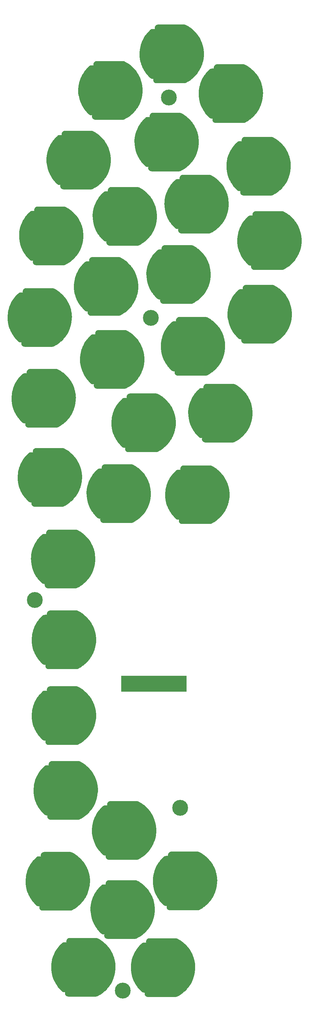
<source format=gbr>
G04 #@! TF.GenerationSoftware,KiCad,Pcbnew,(5.0.0)*
G04 #@! TF.CreationDate,2018-11-24T01:34:47+01:00*
G04 #@! TF.ProjectId,Insole_flex_32s,496E736F6C655F666C65785F3332732E,rev?*
G04 #@! TF.SameCoordinates,Original*
G04 #@! TF.FileFunction,Soldermask,Top*
G04 #@! TF.FilePolarity,Negative*
%FSLAX46Y46*%
G04 Gerber Fmt 4.6, Leading zero omitted, Abs format (unit mm)*
G04 Created by KiCad (PCBNEW (5.0.0)) date 11/24/18 01:34:47*
%MOMM*%
%LPD*%
G01*
G04 APERTURE LIST*
%ADD10C,0.500000*%
%ADD11C,0.100000*%
%ADD12C,4.400000*%
%ADD13R,0.700000X4.400000*%
G04 APERTURE END LIST*
D10*
G04 #@! TO.C,U30*
X63800000Y-127200000D03*
D11*
G36*
X59304327Y-119075015D02*
X59308516Y-119075044D01*
X59343446Y-119076263D01*
X59372698Y-119078104D01*
X59433364Y-119084909D01*
X59462297Y-119089595D01*
X59522028Y-119102292D01*
X59550365Y-119109779D01*
X59608555Y-119128237D01*
X59636027Y-119138453D01*
X59692194Y-119162527D01*
X59698106Y-119165411D01*
X59724455Y-119178248D01*
X59751577Y-119192292D01*
X60437140Y-119568796D01*
X60440923Y-119570890D01*
X60444581Y-119572932D01*
X60474609Y-119590814D01*
X60481531Y-119595203D01*
X60488521Y-119599499D01*
X60514132Y-119616115D01*
X61159684Y-120057721D01*
X61163343Y-120060244D01*
X61166784Y-120062634D01*
X61194807Y-120083278D01*
X61201293Y-120088341D01*
X61207836Y-120093303D01*
X61231691Y-120112329D01*
X61831069Y-120614822D01*
X61834372Y-120617611D01*
X61837563Y-120620324D01*
X61863562Y-120643713D01*
X61869517Y-120649379D01*
X61875479Y-120654895D01*
X61897405Y-120676197D01*
X62444885Y-121234781D01*
X62447867Y-121237844D01*
X62450779Y-121240856D01*
X62474371Y-121266666D01*
X62479736Y-121272876D01*
X62485196Y-121279020D01*
X62504915Y-121302334D01*
X62995275Y-121911677D01*
X62997970Y-121915050D01*
X63000574Y-121918332D01*
X63021527Y-121946312D01*
X63026254Y-121953008D01*
X63031069Y-121959628D01*
X63048427Y-121984767D01*
X63476985Y-122639052D01*
X63479339Y-122642673D01*
X63481610Y-122646193D01*
X63499730Y-122676080D01*
X63503820Y-122683272D01*
X63507921Y-122690255D01*
X63522750Y-122716978D01*
X63885416Y-123409961D01*
X63887392Y-123413768D01*
X63889309Y-123417493D01*
X63904436Y-123449025D01*
X63907799Y-123456571D01*
X63911216Y-123463956D01*
X63923359Y-123491983D01*
X64216671Y-124217048D01*
X64218278Y-124221060D01*
X64219822Y-124224954D01*
X64231794Y-124257800D01*
X64234375Y-124265549D01*
X64237083Y-124273314D01*
X64246429Y-124302381D01*
X64467587Y-125052608D01*
X64468791Y-125056745D01*
X64469948Y-125060772D01*
X64478666Y-125094665D01*
X64480480Y-125102637D01*
X64482400Y-125110555D01*
X64488876Y-125140438D01*
X64635769Y-125908666D01*
X64636573Y-125912956D01*
X64637331Y-125917076D01*
X64642687Y-125951571D01*
X64643730Y-125959796D01*
X64644859Y-125967806D01*
X64648384Y-125998152D01*
X64719611Y-126777047D01*
X64719985Y-126781294D01*
X64720338Y-126785468D01*
X64722310Y-126820438D01*
X64722540Y-126828563D01*
X64722888Y-126836764D01*
X64723436Y-126867339D01*
X64718315Y-127649468D01*
X64718270Y-127653880D01*
X64718213Y-127658069D01*
X64716767Y-127692902D01*
X64716194Y-127701147D01*
X64715745Y-127709243D01*
X64713309Y-127739701D01*
X64631891Y-128517598D01*
X64631423Y-128521918D01*
X64630958Y-128526081D01*
X64626112Y-128560671D01*
X64624764Y-128568662D01*
X64623500Y-128576850D01*
X64618104Y-128606913D01*
X64461164Y-129373152D01*
X64460280Y-129377395D01*
X64459411Y-129381493D01*
X64451206Y-129415472D01*
X64449057Y-129423395D01*
X64447037Y-129431277D01*
X64438727Y-129460694D01*
X64207765Y-130207961D01*
X64206465Y-130212117D01*
X64205200Y-130216111D01*
X64193732Y-130249089D01*
X64190836Y-130256723D01*
X64188030Y-130264443D01*
X64176893Y-130292897D01*
X63874119Y-131014042D01*
X63873567Y-131013810D01*
X63871987Y-131017855D01*
X63872425Y-131018042D01*
X63870785Y-131021874D01*
X63868397Y-131027047D01*
X63867795Y-131028590D01*
X63867786Y-131028610D01*
X63867695Y-131028569D01*
X63856125Y-131053639D01*
X63852499Y-131060950D01*
X63848958Y-131068350D01*
X63835101Y-131095576D01*
X63463393Y-131783751D01*
X63461282Y-131787626D01*
X63459265Y-131791298D01*
X63441641Y-131821365D01*
X63437283Y-131828346D01*
X63433062Y-131835323D01*
X63416610Y-131861074D01*
X62979521Y-132509692D01*
X62977108Y-132513247D01*
X62974743Y-132516705D01*
X62954196Y-132545013D01*
X62949206Y-132551499D01*
X62944288Y-132558078D01*
X62925418Y-132582079D01*
X62427122Y-133184949D01*
X62424340Y-133188290D01*
X62421649Y-133191500D01*
X62398468Y-133217633D01*
X62392873Y-133223596D01*
X62387349Y-133229651D01*
X62366213Y-133251710D01*
X61811465Y-133803078D01*
X61808395Y-133806108D01*
X61805403Y-133809041D01*
X61779752Y-133832816D01*
X61773612Y-133838195D01*
X61767522Y-133843684D01*
X61744331Y-133863579D01*
X61138426Y-134358181D01*
X61135068Y-134360903D01*
X61131804Y-134363530D01*
X61103951Y-134384691D01*
X61097298Y-134389458D01*
X61090720Y-134394312D01*
X61065710Y-134411840D01*
X60414432Y-134844956D01*
X60410881Y-134847300D01*
X60407377Y-134849596D01*
X60377570Y-134867956D01*
X60372872Y-134870671D01*
X60368307Y-134873433D01*
X60341806Y-134888594D01*
X59739596Y-135213867D01*
X59735552Y-135216033D01*
X59733939Y-135216889D01*
X59733576Y-135216204D01*
X59733441Y-135216276D01*
X59733805Y-135216961D01*
X59731963Y-135217939D01*
X59709958Y-135228848D01*
X59707821Y-135229992D01*
X59707694Y-135230052D01*
X59707663Y-135229986D01*
X59700786Y-135233395D01*
X59690653Y-135238072D01*
X59680433Y-135242881D01*
X59674967Y-135245135D01*
X59675034Y-135245281D01*
X59674028Y-135245745D01*
X59649115Y-135255794D01*
X59624142Y-135266091D01*
X59623087Y-135266467D01*
X59623033Y-135266315D01*
X59617546Y-135268528D01*
X59607086Y-135272165D01*
X59596368Y-135275982D01*
X59590986Y-135277606D01*
X59591035Y-135277747D01*
X59589989Y-135278111D01*
X59563932Y-135285771D01*
X59537770Y-135293666D01*
X59536682Y-135293937D01*
X59536646Y-135293792D01*
X59531270Y-135295372D01*
X59520420Y-135297992D01*
X59509487Y-135300718D01*
X59503816Y-135301841D01*
X59503853Y-135301993D01*
X59502772Y-135302254D01*
X59475893Y-135307370D01*
X59449558Y-135312584D01*
X59448454Y-135312747D01*
X59448432Y-135312596D01*
X59442826Y-135313663D01*
X59431522Y-135315247D01*
X59420549Y-135316867D01*
X59414828Y-135317428D01*
X59414850Y-135317583D01*
X59413736Y-135317739D01*
X59386712Y-135320186D01*
X59359864Y-135322819D01*
X59358762Y-135322873D01*
X59358754Y-135322717D01*
X59352967Y-135323241D01*
X59341668Y-135323710D01*
X59330514Y-135324255D01*
X59300000Y-135325000D01*
X51600000Y-135325000D01*
X51595673Y-135324985D01*
X51591484Y-135324956D01*
X51556554Y-135323737D01*
X51527302Y-135321896D01*
X51466636Y-135315091D01*
X51437703Y-135310405D01*
X51377972Y-135297708D01*
X51349635Y-135290221D01*
X51291445Y-135271763D01*
X51263973Y-135261547D01*
X51207824Y-135237482D01*
X51181481Y-135224633D01*
X51127982Y-135195221D01*
X51103018Y-135179863D01*
X51052630Y-135145361D01*
X51029284Y-135127640D01*
X50982522Y-135088402D01*
X50961016Y-135068488D01*
X50918277Y-135024844D01*
X50898818Y-135002926D01*
X50860566Y-134955350D01*
X50843338Y-134931638D01*
X50809903Y-134880545D01*
X50795071Y-134855265D01*
X50766777Y-134801144D01*
X50754483Y-134774537D01*
X50731608Y-134717920D01*
X50721969Y-134690240D01*
X50704731Y-134631666D01*
X50697839Y-134603178D01*
X50686396Y-134543196D01*
X50682317Y-134514172D01*
X50676784Y-134453376D01*
X50675556Y-134424092D01*
X50675981Y-134363021D01*
X50677617Y-134333756D01*
X50684001Y-134273022D01*
X50688485Y-134244058D01*
X50700762Y-134184247D01*
X50708051Y-134155858D01*
X50726109Y-134097522D01*
X50736134Y-134069979D01*
X50759795Y-134013693D01*
X50772459Y-133987261D01*
X50801507Y-133933539D01*
X50816691Y-133908468D01*
X50850831Y-133857853D01*
X50868388Y-133834384D01*
X50907315Y-133787330D01*
X50927079Y-133765686D01*
X50970400Y-133722667D01*
X50992181Y-133703055D01*
X51039511Y-133664453D01*
X51063103Y-133647060D01*
X51113955Y-133613275D01*
X51139131Y-133598267D01*
X51193036Y-133569604D01*
X51219556Y-133557124D01*
X51276019Y-133533851D01*
X51303630Y-133524019D01*
X51362087Y-133506370D01*
X51390527Y-133499279D01*
X51450441Y-133487416D01*
X51479436Y-133483135D01*
X51540189Y-133477178D01*
X51569464Y-133475746D01*
X51600000Y-133475000D01*
X59066154Y-133475000D01*
X59425310Y-133281009D01*
X59960641Y-132925000D01*
X51000000Y-132925000D01*
X50995673Y-132924985D01*
X50991484Y-132924956D01*
X50956554Y-132923737D01*
X50927302Y-132921896D01*
X50866636Y-132915091D01*
X50837703Y-132910405D01*
X50777972Y-132897708D01*
X50749635Y-132890221D01*
X50691445Y-132871763D01*
X50663973Y-132861547D01*
X50607824Y-132837482D01*
X50581481Y-132824633D01*
X50527982Y-132795221D01*
X50503018Y-132779863D01*
X50452630Y-132745361D01*
X50429284Y-132727640D01*
X50382522Y-132688402D01*
X50361016Y-132668488D01*
X50318277Y-132624844D01*
X50298818Y-132602926D01*
X50260566Y-132555350D01*
X50243338Y-132531638D01*
X50209903Y-132480545D01*
X50195071Y-132455265D01*
X50166777Y-132401144D01*
X50154483Y-132374537D01*
X50131608Y-132317920D01*
X50121969Y-132290240D01*
X50104731Y-132231666D01*
X50097839Y-132203178D01*
X50086396Y-132143196D01*
X50082317Y-132114172D01*
X50076784Y-132053376D01*
X50075556Y-132024092D01*
X50075981Y-131963021D01*
X50077617Y-131933756D01*
X50084001Y-131873022D01*
X50088485Y-131844058D01*
X50100762Y-131784247D01*
X50108051Y-131755858D01*
X50126109Y-131697522D01*
X50136134Y-131669979D01*
X50159795Y-131613693D01*
X50172459Y-131587261D01*
X50201507Y-131533539D01*
X50216691Y-131508468D01*
X50250831Y-131457853D01*
X50268388Y-131434384D01*
X50307315Y-131387330D01*
X50327079Y-131365686D01*
X50370400Y-131322667D01*
X50392181Y-131303055D01*
X50439511Y-131264453D01*
X50463103Y-131247060D01*
X50513955Y-131213275D01*
X50539131Y-131198267D01*
X50593036Y-131169604D01*
X50619556Y-131157124D01*
X50676019Y-131133851D01*
X50703630Y-131124019D01*
X50762087Y-131106370D01*
X50790527Y-131099279D01*
X50850441Y-131087416D01*
X50879436Y-131083135D01*
X50940189Y-131077178D01*
X50969464Y-131075746D01*
X51000000Y-131075000D01*
X61715477Y-131075000D01*
X61857158Y-130864753D01*
X62040671Y-130525000D01*
X49400000Y-130525000D01*
X49395673Y-130524985D01*
X49391484Y-130524956D01*
X49356554Y-130523737D01*
X49327302Y-130521896D01*
X49266636Y-130515091D01*
X49237703Y-130510405D01*
X49177972Y-130497708D01*
X49149635Y-130490221D01*
X49091445Y-130471763D01*
X49063973Y-130461547D01*
X49007824Y-130437482D01*
X48981481Y-130424633D01*
X48927982Y-130395221D01*
X48903018Y-130379863D01*
X48852630Y-130345361D01*
X48829284Y-130327640D01*
X48782522Y-130288402D01*
X48761016Y-130268488D01*
X48718277Y-130224844D01*
X48698818Y-130202926D01*
X48660566Y-130155350D01*
X48643338Y-130131638D01*
X48609903Y-130080545D01*
X48595071Y-130055265D01*
X48566777Y-130001144D01*
X48554483Y-129974537D01*
X48531608Y-129917920D01*
X48521969Y-129890240D01*
X48504731Y-129831666D01*
X48497839Y-129803178D01*
X48486396Y-129743196D01*
X48482317Y-129714172D01*
X48476784Y-129653376D01*
X48475556Y-129624092D01*
X48475981Y-129563021D01*
X48477617Y-129533756D01*
X48484001Y-129473022D01*
X48488485Y-129444058D01*
X48500762Y-129384247D01*
X48508051Y-129355858D01*
X48526109Y-129297522D01*
X48536134Y-129269979D01*
X48559795Y-129213693D01*
X48572459Y-129187261D01*
X48601507Y-129133539D01*
X48616691Y-129108468D01*
X48650831Y-129057853D01*
X48668388Y-129034384D01*
X48707315Y-128987330D01*
X48727079Y-128965686D01*
X48770400Y-128922667D01*
X48792181Y-128903055D01*
X48839511Y-128864453D01*
X48863103Y-128847060D01*
X48913955Y-128813275D01*
X48939131Y-128798267D01*
X48993036Y-128769604D01*
X49019556Y-128757124D01*
X49076019Y-128733851D01*
X49103630Y-128724019D01*
X49162087Y-128706370D01*
X49190527Y-128699279D01*
X49250441Y-128687416D01*
X49279436Y-128683135D01*
X49340189Y-128677178D01*
X49369464Y-128675746D01*
X49400000Y-128675000D01*
X62715752Y-128675000D01*
X62796651Y-128280024D01*
X62812876Y-128125000D01*
X49000000Y-128125000D01*
X48995673Y-128124985D01*
X48991484Y-128124956D01*
X48956554Y-128123737D01*
X48927302Y-128121896D01*
X48866636Y-128115091D01*
X48837703Y-128110405D01*
X48777972Y-128097708D01*
X48749635Y-128090221D01*
X48691445Y-128071763D01*
X48663973Y-128061547D01*
X48607824Y-128037482D01*
X48581481Y-128024633D01*
X48527982Y-127995221D01*
X48503018Y-127979863D01*
X48452630Y-127945361D01*
X48429284Y-127927640D01*
X48382522Y-127888402D01*
X48361016Y-127868488D01*
X48318277Y-127824844D01*
X48298818Y-127802926D01*
X48260566Y-127755350D01*
X48243338Y-127731638D01*
X48209903Y-127680545D01*
X48195071Y-127655265D01*
X48166777Y-127601144D01*
X48154483Y-127574537D01*
X48131608Y-127517920D01*
X48121969Y-127490240D01*
X48104731Y-127431666D01*
X48097839Y-127403178D01*
X48086396Y-127343196D01*
X48082317Y-127314172D01*
X48076784Y-127253376D01*
X48075556Y-127224092D01*
X48075981Y-127163021D01*
X48077617Y-127133756D01*
X48084001Y-127073022D01*
X48088485Y-127044058D01*
X48100762Y-126984247D01*
X48108051Y-126955858D01*
X48126109Y-126897522D01*
X48136134Y-126869979D01*
X48159795Y-126813693D01*
X48172459Y-126787261D01*
X48201507Y-126733539D01*
X48216691Y-126708468D01*
X48250831Y-126657853D01*
X48268388Y-126634384D01*
X48307315Y-126587330D01*
X48327079Y-126565686D01*
X48370400Y-126522667D01*
X48392181Y-126503055D01*
X48439511Y-126464453D01*
X48463103Y-126447060D01*
X48513955Y-126413275D01*
X48539131Y-126398267D01*
X48593036Y-126369604D01*
X48619556Y-126357124D01*
X48676019Y-126333851D01*
X48703630Y-126324019D01*
X48762087Y-126306370D01*
X48790527Y-126299279D01*
X48850441Y-126287416D01*
X48879436Y-126283135D01*
X48940189Y-126277178D01*
X48969464Y-126275746D01*
X49000000Y-126275000D01*
X62815983Y-126275000D01*
X62810193Y-126211688D01*
X62717133Y-125725000D01*
X49400000Y-125725000D01*
X49395673Y-125724985D01*
X49391484Y-125724956D01*
X49356554Y-125723737D01*
X49327302Y-125721896D01*
X49266636Y-125715091D01*
X49237703Y-125710405D01*
X49177972Y-125697708D01*
X49149635Y-125690221D01*
X49091445Y-125671763D01*
X49063973Y-125661547D01*
X49007824Y-125637482D01*
X48981481Y-125624633D01*
X48927982Y-125595221D01*
X48903018Y-125579863D01*
X48852630Y-125545361D01*
X48829284Y-125527640D01*
X48782522Y-125488402D01*
X48761016Y-125468488D01*
X48718277Y-125424844D01*
X48698818Y-125402926D01*
X48660566Y-125355350D01*
X48643338Y-125331638D01*
X48609903Y-125280545D01*
X48595071Y-125255265D01*
X48566777Y-125201144D01*
X48554483Y-125174537D01*
X48531608Y-125117920D01*
X48521969Y-125090240D01*
X48504731Y-125031666D01*
X48497839Y-125003178D01*
X48486396Y-124943196D01*
X48482317Y-124914172D01*
X48476784Y-124853376D01*
X48475556Y-124824092D01*
X48475981Y-124763021D01*
X48477617Y-124733756D01*
X48484001Y-124673022D01*
X48488485Y-124644058D01*
X48500762Y-124584247D01*
X48508051Y-124555858D01*
X48526109Y-124497522D01*
X48536134Y-124469979D01*
X48559795Y-124413693D01*
X48572459Y-124387261D01*
X48601507Y-124333539D01*
X48616691Y-124308468D01*
X48650831Y-124257853D01*
X48668388Y-124234384D01*
X48707315Y-124187330D01*
X48727079Y-124165686D01*
X48770400Y-124122667D01*
X48792181Y-124103055D01*
X48839511Y-124064453D01*
X48863103Y-124047060D01*
X48913955Y-124013275D01*
X48939131Y-123998267D01*
X48993036Y-123969604D01*
X49019556Y-123957124D01*
X49076019Y-123933851D01*
X49103630Y-123924019D01*
X49162087Y-123906370D01*
X49190527Y-123899279D01*
X49250441Y-123887416D01*
X49279436Y-123883135D01*
X49340189Y-123877178D01*
X49369464Y-123875746D01*
X49400000Y-123875000D01*
X62040758Y-123875000D01*
X61904619Y-123614865D01*
X61714756Y-123325000D01*
X51000000Y-123325000D01*
X50995673Y-123324985D01*
X50991484Y-123324956D01*
X50956554Y-123323737D01*
X50927302Y-123321896D01*
X50866636Y-123315091D01*
X50837703Y-123310405D01*
X50777972Y-123297708D01*
X50749635Y-123290221D01*
X50691445Y-123271763D01*
X50663973Y-123261547D01*
X50607824Y-123237482D01*
X50581481Y-123224633D01*
X50527982Y-123195221D01*
X50503018Y-123179863D01*
X50452630Y-123145361D01*
X50429284Y-123127640D01*
X50382522Y-123088402D01*
X50361016Y-123068488D01*
X50318277Y-123024844D01*
X50298818Y-123002926D01*
X50260566Y-122955350D01*
X50243338Y-122931638D01*
X50209903Y-122880545D01*
X50195071Y-122855265D01*
X50166777Y-122801144D01*
X50154483Y-122774537D01*
X50131608Y-122717920D01*
X50121969Y-122690240D01*
X50104731Y-122631666D01*
X50097839Y-122603178D01*
X50086396Y-122543196D01*
X50082317Y-122514172D01*
X50076784Y-122453376D01*
X50075556Y-122424092D01*
X50075981Y-122363021D01*
X50077617Y-122333756D01*
X50084001Y-122273022D01*
X50088485Y-122244058D01*
X50100762Y-122184247D01*
X50108051Y-122155858D01*
X50126109Y-122097522D01*
X50136134Y-122069979D01*
X50159795Y-122013693D01*
X50172459Y-121987261D01*
X50201507Y-121933539D01*
X50216691Y-121908468D01*
X50250831Y-121857853D01*
X50268388Y-121834384D01*
X50307315Y-121787330D01*
X50327079Y-121765686D01*
X50370400Y-121722667D01*
X50392181Y-121703055D01*
X50439511Y-121664453D01*
X50463103Y-121647060D01*
X50513955Y-121613275D01*
X50539131Y-121598267D01*
X50593036Y-121569604D01*
X50619556Y-121557124D01*
X50676019Y-121533851D01*
X50703630Y-121524019D01*
X50762087Y-121506370D01*
X50790527Y-121499279D01*
X50850441Y-121487416D01*
X50879436Y-121483135D01*
X50940189Y-121477178D01*
X50969464Y-121475746D01*
X51000000Y-121475000D01*
X59954891Y-121475000D01*
X59506949Y-121168574D01*
X59063434Y-120925000D01*
X52000000Y-120925000D01*
X51995673Y-120924985D01*
X51991484Y-120924956D01*
X51956554Y-120923737D01*
X51927302Y-120921896D01*
X51866636Y-120915091D01*
X51837703Y-120910405D01*
X51777972Y-120897708D01*
X51749635Y-120890221D01*
X51691445Y-120871763D01*
X51663973Y-120861547D01*
X51607824Y-120837482D01*
X51581481Y-120824633D01*
X51527982Y-120795221D01*
X51503018Y-120779863D01*
X51452630Y-120745361D01*
X51429284Y-120727640D01*
X51382522Y-120688402D01*
X51361016Y-120668488D01*
X51318277Y-120624844D01*
X51298818Y-120602926D01*
X51260566Y-120555350D01*
X51243338Y-120531638D01*
X51209903Y-120480545D01*
X51195071Y-120455265D01*
X51166777Y-120401144D01*
X51154483Y-120374537D01*
X51131608Y-120317920D01*
X51121969Y-120290240D01*
X51104731Y-120231666D01*
X51097839Y-120203178D01*
X51086396Y-120143196D01*
X51082317Y-120114172D01*
X51076784Y-120053376D01*
X51075556Y-120024092D01*
X51075981Y-119963021D01*
X51077617Y-119933756D01*
X51084001Y-119873022D01*
X51088485Y-119844058D01*
X51100762Y-119784247D01*
X51108051Y-119755858D01*
X51126109Y-119697522D01*
X51136134Y-119669979D01*
X51159795Y-119613693D01*
X51172459Y-119587261D01*
X51201507Y-119533539D01*
X51216691Y-119508468D01*
X51250831Y-119457853D01*
X51268388Y-119434384D01*
X51307315Y-119387330D01*
X51327079Y-119365686D01*
X51370400Y-119322667D01*
X51392181Y-119303055D01*
X51439511Y-119264453D01*
X51463103Y-119247060D01*
X51513955Y-119213275D01*
X51539131Y-119198267D01*
X51593036Y-119169604D01*
X51619556Y-119157124D01*
X51676019Y-119133851D01*
X51703630Y-119124019D01*
X51762087Y-119106370D01*
X51790527Y-119099279D01*
X51850441Y-119087416D01*
X51879436Y-119083135D01*
X51940189Y-119077178D01*
X51969464Y-119075746D01*
X52000000Y-119075000D01*
X59300000Y-119075000D01*
X59304327Y-119075015D01*
X59304327Y-119075015D01*
G37*
D10*
X47800000Y-127200000D03*
D11*
G36*
X59004327Y-120275015D02*
X59008516Y-120275044D01*
X59043446Y-120276263D01*
X59072698Y-120278104D01*
X59133364Y-120284909D01*
X59162297Y-120289595D01*
X59222028Y-120302292D01*
X59250365Y-120309779D01*
X59308555Y-120328237D01*
X59336027Y-120338453D01*
X59392176Y-120362518D01*
X59418519Y-120375367D01*
X59472018Y-120404779D01*
X59496982Y-120420137D01*
X59547370Y-120454639D01*
X59570716Y-120472360D01*
X59617478Y-120511598D01*
X59638984Y-120531512D01*
X59681723Y-120575156D01*
X59701182Y-120597074D01*
X59739434Y-120644650D01*
X59756662Y-120668362D01*
X59790097Y-120719455D01*
X59804929Y-120744735D01*
X59833223Y-120798856D01*
X59845517Y-120825463D01*
X59868392Y-120882080D01*
X59878031Y-120909760D01*
X59895269Y-120968334D01*
X59902161Y-120996822D01*
X59913604Y-121056804D01*
X59917683Y-121085828D01*
X59923216Y-121146624D01*
X59924444Y-121175908D01*
X59924019Y-121236979D01*
X59922383Y-121266244D01*
X59915999Y-121326978D01*
X59911515Y-121355942D01*
X59899238Y-121415753D01*
X59891949Y-121444142D01*
X59873891Y-121502478D01*
X59863866Y-121530021D01*
X59840205Y-121586307D01*
X59827541Y-121612739D01*
X59798493Y-121666461D01*
X59783309Y-121691532D01*
X59749169Y-121742147D01*
X59731612Y-121765616D01*
X59692685Y-121812670D01*
X59672921Y-121834314D01*
X59629600Y-121877333D01*
X59607819Y-121896945D01*
X59560489Y-121935547D01*
X59536897Y-121952940D01*
X59486045Y-121986725D01*
X59460869Y-122001733D01*
X59406964Y-122030396D01*
X59380444Y-122042876D01*
X59323981Y-122066149D01*
X59296370Y-122075981D01*
X59237913Y-122093630D01*
X59209473Y-122100721D01*
X59149559Y-122112584D01*
X59120564Y-122116865D01*
X59059811Y-122122822D01*
X59030536Y-122124254D01*
X59000000Y-122125000D01*
X50870626Y-122125000D01*
X50468773Y-122541934D01*
X50363515Y-122675000D01*
X61600000Y-122675000D01*
X61604327Y-122675015D01*
X61608516Y-122675044D01*
X61643446Y-122676263D01*
X61672698Y-122678104D01*
X61733364Y-122684909D01*
X61762297Y-122689595D01*
X61822028Y-122702292D01*
X61850365Y-122709779D01*
X61908555Y-122728237D01*
X61936027Y-122738453D01*
X61992176Y-122762518D01*
X62018519Y-122775367D01*
X62072018Y-122804779D01*
X62096982Y-122820137D01*
X62147370Y-122854639D01*
X62170716Y-122872360D01*
X62217478Y-122911598D01*
X62238984Y-122931512D01*
X62281723Y-122975156D01*
X62301182Y-122997074D01*
X62339434Y-123044650D01*
X62356662Y-123068362D01*
X62390097Y-123119455D01*
X62404929Y-123144735D01*
X62433223Y-123198856D01*
X62445517Y-123225463D01*
X62468392Y-123282080D01*
X62478031Y-123309760D01*
X62495269Y-123368334D01*
X62502161Y-123396822D01*
X62513604Y-123456804D01*
X62517683Y-123485828D01*
X62523216Y-123546624D01*
X62524444Y-123575908D01*
X62524019Y-123636979D01*
X62522383Y-123666244D01*
X62515999Y-123726978D01*
X62511515Y-123755942D01*
X62499238Y-123815753D01*
X62491949Y-123844142D01*
X62473891Y-123902478D01*
X62463866Y-123930021D01*
X62440205Y-123986307D01*
X62427541Y-124012739D01*
X62398493Y-124066461D01*
X62383309Y-124091532D01*
X62349169Y-124142147D01*
X62331612Y-124165616D01*
X62292685Y-124212670D01*
X62272921Y-124234314D01*
X62229600Y-124277333D01*
X62207819Y-124296945D01*
X62160489Y-124335547D01*
X62136897Y-124352940D01*
X62086045Y-124386725D01*
X62060869Y-124401733D01*
X62006964Y-124430396D01*
X61980444Y-124442876D01*
X61923981Y-124466149D01*
X61896370Y-124475981D01*
X61837913Y-124493630D01*
X61809473Y-124500721D01*
X61749559Y-124512584D01*
X61720564Y-124516865D01*
X61659811Y-124522822D01*
X61630536Y-124524254D01*
X61600000Y-124525000D01*
X49253899Y-124525000D01*
X49095987Y-124924967D01*
X49053122Y-125075000D01*
X62500000Y-125075000D01*
X62504327Y-125075015D01*
X62508516Y-125075044D01*
X62543446Y-125076263D01*
X62572698Y-125078104D01*
X62633364Y-125084909D01*
X62662297Y-125089595D01*
X62722028Y-125102292D01*
X62750365Y-125109779D01*
X62808555Y-125128237D01*
X62836027Y-125138453D01*
X62892176Y-125162518D01*
X62918519Y-125175367D01*
X62972018Y-125204779D01*
X62996982Y-125220137D01*
X63047370Y-125254639D01*
X63070716Y-125272360D01*
X63117478Y-125311598D01*
X63138984Y-125331512D01*
X63181723Y-125375156D01*
X63201182Y-125397074D01*
X63239434Y-125444650D01*
X63256662Y-125468362D01*
X63290097Y-125519455D01*
X63304929Y-125544735D01*
X63333223Y-125598856D01*
X63345517Y-125625463D01*
X63368392Y-125682080D01*
X63378031Y-125709760D01*
X63395269Y-125768334D01*
X63402161Y-125796822D01*
X63413604Y-125856804D01*
X63417683Y-125885828D01*
X63423216Y-125946624D01*
X63424444Y-125975908D01*
X63424019Y-126036979D01*
X63422383Y-126066244D01*
X63415999Y-126126978D01*
X63411515Y-126155942D01*
X63399238Y-126215753D01*
X63391949Y-126244142D01*
X63373891Y-126302478D01*
X63363866Y-126330021D01*
X63340205Y-126386307D01*
X63327541Y-126412739D01*
X63298493Y-126466461D01*
X63283309Y-126491532D01*
X63249169Y-126542147D01*
X63231612Y-126565616D01*
X63192685Y-126612670D01*
X63172921Y-126634314D01*
X63129600Y-126677333D01*
X63107819Y-126696945D01*
X63060489Y-126735547D01*
X63036897Y-126752940D01*
X62986045Y-126786725D01*
X62960869Y-126801733D01*
X62906964Y-126830396D01*
X62880444Y-126842876D01*
X62823981Y-126866149D01*
X62796370Y-126875981D01*
X62737913Y-126893630D01*
X62709473Y-126900721D01*
X62649559Y-126912584D01*
X62620564Y-126916865D01*
X62559811Y-126922822D01*
X62530536Y-126924254D01*
X62500000Y-126925000D01*
X48727445Y-126925000D01*
X48724560Y-126959748D01*
X48732252Y-127475000D01*
X62500000Y-127475000D01*
X62504327Y-127475015D01*
X62508516Y-127475044D01*
X62543446Y-127476263D01*
X62572698Y-127478104D01*
X62633364Y-127484909D01*
X62662297Y-127489595D01*
X62722028Y-127502292D01*
X62750365Y-127509779D01*
X62808555Y-127528237D01*
X62836027Y-127538453D01*
X62892176Y-127562518D01*
X62918519Y-127575367D01*
X62972018Y-127604779D01*
X62996982Y-127620137D01*
X63047370Y-127654639D01*
X63070716Y-127672360D01*
X63117478Y-127711598D01*
X63138984Y-127731512D01*
X63181723Y-127775156D01*
X63201182Y-127797074D01*
X63239434Y-127844650D01*
X63256662Y-127868362D01*
X63290097Y-127919455D01*
X63304929Y-127944735D01*
X63333223Y-127998856D01*
X63345517Y-128025463D01*
X63368392Y-128082080D01*
X63378031Y-128109760D01*
X63395269Y-128168334D01*
X63402161Y-128196822D01*
X63413604Y-128256804D01*
X63417683Y-128285828D01*
X63423216Y-128346624D01*
X63424444Y-128375908D01*
X63424019Y-128436979D01*
X63422383Y-128466244D01*
X63415999Y-128526978D01*
X63411515Y-128555942D01*
X63399238Y-128615753D01*
X63391949Y-128644142D01*
X63373891Y-128702478D01*
X63363866Y-128730021D01*
X63340205Y-128786307D01*
X63327541Y-128812739D01*
X63298493Y-128866461D01*
X63283309Y-128891532D01*
X63249169Y-128942147D01*
X63231612Y-128965616D01*
X63192685Y-129012670D01*
X63172921Y-129034314D01*
X63129600Y-129077333D01*
X63107819Y-129096945D01*
X63060489Y-129135547D01*
X63036897Y-129152940D01*
X62986045Y-129186725D01*
X62960869Y-129201733D01*
X62906964Y-129230396D01*
X62880444Y-129242876D01*
X62823981Y-129266149D01*
X62796370Y-129275981D01*
X62737913Y-129293630D01*
X62709473Y-129300721D01*
X62649559Y-129312584D01*
X62620564Y-129316865D01*
X62559811Y-129322822D01*
X62530536Y-129324254D01*
X62500000Y-129325000D01*
X49055762Y-129325000D01*
X49166879Y-129674120D01*
X49253206Y-129875000D01*
X61600000Y-129875000D01*
X61604327Y-129875015D01*
X61608516Y-129875044D01*
X61643446Y-129876263D01*
X61672698Y-129878104D01*
X61733364Y-129884909D01*
X61762297Y-129889595D01*
X61822028Y-129902292D01*
X61850365Y-129909779D01*
X61908555Y-129928237D01*
X61936027Y-129938453D01*
X61992176Y-129962518D01*
X62018519Y-129975367D01*
X62072018Y-130004779D01*
X62096982Y-130020137D01*
X62147370Y-130054639D01*
X62170716Y-130072360D01*
X62217478Y-130111598D01*
X62238984Y-130131512D01*
X62281723Y-130175156D01*
X62301182Y-130197074D01*
X62339434Y-130244650D01*
X62356662Y-130268362D01*
X62390097Y-130319455D01*
X62404929Y-130344735D01*
X62433223Y-130398856D01*
X62445517Y-130425463D01*
X62468392Y-130482080D01*
X62478031Y-130509760D01*
X62495269Y-130568334D01*
X62502161Y-130596822D01*
X62513604Y-130656804D01*
X62517683Y-130685828D01*
X62523216Y-130746624D01*
X62524444Y-130775908D01*
X62524019Y-130836979D01*
X62522383Y-130866244D01*
X62515999Y-130926978D01*
X62511515Y-130955942D01*
X62499238Y-131015753D01*
X62491949Y-131044142D01*
X62473891Y-131102478D01*
X62463866Y-131130021D01*
X62440205Y-131186307D01*
X62427541Y-131212739D01*
X62398493Y-131266461D01*
X62383309Y-131291532D01*
X62349169Y-131342147D01*
X62331612Y-131365616D01*
X62292685Y-131412670D01*
X62272921Y-131434314D01*
X62229600Y-131477333D01*
X62207819Y-131496945D01*
X62160489Y-131535547D01*
X62136897Y-131552940D01*
X62086045Y-131586725D01*
X62060869Y-131601733D01*
X62006964Y-131630396D01*
X61980444Y-131642876D01*
X61923981Y-131666149D01*
X61896370Y-131675981D01*
X61837913Y-131693630D01*
X61809473Y-131700721D01*
X61749559Y-131712584D01*
X61720564Y-131716865D01*
X61659811Y-131722822D01*
X61630536Y-131724254D01*
X61600000Y-131725000D01*
X50366268Y-131725000D01*
X50610186Y-132015121D01*
X50876078Y-132275000D01*
X59000000Y-132275000D01*
X59004327Y-132275015D01*
X59008516Y-132275044D01*
X59043446Y-132276263D01*
X59072698Y-132278104D01*
X59133364Y-132284909D01*
X59162297Y-132289595D01*
X59222028Y-132302292D01*
X59250365Y-132309779D01*
X59308555Y-132328237D01*
X59336027Y-132338453D01*
X59392176Y-132362518D01*
X59418519Y-132375367D01*
X59472018Y-132404779D01*
X59496982Y-132420137D01*
X59547370Y-132454639D01*
X59570716Y-132472360D01*
X59617478Y-132511598D01*
X59638984Y-132531512D01*
X59681723Y-132575156D01*
X59701182Y-132597074D01*
X59739434Y-132644650D01*
X59756662Y-132668362D01*
X59790097Y-132719455D01*
X59804929Y-132744735D01*
X59833223Y-132798856D01*
X59845517Y-132825463D01*
X59868392Y-132882080D01*
X59878031Y-132909760D01*
X59895269Y-132968334D01*
X59902161Y-132996822D01*
X59913604Y-133056804D01*
X59917683Y-133085828D01*
X59923216Y-133146624D01*
X59924444Y-133175908D01*
X59924019Y-133236979D01*
X59922383Y-133266244D01*
X59915999Y-133326978D01*
X59911515Y-133355942D01*
X59899238Y-133415753D01*
X59891949Y-133444142D01*
X59873891Y-133502478D01*
X59863866Y-133530021D01*
X59840205Y-133586307D01*
X59827541Y-133612739D01*
X59798493Y-133666461D01*
X59783309Y-133691532D01*
X59749169Y-133742147D01*
X59731612Y-133765616D01*
X59692685Y-133812670D01*
X59672921Y-133834314D01*
X59629600Y-133877333D01*
X59607819Y-133896945D01*
X59560489Y-133935547D01*
X59536897Y-133952940D01*
X59486045Y-133986725D01*
X59460869Y-134001733D01*
X59406964Y-134030396D01*
X59380444Y-134042876D01*
X59323981Y-134066149D01*
X59296370Y-134075981D01*
X59237913Y-134093630D01*
X59209473Y-134100721D01*
X59149559Y-134112584D01*
X59120564Y-134116865D01*
X59059811Y-134122822D01*
X59030536Y-134124254D01*
X59000000Y-134125000D01*
X50500000Y-134125000D01*
X50495673Y-134124985D01*
X50491484Y-134124956D01*
X50456554Y-134123737D01*
X50427302Y-134121896D01*
X50366636Y-134115091D01*
X50337703Y-134110405D01*
X50277972Y-134097708D01*
X50249635Y-134090221D01*
X50191445Y-134071763D01*
X50163973Y-134061547D01*
X50107824Y-134037482D01*
X50081481Y-134024633D01*
X50027982Y-133995221D01*
X50003018Y-133979863D01*
X49952630Y-133945361D01*
X49929284Y-133927640D01*
X49882531Y-133888410D01*
X49879530Y-133885631D01*
X49866442Y-133874034D01*
X49844080Y-133853222D01*
X49284731Y-133306522D01*
X49281667Y-133303506D01*
X49278691Y-133300557D01*
X49254527Y-133275233D01*
X49249073Y-133269187D01*
X49243504Y-133263185D01*
X49223264Y-133240272D01*
X48719934Y-132641599D01*
X48717197Y-132638321D01*
X48714523Y-132635096D01*
X48692946Y-132607538D01*
X48688040Y-132600897D01*
X48683105Y-132594408D01*
X48665226Y-132569668D01*
X48222717Y-131924734D01*
X48220301Y-131921188D01*
X48217955Y-131917718D01*
X48199170Y-131888182D01*
X48194989Y-131881183D01*
X48190689Y-131874209D01*
X48175289Y-131847809D01*
X47797827Y-131162773D01*
X47795798Y-131159061D01*
X47793801Y-131155378D01*
X47777963Y-131124106D01*
X47774462Y-131116685D01*
X47770877Y-131109352D01*
X47758131Y-131081585D01*
X47449318Y-130362985D01*
X47447611Y-130358973D01*
X47445984Y-130355113D01*
X47433328Y-130322577D01*
X47430579Y-130314879D01*
X47427709Y-130307186D01*
X47417735Y-130278310D01*
X47180520Y-129533004D01*
X47179235Y-129528919D01*
X47177992Y-129524919D01*
X47168550Y-129491232D01*
X47166558Y-129483276D01*
X47164455Y-129475346D01*
X47157351Y-129445654D01*
X46993996Y-128680758D01*
X46993119Y-128676581D01*
X46992272Y-128672478D01*
X46986155Y-128637989D01*
X46984957Y-128629929D01*
X46983637Y-128621828D01*
X46979461Y-128591562D01*
X46891527Y-127814375D01*
X46891053Y-127810049D01*
X46890611Y-127805883D01*
X46887898Y-127771059D01*
X46887491Y-127762902D01*
X46886969Y-127754730D01*
X46885766Y-127724187D01*
X46874091Y-126942128D01*
X46874040Y-126937722D01*
X46874007Y-126933533D01*
X46874705Y-126898688D01*
X46875097Y-126890512D01*
X46875376Y-126882293D01*
X46877158Y-126851808D01*
X46941855Y-126072343D01*
X46942223Y-126068088D01*
X46942598Y-126063916D01*
X46946705Y-126029161D01*
X46947910Y-126020948D01*
X46948978Y-126012886D01*
X46953721Y-125982753D01*
X47094172Y-125213320D01*
X47094947Y-125209156D01*
X47095727Y-125205041D01*
X47103221Y-125170786D01*
X47105199Y-125162820D01*
X47107047Y-125154907D01*
X47114724Y-125125317D01*
X47329587Y-124373263D01*
X47330774Y-124369161D01*
X47331952Y-124365142D01*
X47342733Y-124331844D01*
X47345482Y-124324102D01*
X47348114Y-124316345D01*
X47358628Y-124287685D01*
X47645854Y-123560186D01*
X47647456Y-123556169D01*
X47649021Y-123552284D01*
X47662979Y-123520249D01*
X47666465Y-123512823D01*
X47669847Y-123505348D01*
X47683107Y-123477850D01*
X48039953Y-122781852D01*
X48041953Y-122777985D01*
X48043890Y-122774271D01*
X48060889Y-122743784D01*
X48065100Y-122736705D01*
X48069193Y-122729600D01*
X48085065Y-122703544D01*
X48508125Y-122045691D01*
X48510515Y-122042003D01*
X48512806Y-122038495D01*
X48532667Y-122009859D01*
X48537571Y-122003194D01*
X48542301Y-121996573D01*
X48560662Y-121972158D01*
X49045899Y-121358728D01*
X49048592Y-121355348D01*
X49051214Y-121352080D01*
X49073840Y-121325440D01*
X49079328Y-121319333D01*
X49084706Y-121313178D01*
X49105360Y-121290673D01*
X49648141Y-120727521D01*
X49651162Y-120724409D01*
X49654090Y-120721413D01*
X49666605Y-120709303D01*
X49668899Y-120706997D01*
X49677457Y-120698803D01*
X49679187Y-120697129D01*
X49679599Y-120696752D01*
X49690955Y-120685879D01*
X49876804Y-120516442D01*
X49879985Y-120513562D01*
X49883100Y-120510761D01*
X49909798Y-120488075D01*
X49914615Y-120484209D01*
X49914882Y-120484542D01*
X49926175Y-120475330D01*
X49925979Y-120475086D01*
X49932614Y-120469760D01*
X49936140Y-120467203D01*
X49939506Y-120464457D01*
X49946334Y-120459423D01*
X49946519Y-120459674D01*
X49958385Y-120451068D01*
X49958132Y-120450725D01*
X49963088Y-120447071D01*
X49972703Y-120440683D01*
X49982060Y-120433896D01*
X49987233Y-120430517D01*
X49987466Y-120430874D01*
X49999634Y-120422790D01*
X49999463Y-120422528D01*
X50006586Y-120417875D01*
X50010345Y-120415674D01*
X50013952Y-120413277D01*
X50021239Y-120408933D01*
X50021398Y-120409200D01*
X50034077Y-120401775D01*
X50033859Y-120401409D01*
X50039152Y-120398254D01*
X50049315Y-120392850D01*
X50059248Y-120387033D01*
X50064721Y-120384177D01*
X50064918Y-120384554D01*
X50077870Y-120377667D01*
X50077726Y-120377391D01*
X50085258Y-120373461D01*
X50089203Y-120371642D01*
X50093032Y-120369606D01*
X50100718Y-120365989D01*
X50100851Y-120366271D01*
X50114171Y-120360128D01*
X50113990Y-120359743D01*
X50119575Y-120357115D01*
X50130227Y-120352725D01*
X50140668Y-120347910D01*
X50146385Y-120345605D01*
X50146544Y-120345999D01*
X50160123Y-120340403D01*
X50160006Y-120340113D01*
X50167882Y-120336938D01*
X50171996Y-120335509D01*
X50176009Y-120333855D01*
X50184015Y-120331004D01*
X50184120Y-120331298D01*
X50197955Y-120326492D01*
X50197812Y-120326091D01*
X50203625Y-120324021D01*
X50214683Y-120320682D01*
X50225580Y-120316897D01*
X50231496Y-120315161D01*
X50231616Y-120315569D01*
X50245664Y-120311327D01*
X50245576Y-120311029D01*
X50253718Y-120308640D01*
X50257911Y-120307629D01*
X50262068Y-120306374D01*
X50270321Y-120304316D01*
X50270397Y-120304619D01*
X50284610Y-120301193D01*
X50284507Y-120300780D01*
X50290502Y-120299285D01*
X50301834Y-120297041D01*
X50313071Y-120294332D01*
X50319121Y-120293183D01*
X50319201Y-120293602D01*
X50333578Y-120290754D01*
X50333520Y-120290448D01*
X50341860Y-120288864D01*
X50346150Y-120288265D01*
X50350420Y-120287419D01*
X50358830Y-120286177D01*
X50358876Y-120286487D01*
X50373376Y-120284461D01*
X50373314Y-120284039D01*
X50379415Y-120283138D01*
X50390904Y-120282011D01*
X50402352Y-120280412D01*
X50408496Y-120279858D01*
X50408534Y-120280283D01*
X50423076Y-120278857D01*
X50423048Y-120278546D01*
X50431504Y-120277783D01*
X50435856Y-120277604D01*
X50440211Y-120277177D01*
X50448701Y-120276762D01*
X50448716Y-120277075D01*
X50463288Y-120276476D01*
X50463267Y-120276050D01*
X50469435Y-120275748D01*
X50500000Y-120275000D01*
X59000000Y-120275000D01*
X59004327Y-120275015D01*
X59004327Y-120275015D01*
G37*
G04 #@! TD*
D10*
G04 #@! TO.C,U1*
X58400000Y-240100000D03*
D11*
G36*
X53904327Y-231975015D02*
X53908516Y-231975044D01*
X53943446Y-231976263D01*
X53972698Y-231978104D01*
X54033364Y-231984909D01*
X54062297Y-231989595D01*
X54122028Y-232002292D01*
X54150365Y-232009779D01*
X54208555Y-232028237D01*
X54236027Y-232038453D01*
X54292194Y-232062527D01*
X54298106Y-232065411D01*
X54324455Y-232078248D01*
X54351577Y-232092292D01*
X55037140Y-232468796D01*
X55040923Y-232470890D01*
X55044581Y-232472932D01*
X55074609Y-232490814D01*
X55081531Y-232495203D01*
X55088521Y-232499499D01*
X55114132Y-232516115D01*
X55759684Y-232957721D01*
X55763343Y-232960244D01*
X55766784Y-232962634D01*
X55794807Y-232983278D01*
X55801293Y-232988341D01*
X55807836Y-232993303D01*
X55831691Y-233012329D01*
X56431069Y-233514822D01*
X56434372Y-233517611D01*
X56437563Y-233520324D01*
X56463562Y-233543713D01*
X56469517Y-233549379D01*
X56475479Y-233554895D01*
X56497405Y-233576197D01*
X57044885Y-234134781D01*
X57047867Y-234137844D01*
X57050779Y-234140856D01*
X57074371Y-234166666D01*
X57079736Y-234172876D01*
X57085196Y-234179020D01*
X57104915Y-234202334D01*
X57595275Y-234811677D01*
X57597970Y-234815050D01*
X57600574Y-234818332D01*
X57621527Y-234846312D01*
X57626254Y-234853008D01*
X57631069Y-234859628D01*
X57648427Y-234884767D01*
X58076985Y-235539052D01*
X58079339Y-235542673D01*
X58081610Y-235546193D01*
X58099730Y-235576080D01*
X58103820Y-235583272D01*
X58107921Y-235590255D01*
X58122750Y-235616978D01*
X58485416Y-236309961D01*
X58487392Y-236313768D01*
X58489309Y-236317493D01*
X58504436Y-236349025D01*
X58507799Y-236356571D01*
X58511216Y-236363956D01*
X58523359Y-236391983D01*
X58816671Y-237117048D01*
X58818278Y-237121060D01*
X58819822Y-237124954D01*
X58831794Y-237157800D01*
X58834375Y-237165549D01*
X58837083Y-237173314D01*
X58846429Y-237202381D01*
X59067587Y-237952608D01*
X59068791Y-237956745D01*
X59069948Y-237960772D01*
X59078666Y-237994665D01*
X59080480Y-238002637D01*
X59082400Y-238010555D01*
X59088876Y-238040438D01*
X59235769Y-238808666D01*
X59236573Y-238812956D01*
X59237331Y-238817076D01*
X59242687Y-238851571D01*
X59243730Y-238859796D01*
X59244859Y-238867806D01*
X59248384Y-238898152D01*
X59319611Y-239677047D01*
X59319985Y-239681294D01*
X59320338Y-239685468D01*
X59322310Y-239720438D01*
X59322540Y-239728563D01*
X59322888Y-239736764D01*
X59323436Y-239767339D01*
X59318315Y-240549468D01*
X59318270Y-240553880D01*
X59318213Y-240558069D01*
X59316767Y-240592902D01*
X59316194Y-240601147D01*
X59315745Y-240609243D01*
X59313309Y-240639701D01*
X59231891Y-241417598D01*
X59231423Y-241421918D01*
X59230958Y-241426081D01*
X59226112Y-241460671D01*
X59224764Y-241468662D01*
X59223500Y-241476850D01*
X59218104Y-241506913D01*
X59061164Y-242273152D01*
X59060280Y-242277395D01*
X59059411Y-242281493D01*
X59051206Y-242315472D01*
X59049057Y-242323395D01*
X59047037Y-242331277D01*
X59038727Y-242360694D01*
X58807765Y-243107961D01*
X58806465Y-243112117D01*
X58805200Y-243116111D01*
X58793732Y-243149089D01*
X58790836Y-243156723D01*
X58788030Y-243164443D01*
X58776893Y-243192897D01*
X58474119Y-243914042D01*
X58473567Y-243913810D01*
X58471987Y-243917855D01*
X58472425Y-243918042D01*
X58470785Y-243921874D01*
X58468397Y-243927047D01*
X58467795Y-243928590D01*
X58467786Y-243928610D01*
X58467695Y-243928569D01*
X58456125Y-243953639D01*
X58452499Y-243960950D01*
X58448958Y-243968350D01*
X58435101Y-243995576D01*
X58063393Y-244683751D01*
X58061282Y-244687626D01*
X58059265Y-244691298D01*
X58041641Y-244721365D01*
X58037283Y-244728346D01*
X58033062Y-244735323D01*
X58016610Y-244761074D01*
X57579521Y-245409692D01*
X57577108Y-245413247D01*
X57574743Y-245416705D01*
X57554196Y-245445013D01*
X57549206Y-245451499D01*
X57544288Y-245458078D01*
X57525418Y-245482079D01*
X57027122Y-246084949D01*
X57024340Y-246088290D01*
X57021649Y-246091500D01*
X56998468Y-246117633D01*
X56992873Y-246123596D01*
X56987349Y-246129651D01*
X56966213Y-246151710D01*
X56411465Y-246703078D01*
X56408395Y-246706108D01*
X56405403Y-246709041D01*
X56379752Y-246732816D01*
X56373612Y-246738195D01*
X56367522Y-246743684D01*
X56344331Y-246763579D01*
X55738426Y-247258181D01*
X55735068Y-247260903D01*
X55731804Y-247263530D01*
X55703951Y-247284691D01*
X55697298Y-247289458D01*
X55690720Y-247294312D01*
X55665710Y-247311840D01*
X55014432Y-247744956D01*
X55010881Y-247747300D01*
X55007377Y-247749596D01*
X54977570Y-247767956D01*
X54972872Y-247770671D01*
X54968307Y-247773433D01*
X54941806Y-247788594D01*
X54339596Y-248113867D01*
X54335552Y-248116033D01*
X54333939Y-248116889D01*
X54333576Y-248116204D01*
X54333441Y-248116276D01*
X54333805Y-248116961D01*
X54331963Y-248117939D01*
X54309958Y-248128848D01*
X54307821Y-248129992D01*
X54307694Y-248130052D01*
X54307663Y-248129986D01*
X54300786Y-248133395D01*
X54290653Y-248138072D01*
X54280433Y-248142881D01*
X54274967Y-248145135D01*
X54275034Y-248145281D01*
X54274028Y-248145745D01*
X54249115Y-248155794D01*
X54224142Y-248166091D01*
X54223087Y-248166467D01*
X54223033Y-248166315D01*
X54217546Y-248168528D01*
X54207086Y-248172165D01*
X54196368Y-248175982D01*
X54190986Y-248177606D01*
X54191035Y-248177747D01*
X54189989Y-248178111D01*
X54163932Y-248185771D01*
X54137770Y-248193666D01*
X54136682Y-248193937D01*
X54136646Y-248193792D01*
X54131270Y-248195372D01*
X54120420Y-248197992D01*
X54109487Y-248200718D01*
X54103816Y-248201841D01*
X54103853Y-248201993D01*
X54102772Y-248202254D01*
X54075893Y-248207370D01*
X54049558Y-248212584D01*
X54048454Y-248212747D01*
X54048432Y-248212596D01*
X54042826Y-248213663D01*
X54031522Y-248215247D01*
X54020549Y-248216867D01*
X54014828Y-248217428D01*
X54014850Y-248217583D01*
X54013736Y-248217739D01*
X53986712Y-248220186D01*
X53959864Y-248222819D01*
X53958762Y-248222873D01*
X53958754Y-248222717D01*
X53952967Y-248223241D01*
X53941668Y-248223710D01*
X53930514Y-248224255D01*
X53900000Y-248225000D01*
X46200000Y-248225000D01*
X46195673Y-248224985D01*
X46191484Y-248224956D01*
X46156554Y-248223737D01*
X46127302Y-248221896D01*
X46066636Y-248215091D01*
X46037703Y-248210405D01*
X45977972Y-248197708D01*
X45949635Y-248190221D01*
X45891445Y-248171763D01*
X45863973Y-248161547D01*
X45807824Y-248137482D01*
X45781481Y-248124633D01*
X45727982Y-248095221D01*
X45703018Y-248079863D01*
X45652630Y-248045361D01*
X45629284Y-248027640D01*
X45582522Y-247988402D01*
X45561016Y-247968488D01*
X45518277Y-247924844D01*
X45498818Y-247902926D01*
X45460566Y-247855350D01*
X45443338Y-247831638D01*
X45409903Y-247780545D01*
X45395071Y-247755265D01*
X45366777Y-247701144D01*
X45354483Y-247674537D01*
X45331608Y-247617920D01*
X45321969Y-247590240D01*
X45304731Y-247531666D01*
X45297839Y-247503178D01*
X45286396Y-247443196D01*
X45282317Y-247414172D01*
X45276784Y-247353376D01*
X45275556Y-247324092D01*
X45275981Y-247263021D01*
X45277617Y-247233756D01*
X45284001Y-247173022D01*
X45288485Y-247144058D01*
X45300762Y-247084247D01*
X45308051Y-247055858D01*
X45326109Y-246997522D01*
X45336134Y-246969979D01*
X45359795Y-246913693D01*
X45372459Y-246887261D01*
X45401507Y-246833539D01*
X45416691Y-246808468D01*
X45450831Y-246757853D01*
X45468388Y-246734384D01*
X45507315Y-246687330D01*
X45527079Y-246665686D01*
X45570400Y-246622667D01*
X45592181Y-246603055D01*
X45639511Y-246564453D01*
X45663103Y-246547060D01*
X45713955Y-246513275D01*
X45739131Y-246498267D01*
X45793036Y-246469604D01*
X45819556Y-246457124D01*
X45876019Y-246433851D01*
X45903630Y-246424019D01*
X45962087Y-246406370D01*
X45990527Y-246399279D01*
X46050441Y-246387416D01*
X46079436Y-246383135D01*
X46140189Y-246377178D01*
X46169464Y-246375746D01*
X46200000Y-246375000D01*
X53666154Y-246375000D01*
X54025310Y-246181009D01*
X54560641Y-245825000D01*
X45600000Y-245825000D01*
X45595673Y-245824985D01*
X45591484Y-245824956D01*
X45556554Y-245823737D01*
X45527302Y-245821896D01*
X45466636Y-245815091D01*
X45437703Y-245810405D01*
X45377972Y-245797708D01*
X45349635Y-245790221D01*
X45291445Y-245771763D01*
X45263973Y-245761547D01*
X45207824Y-245737482D01*
X45181481Y-245724633D01*
X45127982Y-245695221D01*
X45103018Y-245679863D01*
X45052630Y-245645361D01*
X45029284Y-245627640D01*
X44982522Y-245588402D01*
X44961016Y-245568488D01*
X44918277Y-245524844D01*
X44898818Y-245502926D01*
X44860566Y-245455350D01*
X44843338Y-245431638D01*
X44809903Y-245380545D01*
X44795071Y-245355265D01*
X44766777Y-245301144D01*
X44754483Y-245274537D01*
X44731608Y-245217920D01*
X44721969Y-245190240D01*
X44704731Y-245131666D01*
X44697839Y-245103178D01*
X44686396Y-245043196D01*
X44682317Y-245014172D01*
X44676784Y-244953376D01*
X44675556Y-244924092D01*
X44675981Y-244863021D01*
X44677617Y-244833756D01*
X44684001Y-244773022D01*
X44688485Y-244744058D01*
X44700762Y-244684247D01*
X44708051Y-244655858D01*
X44726109Y-244597522D01*
X44736134Y-244569979D01*
X44759795Y-244513693D01*
X44772459Y-244487261D01*
X44801507Y-244433539D01*
X44816691Y-244408468D01*
X44850831Y-244357853D01*
X44868388Y-244334384D01*
X44907315Y-244287330D01*
X44927079Y-244265686D01*
X44970400Y-244222667D01*
X44992181Y-244203055D01*
X45039511Y-244164453D01*
X45063103Y-244147060D01*
X45113955Y-244113275D01*
X45139131Y-244098267D01*
X45193036Y-244069604D01*
X45219556Y-244057124D01*
X45276019Y-244033851D01*
X45303630Y-244024019D01*
X45362087Y-244006370D01*
X45390527Y-243999279D01*
X45450441Y-243987416D01*
X45479436Y-243983135D01*
X45540189Y-243977178D01*
X45569464Y-243975746D01*
X45600000Y-243975000D01*
X56315477Y-243975000D01*
X56457158Y-243764753D01*
X56640671Y-243425000D01*
X44000000Y-243425000D01*
X43995673Y-243424985D01*
X43991484Y-243424956D01*
X43956554Y-243423737D01*
X43927302Y-243421896D01*
X43866636Y-243415091D01*
X43837703Y-243410405D01*
X43777972Y-243397708D01*
X43749635Y-243390221D01*
X43691445Y-243371763D01*
X43663973Y-243361547D01*
X43607824Y-243337482D01*
X43581481Y-243324633D01*
X43527982Y-243295221D01*
X43503018Y-243279863D01*
X43452630Y-243245361D01*
X43429284Y-243227640D01*
X43382522Y-243188402D01*
X43361016Y-243168488D01*
X43318277Y-243124844D01*
X43298818Y-243102926D01*
X43260566Y-243055350D01*
X43243338Y-243031638D01*
X43209903Y-242980545D01*
X43195071Y-242955265D01*
X43166777Y-242901144D01*
X43154483Y-242874537D01*
X43131608Y-242817920D01*
X43121969Y-242790240D01*
X43104731Y-242731666D01*
X43097839Y-242703178D01*
X43086396Y-242643196D01*
X43082317Y-242614172D01*
X43076784Y-242553376D01*
X43075556Y-242524092D01*
X43075981Y-242463021D01*
X43077617Y-242433756D01*
X43084001Y-242373022D01*
X43088485Y-242344058D01*
X43100762Y-242284247D01*
X43108051Y-242255858D01*
X43126109Y-242197522D01*
X43136134Y-242169979D01*
X43159795Y-242113693D01*
X43172459Y-242087261D01*
X43201507Y-242033539D01*
X43216691Y-242008468D01*
X43250831Y-241957853D01*
X43268388Y-241934384D01*
X43307315Y-241887330D01*
X43327079Y-241865686D01*
X43370400Y-241822667D01*
X43392181Y-241803055D01*
X43439511Y-241764453D01*
X43463103Y-241747060D01*
X43513955Y-241713275D01*
X43539131Y-241698267D01*
X43593036Y-241669604D01*
X43619556Y-241657124D01*
X43676019Y-241633851D01*
X43703630Y-241624019D01*
X43762087Y-241606370D01*
X43790527Y-241599279D01*
X43850441Y-241587416D01*
X43879436Y-241583135D01*
X43940189Y-241577178D01*
X43969464Y-241575746D01*
X44000000Y-241575000D01*
X57315752Y-241575000D01*
X57396651Y-241180024D01*
X57412876Y-241025000D01*
X43600000Y-241025000D01*
X43595673Y-241024985D01*
X43591484Y-241024956D01*
X43556554Y-241023737D01*
X43527302Y-241021896D01*
X43466636Y-241015091D01*
X43437703Y-241010405D01*
X43377972Y-240997708D01*
X43349635Y-240990221D01*
X43291445Y-240971763D01*
X43263973Y-240961547D01*
X43207824Y-240937482D01*
X43181481Y-240924633D01*
X43127982Y-240895221D01*
X43103018Y-240879863D01*
X43052630Y-240845361D01*
X43029284Y-240827640D01*
X42982522Y-240788402D01*
X42961016Y-240768488D01*
X42918277Y-240724844D01*
X42898818Y-240702926D01*
X42860566Y-240655350D01*
X42843338Y-240631638D01*
X42809903Y-240580545D01*
X42795071Y-240555265D01*
X42766777Y-240501144D01*
X42754483Y-240474537D01*
X42731608Y-240417920D01*
X42721969Y-240390240D01*
X42704731Y-240331666D01*
X42697839Y-240303178D01*
X42686396Y-240243196D01*
X42682317Y-240214172D01*
X42676784Y-240153376D01*
X42675556Y-240124092D01*
X42675981Y-240063021D01*
X42677617Y-240033756D01*
X42684001Y-239973022D01*
X42688485Y-239944058D01*
X42700762Y-239884247D01*
X42708051Y-239855858D01*
X42726109Y-239797522D01*
X42736134Y-239769979D01*
X42759795Y-239713693D01*
X42772459Y-239687261D01*
X42801507Y-239633539D01*
X42816691Y-239608468D01*
X42850831Y-239557853D01*
X42868388Y-239534384D01*
X42907315Y-239487330D01*
X42927079Y-239465686D01*
X42970400Y-239422667D01*
X42992181Y-239403055D01*
X43039511Y-239364453D01*
X43063103Y-239347060D01*
X43113955Y-239313275D01*
X43139131Y-239298267D01*
X43193036Y-239269604D01*
X43219556Y-239257124D01*
X43276019Y-239233851D01*
X43303630Y-239224019D01*
X43362087Y-239206370D01*
X43390527Y-239199279D01*
X43450441Y-239187416D01*
X43479436Y-239183135D01*
X43540189Y-239177178D01*
X43569464Y-239175746D01*
X43600000Y-239175000D01*
X57415983Y-239175000D01*
X57410193Y-239111688D01*
X57317133Y-238625000D01*
X44000000Y-238625000D01*
X43995673Y-238624985D01*
X43991484Y-238624956D01*
X43956554Y-238623737D01*
X43927302Y-238621896D01*
X43866636Y-238615091D01*
X43837703Y-238610405D01*
X43777972Y-238597708D01*
X43749635Y-238590221D01*
X43691445Y-238571763D01*
X43663973Y-238561547D01*
X43607824Y-238537482D01*
X43581481Y-238524633D01*
X43527982Y-238495221D01*
X43503018Y-238479863D01*
X43452630Y-238445361D01*
X43429284Y-238427640D01*
X43382522Y-238388402D01*
X43361016Y-238368488D01*
X43318277Y-238324844D01*
X43298818Y-238302926D01*
X43260566Y-238255350D01*
X43243338Y-238231638D01*
X43209903Y-238180545D01*
X43195071Y-238155265D01*
X43166777Y-238101144D01*
X43154483Y-238074537D01*
X43131608Y-238017920D01*
X43121969Y-237990240D01*
X43104731Y-237931666D01*
X43097839Y-237903178D01*
X43086396Y-237843196D01*
X43082317Y-237814172D01*
X43076784Y-237753376D01*
X43075556Y-237724092D01*
X43075981Y-237663021D01*
X43077617Y-237633756D01*
X43084001Y-237573022D01*
X43088485Y-237544058D01*
X43100762Y-237484247D01*
X43108051Y-237455858D01*
X43126109Y-237397522D01*
X43136134Y-237369979D01*
X43159795Y-237313693D01*
X43172459Y-237287261D01*
X43201507Y-237233539D01*
X43216691Y-237208468D01*
X43250831Y-237157853D01*
X43268388Y-237134384D01*
X43307315Y-237087330D01*
X43327079Y-237065686D01*
X43370400Y-237022667D01*
X43392181Y-237003055D01*
X43439511Y-236964453D01*
X43463103Y-236947060D01*
X43513955Y-236913275D01*
X43539131Y-236898267D01*
X43593036Y-236869604D01*
X43619556Y-236857124D01*
X43676019Y-236833851D01*
X43703630Y-236824019D01*
X43762087Y-236806370D01*
X43790527Y-236799279D01*
X43850441Y-236787416D01*
X43879436Y-236783135D01*
X43940189Y-236777178D01*
X43969464Y-236775746D01*
X44000000Y-236775000D01*
X56640758Y-236775000D01*
X56504619Y-236514865D01*
X56314756Y-236225000D01*
X45600000Y-236225000D01*
X45595673Y-236224985D01*
X45591484Y-236224956D01*
X45556554Y-236223737D01*
X45527302Y-236221896D01*
X45466636Y-236215091D01*
X45437703Y-236210405D01*
X45377972Y-236197708D01*
X45349635Y-236190221D01*
X45291445Y-236171763D01*
X45263973Y-236161547D01*
X45207824Y-236137482D01*
X45181481Y-236124633D01*
X45127982Y-236095221D01*
X45103018Y-236079863D01*
X45052630Y-236045361D01*
X45029284Y-236027640D01*
X44982522Y-235988402D01*
X44961016Y-235968488D01*
X44918277Y-235924844D01*
X44898818Y-235902926D01*
X44860566Y-235855350D01*
X44843338Y-235831638D01*
X44809903Y-235780545D01*
X44795071Y-235755265D01*
X44766777Y-235701144D01*
X44754483Y-235674537D01*
X44731608Y-235617920D01*
X44721969Y-235590240D01*
X44704731Y-235531666D01*
X44697839Y-235503178D01*
X44686396Y-235443196D01*
X44682317Y-235414172D01*
X44676784Y-235353376D01*
X44675556Y-235324092D01*
X44675981Y-235263021D01*
X44677617Y-235233756D01*
X44684001Y-235173022D01*
X44688485Y-235144058D01*
X44700762Y-235084247D01*
X44708051Y-235055858D01*
X44726109Y-234997522D01*
X44736134Y-234969979D01*
X44759795Y-234913693D01*
X44772459Y-234887261D01*
X44801507Y-234833539D01*
X44816691Y-234808468D01*
X44850831Y-234757853D01*
X44868388Y-234734384D01*
X44907315Y-234687330D01*
X44927079Y-234665686D01*
X44970400Y-234622667D01*
X44992181Y-234603055D01*
X45039511Y-234564453D01*
X45063103Y-234547060D01*
X45113955Y-234513275D01*
X45139131Y-234498267D01*
X45193036Y-234469604D01*
X45219556Y-234457124D01*
X45276019Y-234433851D01*
X45303630Y-234424019D01*
X45362087Y-234406370D01*
X45390527Y-234399279D01*
X45450441Y-234387416D01*
X45479436Y-234383135D01*
X45540189Y-234377178D01*
X45569464Y-234375746D01*
X45600000Y-234375000D01*
X54554891Y-234375000D01*
X54106949Y-234068574D01*
X53663434Y-233825000D01*
X46600000Y-233825000D01*
X46595673Y-233824985D01*
X46591484Y-233824956D01*
X46556554Y-233823737D01*
X46527302Y-233821896D01*
X46466636Y-233815091D01*
X46437703Y-233810405D01*
X46377972Y-233797708D01*
X46349635Y-233790221D01*
X46291445Y-233771763D01*
X46263973Y-233761547D01*
X46207824Y-233737482D01*
X46181481Y-233724633D01*
X46127982Y-233695221D01*
X46103018Y-233679863D01*
X46052630Y-233645361D01*
X46029284Y-233627640D01*
X45982522Y-233588402D01*
X45961016Y-233568488D01*
X45918277Y-233524844D01*
X45898818Y-233502926D01*
X45860566Y-233455350D01*
X45843338Y-233431638D01*
X45809903Y-233380545D01*
X45795071Y-233355265D01*
X45766777Y-233301144D01*
X45754483Y-233274537D01*
X45731608Y-233217920D01*
X45721969Y-233190240D01*
X45704731Y-233131666D01*
X45697839Y-233103178D01*
X45686396Y-233043196D01*
X45682317Y-233014172D01*
X45676784Y-232953376D01*
X45675556Y-232924092D01*
X45675981Y-232863021D01*
X45677617Y-232833756D01*
X45684001Y-232773022D01*
X45688485Y-232744058D01*
X45700762Y-232684247D01*
X45708051Y-232655858D01*
X45726109Y-232597522D01*
X45736134Y-232569979D01*
X45759795Y-232513693D01*
X45772459Y-232487261D01*
X45801507Y-232433539D01*
X45816691Y-232408468D01*
X45850831Y-232357853D01*
X45868388Y-232334384D01*
X45907315Y-232287330D01*
X45927079Y-232265686D01*
X45970400Y-232222667D01*
X45992181Y-232203055D01*
X46039511Y-232164453D01*
X46063103Y-232147060D01*
X46113955Y-232113275D01*
X46139131Y-232098267D01*
X46193036Y-232069604D01*
X46219556Y-232057124D01*
X46276019Y-232033851D01*
X46303630Y-232024019D01*
X46362087Y-232006370D01*
X46390527Y-231999279D01*
X46450441Y-231987416D01*
X46479436Y-231983135D01*
X46540189Y-231977178D01*
X46569464Y-231975746D01*
X46600000Y-231975000D01*
X53900000Y-231975000D01*
X53904327Y-231975015D01*
X53904327Y-231975015D01*
G37*
D10*
X42400000Y-240100000D03*
D11*
G36*
X53604327Y-233175015D02*
X53608516Y-233175044D01*
X53643446Y-233176263D01*
X53672698Y-233178104D01*
X53733364Y-233184909D01*
X53762297Y-233189595D01*
X53822028Y-233202292D01*
X53850365Y-233209779D01*
X53908555Y-233228237D01*
X53936027Y-233238453D01*
X53992176Y-233262518D01*
X54018519Y-233275367D01*
X54072018Y-233304779D01*
X54096982Y-233320137D01*
X54147370Y-233354639D01*
X54170716Y-233372360D01*
X54217478Y-233411598D01*
X54238984Y-233431512D01*
X54281723Y-233475156D01*
X54301182Y-233497074D01*
X54339434Y-233544650D01*
X54356662Y-233568362D01*
X54390097Y-233619455D01*
X54404929Y-233644735D01*
X54433223Y-233698856D01*
X54445517Y-233725463D01*
X54468392Y-233782080D01*
X54478031Y-233809760D01*
X54495269Y-233868334D01*
X54502161Y-233896822D01*
X54513604Y-233956804D01*
X54517683Y-233985828D01*
X54523216Y-234046624D01*
X54524444Y-234075908D01*
X54524019Y-234136979D01*
X54522383Y-234166244D01*
X54515999Y-234226978D01*
X54511515Y-234255942D01*
X54499238Y-234315753D01*
X54491949Y-234344142D01*
X54473891Y-234402478D01*
X54463866Y-234430021D01*
X54440205Y-234486307D01*
X54427541Y-234512739D01*
X54398493Y-234566461D01*
X54383309Y-234591532D01*
X54349169Y-234642147D01*
X54331612Y-234665616D01*
X54292685Y-234712670D01*
X54272921Y-234734314D01*
X54229600Y-234777333D01*
X54207819Y-234796945D01*
X54160489Y-234835547D01*
X54136897Y-234852940D01*
X54086045Y-234886725D01*
X54060869Y-234901733D01*
X54006964Y-234930396D01*
X53980444Y-234942876D01*
X53923981Y-234966149D01*
X53896370Y-234975981D01*
X53837913Y-234993630D01*
X53809473Y-235000721D01*
X53749559Y-235012584D01*
X53720564Y-235016865D01*
X53659811Y-235022822D01*
X53630536Y-235024254D01*
X53600000Y-235025000D01*
X45470626Y-235025000D01*
X45068773Y-235441934D01*
X44963515Y-235575000D01*
X56200000Y-235575000D01*
X56204327Y-235575015D01*
X56208516Y-235575044D01*
X56243446Y-235576263D01*
X56272698Y-235578104D01*
X56333364Y-235584909D01*
X56362297Y-235589595D01*
X56422028Y-235602292D01*
X56450365Y-235609779D01*
X56508555Y-235628237D01*
X56536027Y-235638453D01*
X56592176Y-235662518D01*
X56618519Y-235675367D01*
X56672018Y-235704779D01*
X56696982Y-235720137D01*
X56747370Y-235754639D01*
X56770716Y-235772360D01*
X56817478Y-235811598D01*
X56838984Y-235831512D01*
X56881723Y-235875156D01*
X56901182Y-235897074D01*
X56939434Y-235944650D01*
X56956662Y-235968362D01*
X56990097Y-236019455D01*
X57004929Y-236044735D01*
X57033223Y-236098856D01*
X57045517Y-236125463D01*
X57068392Y-236182080D01*
X57078031Y-236209760D01*
X57095269Y-236268334D01*
X57102161Y-236296822D01*
X57113604Y-236356804D01*
X57117683Y-236385828D01*
X57123216Y-236446624D01*
X57124444Y-236475908D01*
X57124019Y-236536979D01*
X57122383Y-236566244D01*
X57115999Y-236626978D01*
X57111515Y-236655942D01*
X57099238Y-236715753D01*
X57091949Y-236744142D01*
X57073891Y-236802478D01*
X57063866Y-236830021D01*
X57040205Y-236886307D01*
X57027541Y-236912739D01*
X56998493Y-236966461D01*
X56983309Y-236991532D01*
X56949169Y-237042147D01*
X56931612Y-237065616D01*
X56892685Y-237112670D01*
X56872921Y-237134314D01*
X56829600Y-237177333D01*
X56807819Y-237196945D01*
X56760489Y-237235547D01*
X56736897Y-237252940D01*
X56686045Y-237286725D01*
X56660869Y-237301733D01*
X56606964Y-237330396D01*
X56580444Y-237342876D01*
X56523981Y-237366149D01*
X56496370Y-237375981D01*
X56437913Y-237393630D01*
X56409473Y-237400721D01*
X56349559Y-237412584D01*
X56320564Y-237416865D01*
X56259811Y-237422822D01*
X56230536Y-237424254D01*
X56200000Y-237425000D01*
X43853899Y-237425000D01*
X43695987Y-237824967D01*
X43653122Y-237975000D01*
X57100000Y-237975000D01*
X57104327Y-237975015D01*
X57108516Y-237975044D01*
X57143446Y-237976263D01*
X57172698Y-237978104D01*
X57233364Y-237984909D01*
X57262297Y-237989595D01*
X57322028Y-238002292D01*
X57350365Y-238009779D01*
X57408555Y-238028237D01*
X57436027Y-238038453D01*
X57492176Y-238062518D01*
X57518519Y-238075367D01*
X57572018Y-238104779D01*
X57596982Y-238120137D01*
X57647370Y-238154639D01*
X57670716Y-238172360D01*
X57717478Y-238211598D01*
X57738984Y-238231512D01*
X57781723Y-238275156D01*
X57801182Y-238297074D01*
X57839434Y-238344650D01*
X57856662Y-238368362D01*
X57890097Y-238419455D01*
X57904929Y-238444735D01*
X57933223Y-238498856D01*
X57945517Y-238525463D01*
X57968392Y-238582080D01*
X57978031Y-238609760D01*
X57995269Y-238668334D01*
X58002161Y-238696822D01*
X58013604Y-238756804D01*
X58017683Y-238785828D01*
X58023216Y-238846624D01*
X58024444Y-238875908D01*
X58024019Y-238936979D01*
X58022383Y-238966244D01*
X58015999Y-239026978D01*
X58011515Y-239055942D01*
X57999238Y-239115753D01*
X57991949Y-239144142D01*
X57973891Y-239202478D01*
X57963866Y-239230021D01*
X57940205Y-239286307D01*
X57927541Y-239312739D01*
X57898493Y-239366461D01*
X57883309Y-239391532D01*
X57849169Y-239442147D01*
X57831612Y-239465616D01*
X57792685Y-239512670D01*
X57772921Y-239534314D01*
X57729600Y-239577333D01*
X57707819Y-239596945D01*
X57660489Y-239635547D01*
X57636897Y-239652940D01*
X57586045Y-239686725D01*
X57560869Y-239701733D01*
X57506964Y-239730396D01*
X57480444Y-239742876D01*
X57423981Y-239766149D01*
X57396370Y-239775981D01*
X57337913Y-239793630D01*
X57309473Y-239800721D01*
X57249559Y-239812584D01*
X57220564Y-239816865D01*
X57159811Y-239822822D01*
X57130536Y-239824254D01*
X57100000Y-239825000D01*
X43327445Y-239825000D01*
X43324560Y-239859748D01*
X43332252Y-240375000D01*
X57100000Y-240375000D01*
X57104327Y-240375015D01*
X57108516Y-240375044D01*
X57143446Y-240376263D01*
X57172698Y-240378104D01*
X57233364Y-240384909D01*
X57262297Y-240389595D01*
X57322028Y-240402292D01*
X57350365Y-240409779D01*
X57408555Y-240428237D01*
X57436027Y-240438453D01*
X57492176Y-240462518D01*
X57518519Y-240475367D01*
X57572018Y-240504779D01*
X57596982Y-240520137D01*
X57647370Y-240554639D01*
X57670716Y-240572360D01*
X57717478Y-240611598D01*
X57738984Y-240631512D01*
X57781723Y-240675156D01*
X57801182Y-240697074D01*
X57839434Y-240744650D01*
X57856662Y-240768362D01*
X57890097Y-240819455D01*
X57904929Y-240844735D01*
X57933223Y-240898856D01*
X57945517Y-240925463D01*
X57968392Y-240982080D01*
X57978031Y-241009760D01*
X57995269Y-241068334D01*
X58002161Y-241096822D01*
X58013604Y-241156804D01*
X58017683Y-241185828D01*
X58023216Y-241246624D01*
X58024444Y-241275908D01*
X58024019Y-241336979D01*
X58022383Y-241366244D01*
X58015999Y-241426978D01*
X58011515Y-241455942D01*
X57999238Y-241515753D01*
X57991949Y-241544142D01*
X57973891Y-241602478D01*
X57963866Y-241630021D01*
X57940205Y-241686307D01*
X57927541Y-241712739D01*
X57898493Y-241766461D01*
X57883309Y-241791532D01*
X57849169Y-241842147D01*
X57831612Y-241865616D01*
X57792685Y-241912670D01*
X57772921Y-241934314D01*
X57729600Y-241977333D01*
X57707819Y-241996945D01*
X57660489Y-242035547D01*
X57636897Y-242052940D01*
X57586045Y-242086725D01*
X57560869Y-242101733D01*
X57506964Y-242130396D01*
X57480444Y-242142876D01*
X57423981Y-242166149D01*
X57396370Y-242175981D01*
X57337913Y-242193630D01*
X57309473Y-242200721D01*
X57249559Y-242212584D01*
X57220564Y-242216865D01*
X57159811Y-242222822D01*
X57130536Y-242224254D01*
X57100000Y-242225000D01*
X43655762Y-242225000D01*
X43766879Y-242574120D01*
X43853206Y-242775000D01*
X56200000Y-242775000D01*
X56204327Y-242775015D01*
X56208516Y-242775044D01*
X56243446Y-242776263D01*
X56272698Y-242778104D01*
X56333364Y-242784909D01*
X56362297Y-242789595D01*
X56422028Y-242802292D01*
X56450365Y-242809779D01*
X56508555Y-242828237D01*
X56536027Y-242838453D01*
X56592176Y-242862518D01*
X56618519Y-242875367D01*
X56672018Y-242904779D01*
X56696982Y-242920137D01*
X56747370Y-242954639D01*
X56770716Y-242972360D01*
X56817478Y-243011598D01*
X56838984Y-243031512D01*
X56881723Y-243075156D01*
X56901182Y-243097074D01*
X56939434Y-243144650D01*
X56956662Y-243168362D01*
X56990097Y-243219455D01*
X57004929Y-243244735D01*
X57033223Y-243298856D01*
X57045517Y-243325463D01*
X57068392Y-243382080D01*
X57078031Y-243409760D01*
X57095269Y-243468334D01*
X57102161Y-243496822D01*
X57113604Y-243556804D01*
X57117683Y-243585828D01*
X57123216Y-243646624D01*
X57124444Y-243675908D01*
X57124019Y-243736979D01*
X57122383Y-243766244D01*
X57115999Y-243826978D01*
X57111515Y-243855942D01*
X57099238Y-243915753D01*
X57091949Y-243944142D01*
X57073891Y-244002478D01*
X57063866Y-244030021D01*
X57040205Y-244086307D01*
X57027541Y-244112739D01*
X56998493Y-244166461D01*
X56983309Y-244191532D01*
X56949169Y-244242147D01*
X56931612Y-244265616D01*
X56892685Y-244312670D01*
X56872921Y-244334314D01*
X56829600Y-244377333D01*
X56807819Y-244396945D01*
X56760489Y-244435547D01*
X56736897Y-244452940D01*
X56686045Y-244486725D01*
X56660869Y-244501733D01*
X56606964Y-244530396D01*
X56580444Y-244542876D01*
X56523981Y-244566149D01*
X56496370Y-244575981D01*
X56437913Y-244593630D01*
X56409473Y-244600721D01*
X56349559Y-244612584D01*
X56320564Y-244616865D01*
X56259811Y-244622822D01*
X56230536Y-244624254D01*
X56200000Y-244625000D01*
X44966268Y-244625000D01*
X45210186Y-244915121D01*
X45476078Y-245175000D01*
X53600000Y-245175000D01*
X53604327Y-245175015D01*
X53608516Y-245175044D01*
X53643446Y-245176263D01*
X53672698Y-245178104D01*
X53733364Y-245184909D01*
X53762297Y-245189595D01*
X53822028Y-245202292D01*
X53850365Y-245209779D01*
X53908555Y-245228237D01*
X53936027Y-245238453D01*
X53992176Y-245262518D01*
X54018519Y-245275367D01*
X54072018Y-245304779D01*
X54096982Y-245320137D01*
X54147370Y-245354639D01*
X54170716Y-245372360D01*
X54217478Y-245411598D01*
X54238984Y-245431512D01*
X54281723Y-245475156D01*
X54301182Y-245497074D01*
X54339434Y-245544650D01*
X54356662Y-245568362D01*
X54390097Y-245619455D01*
X54404929Y-245644735D01*
X54433223Y-245698856D01*
X54445517Y-245725463D01*
X54468392Y-245782080D01*
X54478031Y-245809760D01*
X54495269Y-245868334D01*
X54502161Y-245896822D01*
X54513604Y-245956804D01*
X54517683Y-245985828D01*
X54523216Y-246046624D01*
X54524444Y-246075908D01*
X54524019Y-246136979D01*
X54522383Y-246166244D01*
X54515999Y-246226978D01*
X54511515Y-246255942D01*
X54499238Y-246315753D01*
X54491949Y-246344142D01*
X54473891Y-246402478D01*
X54463866Y-246430021D01*
X54440205Y-246486307D01*
X54427541Y-246512739D01*
X54398493Y-246566461D01*
X54383309Y-246591532D01*
X54349169Y-246642147D01*
X54331612Y-246665616D01*
X54292685Y-246712670D01*
X54272921Y-246734314D01*
X54229600Y-246777333D01*
X54207819Y-246796945D01*
X54160489Y-246835547D01*
X54136897Y-246852940D01*
X54086045Y-246886725D01*
X54060869Y-246901733D01*
X54006964Y-246930396D01*
X53980444Y-246942876D01*
X53923981Y-246966149D01*
X53896370Y-246975981D01*
X53837913Y-246993630D01*
X53809473Y-247000721D01*
X53749559Y-247012584D01*
X53720564Y-247016865D01*
X53659811Y-247022822D01*
X53630536Y-247024254D01*
X53600000Y-247025000D01*
X45100000Y-247025000D01*
X45095673Y-247024985D01*
X45091484Y-247024956D01*
X45056554Y-247023737D01*
X45027302Y-247021896D01*
X44966636Y-247015091D01*
X44937703Y-247010405D01*
X44877972Y-246997708D01*
X44849635Y-246990221D01*
X44791445Y-246971763D01*
X44763973Y-246961547D01*
X44707824Y-246937482D01*
X44681481Y-246924633D01*
X44627982Y-246895221D01*
X44603018Y-246879863D01*
X44552630Y-246845361D01*
X44529284Y-246827640D01*
X44482531Y-246788410D01*
X44479530Y-246785631D01*
X44466442Y-246774034D01*
X44444080Y-246753222D01*
X43884731Y-246206522D01*
X43881667Y-246203506D01*
X43878691Y-246200557D01*
X43854527Y-246175233D01*
X43849073Y-246169187D01*
X43843504Y-246163185D01*
X43823264Y-246140272D01*
X43319934Y-245541599D01*
X43317197Y-245538321D01*
X43314523Y-245535096D01*
X43292946Y-245507538D01*
X43288040Y-245500897D01*
X43283105Y-245494408D01*
X43265226Y-245469668D01*
X42822717Y-244824734D01*
X42820301Y-244821188D01*
X42817955Y-244817718D01*
X42799170Y-244788182D01*
X42794989Y-244781183D01*
X42790689Y-244774209D01*
X42775289Y-244747809D01*
X42397827Y-244062773D01*
X42395798Y-244059061D01*
X42393801Y-244055378D01*
X42377963Y-244024106D01*
X42374462Y-244016685D01*
X42370877Y-244009352D01*
X42358131Y-243981585D01*
X42049318Y-243262985D01*
X42047611Y-243258973D01*
X42045984Y-243255113D01*
X42033328Y-243222577D01*
X42030579Y-243214879D01*
X42027709Y-243207186D01*
X42017735Y-243178310D01*
X41780520Y-242433004D01*
X41779235Y-242428919D01*
X41777992Y-242424919D01*
X41768550Y-242391232D01*
X41766558Y-242383276D01*
X41764455Y-242375346D01*
X41757351Y-242345654D01*
X41593996Y-241580758D01*
X41593119Y-241576581D01*
X41592272Y-241572478D01*
X41586155Y-241537989D01*
X41584957Y-241529929D01*
X41583637Y-241521828D01*
X41579461Y-241491562D01*
X41491527Y-240714375D01*
X41491053Y-240710049D01*
X41490611Y-240705883D01*
X41487898Y-240671059D01*
X41487491Y-240662902D01*
X41486969Y-240654730D01*
X41485766Y-240624187D01*
X41474091Y-239842128D01*
X41474040Y-239837722D01*
X41474007Y-239833533D01*
X41474705Y-239798688D01*
X41475097Y-239790512D01*
X41475376Y-239782293D01*
X41477158Y-239751808D01*
X41541855Y-238972343D01*
X41542223Y-238968088D01*
X41542598Y-238963916D01*
X41546705Y-238929161D01*
X41547910Y-238920948D01*
X41548978Y-238912886D01*
X41553721Y-238882753D01*
X41694172Y-238113320D01*
X41694947Y-238109156D01*
X41695727Y-238105041D01*
X41703221Y-238070786D01*
X41705199Y-238062820D01*
X41707047Y-238054907D01*
X41714724Y-238025317D01*
X41929587Y-237273263D01*
X41930774Y-237269161D01*
X41931952Y-237265142D01*
X41942733Y-237231844D01*
X41945482Y-237224102D01*
X41948114Y-237216345D01*
X41958628Y-237187685D01*
X42245854Y-236460186D01*
X42247456Y-236456169D01*
X42249021Y-236452284D01*
X42262979Y-236420249D01*
X42266465Y-236412823D01*
X42269847Y-236405348D01*
X42283107Y-236377850D01*
X42639953Y-235681852D01*
X42641953Y-235677985D01*
X42643890Y-235674271D01*
X42660889Y-235643784D01*
X42665100Y-235636705D01*
X42669193Y-235629600D01*
X42685065Y-235603544D01*
X43108125Y-234945691D01*
X43110515Y-234942003D01*
X43112806Y-234938495D01*
X43132667Y-234909859D01*
X43137571Y-234903194D01*
X43142301Y-234896573D01*
X43160662Y-234872158D01*
X43645899Y-234258728D01*
X43648592Y-234255348D01*
X43651214Y-234252080D01*
X43673840Y-234225440D01*
X43679328Y-234219333D01*
X43684706Y-234213178D01*
X43705360Y-234190673D01*
X44248141Y-233627521D01*
X44251162Y-233624409D01*
X44254090Y-233621413D01*
X44266605Y-233609303D01*
X44268899Y-233606997D01*
X44277457Y-233598803D01*
X44279187Y-233597129D01*
X44279599Y-233596752D01*
X44290955Y-233585879D01*
X44476804Y-233416442D01*
X44479985Y-233413562D01*
X44483100Y-233410761D01*
X44509798Y-233388075D01*
X44514615Y-233384209D01*
X44514882Y-233384542D01*
X44526175Y-233375330D01*
X44525979Y-233375086D01*
X44532614Y-233369760D01*
X44536140Y-233367203D01*
X44539506Y-233364457D01*
X44546334Y-233359423D01*
X44546519Y-233359674D01*
X44558385Y-233351068D01*
X44558132Y-233350725D01*
X44563088Y-233347071D01*
X44572703Y-233340683D01*
X44582060Y-233333896D01*
X44587233Y-233330517D01*
X44587466Y-233330874D01*
X44599634Y-233322790D01*
X44599463Y-233322528D01*
X44606586Y-233317875D01*
X44610345Y-233315674D01*
X44613952Y-233313277D01*
X44621239Y-233308933D01*
X44621398Y-233309200D01*
X44634077Y-233301775D01*
X44633859Y-233301409D01*
X44639152Y-233298254D01*
X44649315Y-233292850D01*
X44659248Y-233287033D01*
X44664721Y-233284177D01*
X44664918Y-233284554D01*
X44677870Y-233277667D01*
X44677726Y-233277391D01*
X44685258Y-233273461D01*
X44689203Y-233271642D01*
X44693032Y-233269606D01*
X44700718Y-233265989D01*
X44700851Y-233266271D01*
X44714171Y-233260128D01*
X44713990Y-233259743D01*
X44719575Y-233257115D01*
X44730227Y-233252725D01*
X44740668Y-233247910D01*
X44746385Y-233245605D01*
X44746544Y-233245999D01*
X44760123Y-233240403D01*
X44760006Y-233240113D01*
X44767882Y-233236938D01*
X44771996Y-233235509D01*
X44776009Y-233233855D01*
X44784015Y-233231004D01*
X44784120Y-233231298D01*
X44797955Y-233226492D01*
X44797812Y-233226091D01*
X44803625Y-233224021D01*
X44814683Y-233220682D01*
X44825580Y-233216897D01*
X44831496Y-233215161D01*
X44831616Y-233215569D01*
X44845664Y-233211327D01*
X44845576Y-233211029D01*
X44853718Y-233208640D01*
X44857911Y-233207629D01*
X44862068Y-233206374D01*
X44870321Y-233204316D01*
X44870397Y-233204619D01*
X44884610Y-233201193D01*
X44884507Y-233200780D01*
X44890502Y-233199285D01*
X44901834Y-233197041D01*
X44913071Y-233194332D01*
X44919121Y-233193183D01*
X44919201Y-233193602D01*
X44933578Y-233190754D01*
X44933520Y-233190448D01*
X44941860Y-233188864D01*
X44946150Y-233188265D01*
X44950420Y-233187419D01*
X44958830Y-233186177D01*
X44958876Y-233186487D01*
X44973376Y-233184461D01*
X44973314Y-233184039D01*
X44979415Y-233183138D01*
X44990904Y-233182011D01*
X45002352Y-233180412D01*
X45008496Y-233179858D01*
X45008534Y-233180283D01*
X45023076Y-233178857D01*
X45023048Y-233178546D01*
X45031504Y-233177783D01*
X45035856Y-233177604D01*
X45040211Y-233177177D01*
X45048701Y-233176762D01*
X45048716Y-233177075D01*
X45063288Y-233176476D01*
X45063267Y-233176050D01*
X45069435Y-233175748D01*
X45100000Y-233175000D01*
X53600000Y-233175000D01*
X53604327Y-233175015D01*
X53604327Y-233175015D01*
G37*
G04 #@! TD*
D10*
G04 #@! TO.C,U2*
X75300000Y-254100000D03*
D11*
G36*
X70804327Y-245975015D02*
X70808516Y-245975044D01*
X70843446Y-245976263D01*
X70872698Y-245978104D01*
X70933364Y-245984909D01*
X70962297Y-245989595D01*
X71022028Y-246002292D01*
X71050365Y-246009779D01*
X71108555Y-246028237D01*
X71136027Y-246038453D01*
X71192194Y-246062527D01*
X71198106Y-246065411D01*
X71224455Y-246078248D01*
X71251577Y-246092292D01*
X71937140Y-246468796D01*
X71940923Y-246470890D01*
X71944581Y-246472932D01*
X71974609Y-246490814D01*
X71981531Y-246495203D01*
X71988521Y-246499499D01*
X72014132Y-246516115D01*
X72659684Y-246957721D01*
X72663343Y-246960244D01*
X72666784Y-246962634D01*
X72694807Y-246983278D01*
X72701293Y-246988341D01*
X72707836Y-246993303D01*
X72731691Y-247012329D01*
X73331069Y-247514822D01*
X73334372Y-247517611D01*
X73337563Y-247520324D01*
X73363562Y-247543713D01*
X73369517Y-247549379D01*
X73375479Y-247554895D01*
X73397405Y-247576197D01*
X73944885Y-248134781D01*
X73947867Y-248137844D01*
X73950779Y-248140856D01*
X73974371Y-248166666D01*
X73979736Y-248172876D01*
X73985196Y-248179020D01*
X74004915Y-248202334D01*
X74495275Y-248811677D01*
X74497970Y-248815050D01*
X74500574Y-248818332D01*
X74521527Y-248846312D01*
X74526254Y-248853008D01*
X74531069Y-248859628D01*
X74548427Y-248884767D01*
X74976985Y-249539052D01*
X74979339Y-249542673D01*
X74981610Y-249546193D01*
X74999730Y-249576080D01*
X75003820Y-249583272D01*
X75007921Y-249590255D01*
X75022750Y-249616978D01*
X75385416Y-250309961D01*
X75387392Y-250313768D01*
X75389309Y-250317493D01*
X75404436Y-250349025D01*
X75407799Y-250356571D01*
X75411216Y-250363956D01*
X75423359Y-250391983D01*
X75716671Y-251117048D01*
X75718278Y-251121060D01*
X75719822Y-251124954D01*
X75731794Y-251157800D01*
X75734375Y-251165549D01*
X75737083Y-251173314D01*
X75746429Y-251202381D01*
X75967587Y-251952608D01*
X75968791Y-251956745D01*
X75969948Y-251960772D01*
X75978666Y-251994665D01*
X75980480Y-252002637D01*
X75982400Y-252010555D01*
X75988876Y-252040438D01*
X76135769Y-252808666D01*
X76136573Y-252812956D01*
X76137331Y-252817076D01*
X76142687Y-252851571D01*
X76143730Y-252859796D01*
X76144859Y-252867806D01*
X76148384Y-252898152D01*
X76219611Y-253677047D01*
X76219985Y-253681294D01*
X76220338Y-253685468D01*
X76222310Y-253720438D01*
X76222540Y-253728563D01*
X76222888Y-253736764D01*
X76223436Y-253767339D01*
X76218315Y-254549468D01*
X76218270Y-254553880D01*
X76218213Y-254558069D01*
X76216767Y-254592902D01*
X76216194Y-254601147D01*
X76215745Y-254609243D01*
X76213309Y-254639701D01*
X76131891Y-255417598D01*
X76131423Y-255421918D01*
X76130958Y-255426081D01*
X76126112Y-255460671D01*
X76124764Y-255468662D01*
X76123500Y-255476850D01*
X76118104Y-255506913D01*
X75961164Y-256273152D01*
X75960280Y-256277395D01*
X75959411Y-256281493D01*
X75951206Y-256315472D01*
X75949057Y-256323395D01*
X75947037Y-256331277D01*
X75938727Y-256360694D01*
X75707765Y-257107961D01*
X75706465Y-257112117D01*
X75705200Y-257116111D01*
X75693732Y-257149089D01*
X75690836Y-257156723D01*
X75688030Y-257164443D01*
X75676893Y-257192897D01*
X75374119Y-257914042D01*
X75373567Y-257913810D01*
X75371987Y-257917855D01*
X75372425Y-257918042D01*
X75370785Y-257921874D01*
X75368397Y-257927047D01*
X75367795Y-257928590D01*
X75367786Y-257928610D01*
X75367695Y-257928569D01*
X75356125Y-257953639D01*
X75352499Y-257960950D01*
X75348958Y-257968350D01*
X75335101Y-257995576D01*
X74963393Y-258683751D01*
X74961282Y-258687626D01*
X74959265Y-258691298D01*
X74941641Y-258721365D01*
X74937283Y-258728346D01*
X74933062Y-258735323D01*
X74916610Y-258761074D01*
X74479521Y-259409692D01*
X74477108Y-259413247D01*
X74474743Y-259416705D01*
X74454196Y-259445013D01*
X74449206Y-259451499D01*
X74444288Y-259458078D01*
X74425418Y-259482079D01*
X73927122Y-260084949D01*
X73924340Y-260088290D01*
X73921649Y-260091500D01*
X73898468Y-260117633D01*
X73892873Y-260123596D01*
X73887349Y-260129651D01*
X73866213Y-260151710D01*
X73311465Y-260703078D01*
X73308395Y-260706108D01*
X73305403Y-260709041D01*
X73279752Y-260732816D01*
X73273612Y-260738195D01*
X73267522Y-260743684D01*
X73244331Y-260763579D01*
X72638426Y-261258181D01*
X72635068Y-261260903D01*
X72631804Y-261263530D01*
X72603951Y-261284691D01*
X72597298Y-261289458D01*
X72590720Y-261294312D01*
X72565710Y-261311840D01*
X71914432Y-261744956D01*
X71910881Y-261747300D01*
X71907377Y-261749596D01*
X71877570Y-261767956D01*
X71872872Y-261770671D01*
X71868307Y-261773433D01*
X71841806Y-261788594D01*
X71239596Y-262113867D01*
X71235552Y-262116033D01*
X71233939Y-262116889D01*
X71233576Y-262116204D01*
X71233441Y-262116276D01*
X71233805Y-262116961D01*
X71231963Y-262117939D01*
X71209958Y-262128848D01*
X71207821Y-262129992D01*
X71207694Y-262130052D01*
X71207663Y-262129986D01*
X71200786Y-262133395D01*
X71190653Y-262138072D01*
X71180433Y-262142881D01*
X71174967Y-262145135D01*
X71175034Y-262145281D01*
X71174028Y-262145745D01*
X71149115Y-262155794D01*
X71124142Y-262166091D01*
X71123087Y-262166467D01*
X71123033Y-262166315D01*
X71117546Y-262168528D01*
X71107086Y-262172165D01*
X71096368Y-262175982D01*
X71090986Y-262177606D01*
X71091035Y-262177747D01*
X71089989Y-262178111D01*
X71063932Y-262185771D01*
X71037770Y-262193666D01*
X71036682Y-262193937D01*
X71036646Y-262193792D01*
X71031270Y-262195372D01*
X71020420Y-262197992D01*
X71009487Y-262200718D01*
X71003816Y-262201841D01*
X71003853Y-262201993D01*
X71002772Y-262202254D01*
X70975893Y-262207370D01*
X70949558Y-262212584D01*
X70948454Y-262212747D01*
X70948432Y-262212596D01*
X70942826Y-262213663D01*
X70931522Y-262215247D01*
X70920549Y-262216867D01*
X70914828Y-262217428D01*
X70914850Y-262217583D01*
X70913736Y-262217739D01*
X70886712Y-262220186D01*
X70859864Y-262222819D01*
X70858762Y-262222873D01*
X70858754Y-262222717D01*
X70852967Y-262223241D01*
X70841668Y-262223710D01*
X70830514Y-262224255D01*
X70800000Y-262225000D01*
X63100000Y-262225000D01*
X63095673Y-262224985D01*
X63091484Y-262224956D01*
X63056554Y-262223737D01*
X63027302Y-262221896D01*
X62966636Y-262215091D01*
X62937703Y-262210405D01*
X62877972Y-262197708D01*
X62849635Y-262190221D01*
X62791445Y-262171763D01*
X62763973Y-262161547D01*
X62707824Y-262137482D01*
X62681481Y-262124633D01*
X62627982Y-262095221D01*
X62603018Y-262079863D01*
X62552630Y-262045361D01*
X62529284Y-262027640D01*
X62482522Y-261988402D01*
X62461016Y-261968488D01*
X62418277Y-261924844D01*
X62398818Y-261902926D01*
X62360566Y-261855350D01*
X62343338Y-261831638D01*
X62309903Y-261780545D01*
X62295071Y-261755265D01*
X62266777Y-261701144D01*
X62254483Y-261674537D01*
X62231608Y-261617920D01*
X62221969Y-261590240D01*
X62204731Y-261531666D01*
X62197839Y-261503178D01*
X62186396Y-261443196D01*
X62182317Y-261414172D01*
X62176784Y-261353376D01*
X62175556Y-261324092D01*
X62175981Y-261263021D01*
X62177617Y-261233756D01*
X62184001Y-261173022D01*
X62188485Y-261144058D01*
X62200762Y-261084247D01*
X62208051Y-261055858D01*
X62226109Y-260997522D01*
X62236134Y-260969979D01*
X62259795Y-260913693D01*
X62272459Y-260887261D01*
X62301507Y-260833539D01*
X62316691Y-260808468D01*
X62350831Y-260757853D01*
X62368388Y-260734384D01*
X62407315Y-260687330D01*
X62427079Y-260665686D01*
X62470400Y-260622667D01*
X62492181Y-260603055D01*
X62539511Y-260564453D01*
X62563103Y-260547060D01*
X62613955Y-260513275D01*
X62639131Y-260498267D01*
X62693036Y-260469604D01*
X62719556Y-260457124D01*
X62776019Y-260433851D01*
X62803630Y-260424019D01*
X62862087Y-260406370D01*
X62890527Y-260399279D01*
X62950441Y-260387416D01*
X62979436Y-260383135D01*
X63040189Y-260377178D01*
X63069464Y-260375746D01*
X63100000Y-260375000D01*
X70566154Y-260375000D01*
X70925310Y-260181009D01*
X71460641Y-259825000D01*
X62500000Y-259825000D01*
X62495673Y-259824985D01*
X62491484Y-259824956D01*
X62456554Y-259823737D01*
X62427302Y-259821896D01*
X62366636Y-259815091D01*
X62337703Y-259810405D01*
X62277972Y-259797708D01*
X62249635Y-259790221D01*
X62191445Y-259771763D01*
X62163973Y-259761547D01*
X62107824Y-259737482D01*
X62081481Y-259724633D01*
X62027982Y-259695221D01*
X62003018Y-259679863D01*
X61952630Y-259645361D01*
X61929284Y-259627640D01*
X61882522Y-259588402D01*
X61861016Y-259568488D01*
X61818277Y-259524844D01*
X61798818Y-259502926D01*
X61760566Y-259455350D01*
X61743338Y-259431638D01*
X61709903Y-259380545D01*
X61695071Y-259355265D01*
X61666777Y-259301144D01*
X61654483Y-259274537D01*
X61631608Y-259217920D01*
X61621969Y-259190240D01*
X61604731Y-259131666D01*
X61597839Y-259103178D01*
X61586396Y-259043196D01*
X61582317Y-259014172D01*
X61576784Y-258953376D01*
X61575556Y-258924092D01*
X61575981Y-258863021D01*
X61577617Y-258833756D01*
X61584001Y-258773022D01*
X61588485Y-258744058D01*
X61600762Y-258684247D01*
X61608051Y-258655858D01*
X61626109Y-258597522D01*
X61636134Y-258569979D01*
X61659795Y-258513693D01*
X61672459Y-258487261D01*
X61701507Y-258433539D01*
X61716691Y-258408468D01*
X61750831Y-258357853D01*
X61768388Y-258334384D01*
X61807315Y-258287330D01*
X61827079Y-258265686D01*
X61870400Y-258222667D01*
X61892181Y-258203055D01*
X61939511Y-258164453D01*
X61963103Y-258147060D01*
X62013955Y-258113275D01*
X62039131Y-258098267D01*
X62093036Y-258069604D01*
X62119556Y-258057124D01*
X62176019Y-258033851D01*
X62203630Y-258024019D01*
X62262087Y-258006370D01*
X62290527Y-257999279D01*
X62350441Y-257987416D01*
X62379436Y-257983135D01*
X62440189Y-257977178D01*
X62469464Y-257975746D01*
X62500000Y-257975000D01*
X73215477Y-257975000D01*
X73357158Y-257764753D01*
X73540671Y-257425000D01*
X60900000Y-257425000D01*
X60895673Y-257424985D01*
X60891484Y-257424956D01*
X60856554Y-257423737D01*
X60827302Y-257421896D01*
X60766636Y-257415091D01*
X60737703Y-257410405D01*
X60677972Y-257397708D01*
X60649635Y-257390221D01*
X60591445Y-257371763D01*
X60563973Y-257361547D01*
X60507824Y-257337482D01*
X60481481Y-257324633D01*
X60427982Y-257295221D01*
X60403018Y-257279863D01*
X60352630Y-257245361D01*
X60329284Y-257227640D01*
X60282522Y-257188402D01*
X60261016Y-257168488D01*
X60218277Y-257124844D01*
X60198818Y-257102926D01*
X60160566Y-257055350D01*
X60143338Y-257031638D01*
X60109903Y-256980545D01*
X60095071Y-256955265D01*
X60066777Y-256901144D01*
X60054483Y-256874537D01*
X60031608Y-256817920D01*
X60021969Y-256790240D01*
X60004731Y-256731666D01*
X59997839Y-256703178D01*
X59986396Y-256643196D01*
X59982317Y-256614172D01*
X59976784Y-256553376D01*
X59975556Y-256524092D01*
X59975981Y-256463021D01*
X59977617Y-256433756D01*
X59984001Y-256373022D01*
X59988485Y-256344058D01*
X60000762Y-256284247D01*
X60008051Y-256255858D01*
X60026109Y-256197522D01*
X60036134Y-256169979D01*
X60059795Y-256113693D01*
X60072459Y-256087261D01*
X60101507Y-256033539D01*
X60116691Y-256008468D01*
X60150831Y-255957853D01*
X60168388Y-255934384D01*
X60207315Y-255887330D01*
X60227079Y-255865686D01*
X60270400Y-255822667D01*
X60292181Y-255803055D01*
X60339511Y-255764453D01*
X60363103Y-255747060D01*
X60413955Y-255713275D01*
X60439131Y-255698267D01*
X60493036Y-255669604D01*
X60519556Y-255657124D01*
X60576019Y-255633851D01*
X60603630Y-255624019D01*
X60662087Y-255606370D01*
X60690527Y-255599279D01*
X60750441Y-255587416D01*
X60779436Y-255583135D01*
X60840189Y-255577178D01*
X60869464Y-255575746D01*
X60900000Y-255575000D01*
X74215752Y-255575000D01*
X74296651Y-255180024D01*
X74312876Y-255025000D01*
X60500000Y-255025000D01*
X60495673Y-255024985D01*
X60491484Y-255024956D01*
X60456554Y-255023737D01*
X60427302Y-255021896D01*
X60366636Y-255015091D01*
X60337703Y-255010405D01*
X60277972Y-254997708D01*
X60249635Y-254990221D01*
X60191445Y-254971763D01*
X60163973Y-254961547D01*
X60107824Y-254937482D01*
X60081481Y-254924633D01*
X60027982Y-254895221D01*
X60003018Y-254879863D01*
X59952630Y-254845361D01*
X59929284Y-254827640D01*
X59882522Y-254788402D01*
X59861016Y-254768488D01*
X59818277Y-254724844D01*
X59798818Y-254702926D01*
X59760566Y-254655350D01*
X59743338Y-254631638D01*
X59709903Y-254580545D01*
X59695071Y-254555265D01*
X59666777Y-254501144D01*
X59654483Y-254474537D01*
X59631608Y-254417920D01*
X59621969Y-254390240D01*
X59604731Y-254331666D01*
X59597839Y-254303178D01*
X59586396Y-254243196D01*
X59582317Y-254214172D01*
X59576784Y-254153376D01*
X59575556Y-254124092D01*
X59575981Y-254063021D01*
X59577617Y-254033756D01*
X59584001Y-253973022D01*
X59588485Y-253944058D01*
X59600762Y-253884247D01*
X59608051Y-253855858D01*
X59626109Y-253797522D01*
X59636134Y-253769979D01*
X59659795Y-253713693D01*
X59672459Y-253687261D01*
X59701507Y-253633539D01*
X59716691Y-253608468D01*
X59750831Y-253557853D01*
X59768388Y-253534384D01*
X59807315Y-253487330D01*
X59827079Y-253465686D01*
X59870400Y-253422667D01*
X59892181Y-253403055D01*
X59939511Y-253364453D01*
X59963103Y-253347060D01*
X60013955Y-253313275D01*
X60039131Y-253298267D01*
X60093036Y-253269604D01*
X60119556Y-253257124D01*
X60176019Y-253233851D01*
X60203630Y-253224019D01*
X60262087Y-253206370D01*
X60290527Y-253199279D01*
X60350441Y-253187416D01*
X60379436Y-253183135D01*
X60440189Y-253177178D01*
X60469464Y-253175746D01*
X60500000Y-253175000D01*
X74315983Y-253175000D01*
X74310193Y-253111688D01*
X74217133Y-252625000D01*
X60900000Y-252625000D01*
X60895673Y-252624985D01*
X60891484Y-252624956D01*
X60856554Y-252623737D01*
X60827302Y-252621896D01*
X60766636Y-252615091D01*
X60737703Y-252610405D01*
X60677972Y-252597708D01*
X60649635Y-252590221D01*
X60591445Y-252571763D01*
X60563973Y-252561547D01*
X60507824Y-252537482D01*
X60481481Y-252524633D01*
X60427982Y-252495221D01*
X60403018Y-252479863D01*
X60352630Y-252445361D01*
X60329284Y-252427640D01*
X60282522Y-252388402D01*
X60261016Y-252368488D01*
X60218277Y-252324844D01*
X60198818Y-252302926D01*
X60160566Y-252255350D01*
X60143338Y-252231638D01*
X60109903Y-252180545D01*
X60095071Y-252155265D01*
X60066777Y-252101144D01*
X60054483Y-252074537D01*
X60031608Y-252017920D01*
X60021969Y-251990240D01*
X60004731Y-251931666D01*
X59997839Y-251903178D01*
X59986396Y-251843196D01*
X59982317Y-251814172D01*
X59976784Y-251753376D01*
X59975556Y-251724092D01*
X59975981Y-251663021D01*
X59977617Y-251633756D01*
X59984001Y-251573022D01*
X59988485Y-251544058D01*
X60000762Y-251484247D01*
X60008051Y-251455858D01*
X60026109Y-251397522D01*
X60036134Y-251369979D01*
X60059795Y-251313693D01*
X60072459Y-251287261D01*
X60101507Y-251233539D01*
X60116691Y-251208468D01*
X60150831Y-251157853D01*
X60168388Y-251134384D01*
X60207315Y-251087330D01*
X60227079Y-251065686D01*
X60270400Y-251022667D01*
X60292181Y-251003055D01*
X60339511Y-250964453D01*
X60363103Y-250947060D01*
X60413955Y-250913275D01*
X60439131Y-250898267D01*
X60493036Y-250869604D01*
X60519556Y-250857124D01*
X60576019Y-250833851D01*
X60603630Y-250824019D01*
X60662087Y-250806370D01*
X60690527Y-250799279D01*
X60750441Y-250787416D01*
X60779436Y-250783135D01*
X60840189Y-250777178D01*
X60869464Y-250775746D01*
X60900000Y-250775000D01*
X73540758Y-250775000D01*
X73404619Y-250514865D01*
X73214756Y-250225000D01*
X62500000Y-250225000D01*
X62495673Y-250224985D01*
X62491484Y-250224956D01*
X62456554Y-250223737D01*
X62427302Y-250221896D01*
X62366636Y-250215091D01*
X62337703Y-250210405D01*
X62277972Y-250197708D01*
X62249635Y-250190221D01*
X62191445Y-250171763D01*
X62163973Y-250161547D01*
X62107824Y-250137482D01*
X62081481Y-250124633D01*
X62027982Y-250095221D01*
X62003018Y-250079863D01*
X61952630Y-250045361D01*
X61929284Y-250027640D01*
X61882522Y-249988402D01*
X61861016Y-249968488D01*
X61818277Y-249924844D01*
X61798818Y-249902926D01*
X61760566Y-249855350D01*
X61743338Y-249831638D01*
X61709903Y-249780545D01*
X61695071Y-249755265D01*
X61666777Y-249701144D01*
X61654483Y-249674537D01*
X61631608Y-249617920D01*
X61621969Y-249590240D01*
X61604731Y-249531666D01*
X61597839Y-249503178D01*
X61586396Y-249443196D01*
X61582317Y-249414172D01*
X61576784Y-249353376D01*
X61575556Y-249324092D01*
X61575981Y-249263021D01*
X61577617Y-249233756D01*
X61584001Y-249173022D01*
X61588485Y-249144058D01*
X61600762Y-249084247D01*
X61608051Y-249055858D01*
X61626109Y-248997522D01*
X61636134Y-248969979D01*
X61659795Y-248913693D01*
X61672459Y-248887261D01*
X61701507Y-248833539D01*
X61716691Y-248808468D01*
X61750831Y-248757853D01*
X61768388Y-248734384D01*
X61807315Y-248687330D01*
X61827079Y-248665686D01*
X61870400Y-248622667D01*
X61892181Y-248603055D01*
X61939511Y-248564453D01*
X61963103Y-248547060D01*
X62013955Y-248513275D01*
X62039131Y-248498267D01*
X62093036Y-248469604D01*
X62119556Y-248457124D01*
X62176019Y-248433851D01*
X62203630Y-248424019D01*
X62262087Y-248406370D01*
X62290527Y-248399279D01*
X62350441Y-248387416D01*
X62379436Y-248383135D01*
X62440189Y-248377178D01*
X62469464Y-248375746D01*
X62500000Y-248375000D01*
X71454891Y-248375000D01*
X71006949Y-248068574D01*
X70563434Y-247825000D01*
X63500000Y-247825000D01*
X63495673Y-247824985D01*
X63491484Y-247824956D01*
X63456554Y-247823737D01*
X63427302Y-247821896D01*
X63366636Y-247815091D01*
X63337703Y-247810405D01*
X63277972Y-247797708D01*
X63249635Y-247790221D01*
X63191445Y-247771763D01*
X63163973Y-247761547D01*
X63107824Y-247737482D01*
X63081481Y-247724633D01*
X63027982Y-247695221D01*
X63003018Y-247679863D01*
X62952630Y-247645361D01*
X62929284Y-247627640D01*
X62882522Y-247588402D01*
X62861016Y-247568488D01*
X62818277Y-247524844D01*
X62798818Y-247502926D01*
X62760566Y-247455350D01*
X62743338Y-247431638D01*
X62709903Y-247380545D01*
X62695071Y-247355265D01*
X62666777Y-247301144D01*
X62654483Y-247274537D01*
X62631608Y-247217920D01*
X62621969Y-247190240D01*
X62604731Y-247131666D01*
X62597839Y-247103178D01*
X62586396Y-247043196D01*
X62582317Y-247014172D01*
X62576784Y-246953376D01*
X62575556Y-246924092D01*
X62575981Y-246863021D01*
X62577617Y-246833756D01*
X62584001Y-246773022D01*
X62588485Y-246744058D01*
X62600762Y-246684247D01*
X62608051Y-246655858D01*
X62626109Y-246597522D01*
X62636134Y-246569979D01*
X62659795Y-246513693D01*
X62672459Y-246487261D01*
X62701507Y-246433539D01*
X62716691Y-246408468D01*
X62750831Y-246357853D01*
X62768388Y-246334384D01*
X62807315Y-246287330D01*
X62827079Y-246265686D01*
X62870400Y-246222667D01*
X62892181Y-246203055D01*
X62939511Y-246164453D01*
X62963103Y-246147060D01*
X63013955Y-246113275D01*
X63039131Y-246098267D01*
X63093036Y-246069604D01*
X63119556Y-246057124D01*
X63176019Y-246033851D01*
X63203630Y-246024019D01*
X63262087Y-246006370D01*
X63290527Y-245999279D01*
X63350441Y-245987416D01*
X63379436Y-245983135D01*
X63440189Y-245977178D01*
X63469464Y-245975746D01*
X63500000Y-245975000D01*
X70800000Y-245975000D01*
X70804327Y-245975015D01*
X70804327Y-245975015D01*
G37*
D10*
X59300000Y-254100000D03*
D11*
G36*
X70504327Y-247175015D02*
X70508516Y-247175044D01*
X70543446Y-247176263D01*
X70572698Y-247178104D01*
X70633364Y-247184909D01*
X70662297Y-247189595D01*
X70722028Y-247202292D01*
X70750365Y-247209779D01*
X70808555Y-247228237D01*
X70836027Y-247238453D01*
X70892176Y-247262518D01*
X70918519Y-247275367D01*
X70972018Y-247304779D01*
X70996982Y-247320137D01*
X71047370Y-247354639D01*
X71070716Y-247372360D01*
X71117478Y-247411598D01*
X71138984Y-247431512D01*
X71181723Y-247475156D01*
X71201182Y-247497074D01*
X71239434Y-247544650D01*
X71256662Y-247568362D01*
X71290097Y-247619455D01*
X71304929Y-247644735D01*
X71333223Y-247698856D01*
X71345517Y-247725463D01*
X71368392Y-247782080D01*
X71378031Y-247809760D01*
X71395269Y-247868334D01*
X71402161Y-247896822D01*
X71413604Y-247956804D01*
X71417683Y-247985828D01*
X71423216Y-248046624D01*
X71424444Y-248075908D01*
X71424019Y-248136979D01*
X71422383Y-248166244D01*
X71415999Y-248226978D01*
X71411515Y-248255942D01*
X71399238Y-248315753D01*
X71391949Y-248344142D01*
X71373891Y-248402478D01*
X71363866Y-248430021D01*
X71340205Y-248486307D01*
X71327541Y-248512739D01*
X71298493Y-248566461D01*
X71283309Y-248591532D01*
X71249169Y-248642147D01*
X71231612Y-248665616D01*
X71192685Y-248712670D01*
X71172921Y-248734314D01*
X71129600Y-248777333D01*
X71107819Y-248796945D01*
X71060489Y-248835547D01*
X71036897Y-248852940D01*
X70986045Y-248886725D01*
X70960869Y-248901733D01*
X70906964Y-248930396D01*
X70880444Y-248942876D01*
X70823981Y-248966149D01*
X70796370Y-248975981D01*
X70737913Y-248993630D01*
X70709473Y-249000721D01*
X70649559Y-249012584D01*
X70620564Y-249016865D01*
X70559811Y-249022822D01*
X70530536Y-249024254D01*
X70500000Y-249025000D01*
X62370626Y-249025000D01*
X61968773Y-249441934D01*
X61863515Y-249575000D01*
X73100000Y-249575000D01*
X73104327Y-249575015D01*
X73108516Y-249575044D01*
X73143446Y-249576263D01*
X73172698Y-249578104D01*
X73233364Y-249584909D01*
X73262297Y-249589595D01*
X73322028Y-249602292D01*
X73350365Y-249609779D01*
X73408555Y-249628237D01*
X73436027Y-249638453D01*
X73492176Y-249662518D01*
X73518519Y-249675367D01*
X73572018Y-249704779D01*
X73596982Y-249720137D01*
X73647370Y-249754639D01*
X73670716Y-249772360D01*
X73717478Y-249811598D01*
X73738984Y-249831512D01*
X73781723Y-249875156D01*
X73801182Y-249897074D01*
X73839434Y-249944650D01*
X73856662Y-249968362D01*
X73890097Y-250019455D01*
X73904929Y-250044735D01*
X73933223Y-250098856D01*
X73945517Y-250125463D01*
X73968392Y-250182080D01*
X73978031Y-250209760D01*
X73995269Y-250268334D01*
X74002161Y-250296822D01*
X74013604Y-250356804D01*
X74017683Y-250385828D01*
X74023216Y-250446624D01*
X74024444Y-250475908D01*
X74024019Y-250536979D01*
X74022383Y-250566244D01*
X74015999Y-250626978D01*
X74011515Y-250655942D01*
X73999238Y-250715753D01*
X73991949Y-250744142D01*
X73973891Y-250802478D01*
X73963866Y-250830021D01*
X73940205Y-250886307D01*
X73927541Y-250912739D01*
X73898493Y-250966461D01*
X73883309Y-250991532D01*
X73849169Y-251042147D01*
X73831612Y-251065616D01*
X73792685Y-251112670D01*
X73772921Y-251134314D01*
X73729600Y-251177333D01*
X73707819Y-251196945D01*
X73660489Y-251235547D01*
X73636897Y-251252940D01*
X73586045Y-251286725D01*
X73560869Y-251301733D01*
X73506964Y-251330396D01*
X73480444Y-251342876D01*
X73423981Y-251366149D01*
X73396370Y-251375981D01*
X73337913Y-251393630D01*
X73309473Y-251400721D01*
X73249559Y-251412584D01*
X73220564Y-251416865D01*
X73159811Y-251422822D01*
X73130536Y-251424254D01*
X73100000Y-251425000D01*
X60753899Y-251425000D01*
X60595987Y-251824967D01*
X60553122Y-251975000D01*
X74000000Y-251975000D01*
X74004327Y-251975015D01*
X74008516Y-251975044D01*
X74043446Y-251976263D01*
X74072698Y-251978104D01*
X74133364Y-251984909D01*
X74162297Y-251989595D01*
X74222028Y-252002292D01*
X74250365Y-252009779D01*
X74308555Y-252028237D01*
X74336027Y-252038453D01*
X74392176Y-252062518D01*
X74418519Y-252075367D01*
X74472018Y-252104779D01*
X74496982Y-252120137D01*
X74547370Y-252154639D01*
X74570716Y-252172360D01*
X74617478Y-252211598D01*
X74638984Y-252231512D01*
X74681723Y-252275156D01*
X74701182Y-252297074D01*
X74739434Y-252344650D01*
X74756662Y-252368362D01*
X74790097Y-252419455D01*
X74804929Y-252444735D01*
X74833223Y-252498856D01*
X74845517Y-252525463D01*
X74868392Y-252582080D01*
X74878031Y-252609760D01*
X74895269Y-252668334D01*
X74902161Y-252696822D01*
X74913604Y-252756804D01*
X74917683Y-252785828D01*
X74923216Y-252846624D01*
X74924444Y-252875908D01*
X74924019Y-252936979D01*
X74922383Y-252966244D01*
X74915999Y-253026978D01*
X74911515Y-253055942D01*
X74899238Y-253115753D01*
X74891949Y-253144142D01*
X74873891Y-253202478D01*
X74863866Y-253230021D01*
X74840205Y-253286307D01*
X74827541Y-253312739D01*
X74798493Y-253366461D01*
X74783309Y-253391532D01*
X74749169Y-253442147D01*
X74731612Y-253465616D01*
X74692685Y-253512670D01*
X74672921Y-253534314D01*
X74629600Y-253577333D01*
X74607819Y-253596945D01*
X74560489Y-253635547D01*
X74536897Y-253652940D01*
X74486045Y-253686725D01*
X74460869Y-253701733D01*
X74406964Y-253730396D01*
X74380444Y-253742876D01*
X74323981Y-253766149D01*
X74296370Y-253775981D01*
X74237913Y-253793630D01*
X74209473Y-253800721D01*
X74149559Y-253812584D01*
X74120564Y-253816865D01*
X74059811Y-253822822D01*
X74030536Y-253824254D01*
X74000000Y-253825000D01*
X60227445Y-253825000D01*
X60224560Y-253859748D01*
X60232252Y-254375000D01*
X74000000Y-254375000D01*
X74004327Y-254375015D01*
X74008516Y-254375044D01*
X74043446Y-254376263D01*
X74072698Y-254378104D01*
X74133364Y-254384909D01*
X74162297Y-254389595D01*
X74222028Y-254402292D01*
X74250365Y-254409779D01*
X74308555Y-254428237D01*
X74336027Y-254438453D01*
X74392176Y-254462518D01*
X74418519Y-254475367D01*
X74472018Y-254504779D01*
X74496982Y-254520137D01*
X74547370Y-254554639D01*
X74570716Y-254572360D01*
X74617478Y-254611598D01*
X74638984Y-254631512D01*
X74681723Y-254675156D01*
X74701182Y-254697074D01*
X74739434Y-254744650D01*
X74756662Y-254768362D01*
X74790097Y-254819455D01*
X74804929Y-254844735D01*
X74833223Y-254898856D01*
X74845517Y-254925463D01*
X74868392Y-254982080D01*
X74878031Y-255009760D01*
X74895269Y-255068334D01*
X74902161Y-255096822D01*
X74913604Y-255156804D01*
X74917683Y-255185828D01*
X74923216Y-255246624D01*
X74924444Y-255275908D01*
X74924019Y-255336979D01*
X74922383Y-255366244D01*
X74915999Y-255426978D01*
X74911515Y-255455942D01*
X74899238Y-255515753D01*
X74891949Y-255544142D01*
X74873891Y-255602478D01*
X74863866Y-255630021D01*
X74840205Y-255686307D01*
X74827541Y-255712739D01*
X74798493Y-255766461D01*
X74783309Y-255791532D01*
X74749169Y-255842147D01*
X74731612Y-255865616D01*
X74692685Y-255912670D01*
X74672921Y-255934314D01*
X74629600Y-255977333D01*
X74607819Y-255996945D01*
X74560489Y-256035547D01*
X74536897Y-256052940D01*
X74486045Y-256086725D01*
X74460869Y-256101733D01*
X74406964Y-256130396D01*
X74380444Y-256142876D01*
X74323981Y-256166149D01*
X74296370Y-256175981D01*
X74237913Y-256193630D01*
X74209473Y-256200721D01*
X74149559Y-256212584D01*
X74120564Y-256216865D01*
X74059811Y-256222822D01*
X74030536Y-256224254D01*
X74000000Y-256225000D01*
X60555762Y-256225000D01*
X60666879Y-256574120D01*
X60753206Y-256775000D01*
X73100000Y-256775000D01*
X73104327Y-256775015D01*
X73108516Y-256775044D01*
X73143446Y-256776263D01*
X73172698Y-256778104D01*
X73233364Y-256784909D01*
X73262297Y-256789595D01*
X73322028Y-256802292D01*
X73350365Y-256809779D01*
X73408555Y-256828237D01*
X73436027Y-256838453D01*
X73492176Y-256862518D01*
X73518519Y-256875367D01*
X73572018Y-256904779D01*
X73596982Y-256920137D01*
X73647370Y-256954639D01*
X73670716Y-256972360D01*
X73717478Y-257011598D01*
X73738984Y-257031512D01*
X73781723Y-257075156D01*
X73801182Y-257097074D01*
X73839434Y-257144650D01*
X73856662Y-257168362D01*
X73890097Y-257219455D01*
X73904929Y-257244735D01*
X73933223Y-257298856D01*
X73945517Y-257325463D01*
X73968392Y-257382080D01*
X73978031Y-257409760D01*
X73995269Y-257468334D01*
X74002161Y-257496822D01*
X74013604Y-257556804D01*
X74017683Y-257585828D01*
X74023216Y-257646624D01*
X74024444Y-257675908D01*
X74024019Y-257736979D01*
X74022383Y-257766244D01*
X74015999Y-257826978D01*
X74011515Y-257855942D01*
X73999238Y-257915753D01*
X73991949Y-257944142D01*
X73973891Y-258002478D01*
X73963866Y-258030021D01*
X73940205Y-258086307D01*
X73927541Y-258112739D01*
X73898493Y-258166461D01*
X73883309Y-258191532D01*
X73849169Y-258242147D01*
X73831612Y-258265616D01*
X73792685Y-258312670D01*
X73772921Y-258334314D01*
X73729600Y-258377333D01*
X73707819Y-258396945D01*
X73660489Y-258435547D01*
X73636897Y-258452940D01*
X73586045Y-258486725D01*
X73560869Y-258501733D01*
X73506964Y-258530396D01*
X73480444Y-258542876D01*
X73423981Y-258566149D01*
X73396370Y-258575981D01*
X73337913Y-258593630D01*
X73309473Y-258600721D01*
X73249559Y-258612584D01*
X73220564Y-258616865D01*
X73159811Y-258622822D01*
X73130536Y-258624254D01*
X73100000Y-258625000D01*
X61866268Y-258625000D01*
X62110186Y-258915121D01*
X62376078Y-259175000D01*
X70500000Y-259175000D01*
X70504327Y-259175015D01*
X70508516Y-259175044D01*
X70543446Y-259176263D01*
X70572698Y-259178104D01*
X70633364Y-259184909D01*
X70662297Y-259189595D01*
X70722028Y-259202292D01*
X70750365Y-259209779D01*
X70808555Y-259228237D01*
X70836027Y-259238453D01*
X70892176Y-259262518D01*
X70918519Y-259275367D01*
X70972018Y-259304779D01*
X70996982Y-259320137D01*
X71047370Y-259354639D01*
X71070716Y-259372360D01*
X71117478Y-259411598D01*
X71138984Y-259431512D01*
X71181723Y-259475156D01*
X71201182Y-259497074D01*
X71239434Y-259544650D01*
X71256662Y-259568362D01*
X71290097Y-259619455D01*
X71304929Y-259644735D01*
X71333223Y-259698856D01*
X71345517Y-259725463D01*
X71368392Y-259782080D01*
X71378031Y-259809760D01*
X71395269Y-259868334D01*
X71402161Y-259896822D01*
X71413604Y-259956804D01*
X71417683Y-259985828D01*
X71423216Y-260046624D01*
X71424444Y-260075908D01*
X71424019Y-260136979D01*
X71422383Y-260166244D01*
X71415999Y-260226978D01*
X71411515Y-260255942D01*
X71399238Y-260315753D01*
X71391949Y-260344142D01*
X71373891Y-260402478D01*
X71363866Y-260430021D01*
X71340205Y-260486307D01*
X71327541Y-260512739D01*
X71298493Y-260566461D01*
X71283309Y-260591532D01*
X71249169Y-260642147D01*
X71231612Y-260665616D01*
X71192685Y-260712670D01*
X71172921Y-260734314D01*
X71129600Y-260777333D01*
X71107819Y-260796945D01*
X71060489Y-260835547D01*
X71036897Y-260852940D01*
X70986045Y-260886725D01*
X70960869Y-260901733D01*
X70906964Y-260930396D01*
X70880444Y-260942876D01*
X70823981Y-260966149D01*
X70796370Y-260975981D01*
X70737913Y-260993630D01*
X70709473Y-261000721D01*
X70649559Y-261012584D01*
X70620564Y-261016865D01*
X70559811Y-261022822D01*
X70530536Y-261024254D01*
X70500000Y-261025000D01*
X62000000Y-261025000D01*
X61995673Y-261024985D01*
X61991484Y-261024956D01*
X61956554Y-261023737D01*
X61927302Y-261021896D01*
X61866636Y-261015091D01*
X61837703Y-261010405D01*
X61777972Y-260997708D01*
X61749635Y-260990221D01*
X61691445Y-260971763D01*
X61663973Y-260961547D01*
X61607824Y-260937482D01*
X61581481Y-260924633D01*
X61527982Y-260895221D01*
X61503018Y-260879863D01*
X61452630Y-260845361D01*
X61429284Y-260827640D01*
X61382531Y-260788410D01*
X61379530Y-260785631D01*
X61366442Y-260774034D01*
X61344080Y-260753222D01*
X60784731Y-260206522D01*
X60781667Y-260203506D01*
X60778691Y-260200557D01*
X60754527Y-260175233D01*
X60749073Y-260169187D01*
X60743504Y-260163185D01*
X60723264Y-260140272D01*
X60219934Y-259541599D01*
X60217197Y-259538321D01*
X60214523Y-259535096D01*
X60192946Y-259507538D01*
X60188040Y-259500897D01*
X60183105Y-259494408D01*
X60165226Y-259469668D01*
X59722717Y-258824734D01*
X59720301Y-258821188D01*
X59717955Y-258817718D01*
X59699170Y-258788182D01*
X59694989Y-258781183D01*
X59690689Y-258774209D01*
X59675289Y-258747809D01*
X59297827Y-258062773D01*
X59295798Y-258059061D01*
X59293801Y-258055378D01*
X59277963Y-258024106D01*
X59274462Y-258016685D01*
X59270877Y-258009352D01*
X59258131Y-257981585D01*
X58949318Y-257262985D01*
X58947611Y-257258973D01*
X58945984Y-257255113D01*
X58933328Y-257222577D01*
X58930579Y-257214879D01*
X58927709Y-257207186D01*
X58917735Y-257178310D01*
X58680520Y-256433004D01*
X58679235Y-256428919D01*
X58677992Y-256424919D01*
X58668550Y-256391232D01*
X58666558Y-256383276D01*
X58664455Y-256375346D01*
X58657351Y-256345654D01*
X58493996Y-255580758D01*
X58493119Y-255576581D01*
X58492272Y-255572478D01*
X58486155Y-255537989D01*
X58484957Y-255529929D01*
X58483637Y-255521828D01*
X58479461Y-255491562D01*
X58391527Y-254714375D01*
X58391053Y-254710049D01*
X58390611Y-254705883D01*
X58387898Y-254671059D01*
X58387491Y-254662902D01*
X58386969Y-254654730D01*
X58385766Y-254624187D01*
X58374091Y-253842128D01*
X58374040Y-253837722D01*
X58374007Y-253833533D01*
X58374705Y-253798688D01*
X58375097Y-253790512D01*
X58375376Y-253782293D01*
X58377158Y-253751808D01*
X58441855Y-252972343D01*
X58442223Y-252968088D01*
X58442598Y-252963916D01*
X58446705Y-252929161D01*
X58447910Y-252920948D01*
X58448978Y-252912886D01*
X58453721Y-252882753D01*
X58594172Y-252113320D01*
X58594947Y-252109156D01*
X58595727Y-252105041D01*
X58603221Y-252070786D01*
X58605199Y-252062820D01*
X58607047Y-252054907D01*
X58614724Y-252025317D01*
X58829587Y-251273263D01*
X58830774Y-251269161D01*
X58831952Y-251265142D01*
X58842733Y-251231844D01*
X58845482Y-251224102D01*
X58848114Y-251216345D01*
X58858628Y-251187685D01*
X59145854Y-250460186D01*
X59147456Y-250456169D01*
X59149021Y-250452284D01*
X59162979Y-250420249D01*
X59166465Y-250412823D01*
X59169847Y-250405348D01*
X59183107Y-250377850D01*
X59539953Y-249681852D01*
X59541953Y-249677985D01*
X59543890Y-249674271D01*
X59560889Y-249643784D01*
X59565100Y-249636705D01*
X59569193Y-249629600D01*
X59585065Y-249603544D01*
X60008125Y-248945691D01*
X60010515Y-248942003D01*
X60012806Y-248938495D01*
X60032667Y-248909859D01*
X60037571Y-248903194D01*
X60042301Y-248896573D01*
X60060662Y-248872158D01*
X60545899Y-248258728D01*
X60548592Y-248255348D01*
X60551214Y-248252080D01*
X60573840Y-248225440D01*
X60579328Y-248219333D01*
X60584706Y-248213178D01*
X60605360Y-248190673D01*
X61148141Y-247627521D01*
X61151162Y-247624409D01*
X61154090Y-247621413D01*
X61166605Y-247609303D01*
X61168899Y-247606997D01*
X61177457Y-247598803D01*
X61179187Y-247597129D01*
X61179599Y-247596752D01*
X61190955Y-247585879D01*
X61376804Y-247416442D01*
X61379985Y-247413562D01*
X61383100Y-247410761D01*
X61409798Y-247388075D01*
X61414615Y-247384209D01*
X61414882Y-247384542D01*
X61426175Y-247375330D01*
X61425979Y-247375086D01*
X61432614Y-247369760D01*
X61436140Y-247367203D01*
X61439506Y-247364457D01*
X61446334Y-247359423D01*
X61446519Y-247359674D01*
X61458385Y-247351068D01*
X61458132Y-247350725D01*
X61463088Y-247347071D01*
X61472703Y-247340683D01*
X61482060Y-247333896D01*
X61487233Y-247330517D01*
X61487466Y-247330874D01*
X61499634Y-247322790D01*
X61499463Y-247322528D01*
X61506586Y-247317875D01*
X61510345Y-247315674D01*
X61513952Y-247313277D01*
X61521239Y-247308933D01*
X61521398Y-247309200D01*
X61534077Y-247301775D01*
X61533859Y-247301409D01*
X61539152Y-247298254D01*
X61549315Y-247292850D01*
X61559248Y-247287033D01*
X61564721Y-247284177D01*
X61564918Y-247284554D01*
X61577870Y-247277667D01*
X61577726Y-247277391D01*
X61585258Y-247273461D01*
X61589203Y-247271642D01*
X61593032Y-247269606D01*
X61600718Y-247265989D01*
X61600851Y-247266271D01*
X61614171Y-247260128D01*
X61613990Y-247259743D01*
X61619575Y-247257115D01*
X61630227Y-247252725D01*
X61640668Y-247247910D01*
X61646385Y-247245605D01*
X61646544Y-247245999D01*
X61660123Y-247240403D01*
X61660006Y-247240113D01*
X61667882Y-247236938D01*
X61671996Y-247235509D01*
X61676009Y-247233855D01*
X61684015Y-247231004D01*
X61684120Y-247231298D01*
X61697955Y-247226492D01*
X61697812Y-247226091D01*
X61703625Y-247224021D01*
X61714683Y-247220682D01*
X61725580Y-247216897D01*
X61731496Y-247215161D01*
X61731616Y-247215569D01*
X61745664Y-247211327D01*
X61745576Y-247211029D01*
X61753718Y-247208640D01*
X61757911Y-247207629D01*
X61762068Y-247206374D01*
X61770321Y-247204316D01*
X61770397Y-247204619D01*
X61784610Y-247201193D01*
X61784507Y-247200780D01*
X61790502Y-247199285D01*
X61801834Y-247197041D01*
X61813071Y-247194332D01*
X61819121Y-247193183D01*
X61819201Y-247193602D01*
X61833578Y-247190754D01*
X61833520Y-247190448D01*
X61841860Y-247188864D01*
X61846150Y-247188265D01*
X61850420Y-247187419D01*
X61858830Y-247186177D01*
X61858876Y-247186487D01*
X61873376Y-247184461D01*
X61873314Y-247184039D01*
X61879415Y-247183138D01*
X61890904Y-247182011D01*
X61902352Y-247180412D01*
X61908496Y-247179858D01*
X61908534Y-247180283D01*
X61923076Y-247178857D01*
X61923048Y-247178546D01*
X61931504Y-247177783D01*
X61935856Y-247177604D01*
X61940211Y-247177177D01*
X61948701Y-247176762D01*
X61948716Y-247177075D01*
X61963288Y-247176476D01*
X61963267Y-247176050D01*
X61969435Y-247175748D01*
X62000000Y-247175000D01*
X70500000Y-247175000D01*
X70504327Y-247175015D01*
X70504327Y-247175015D01*
G37*
G04 #@! TD*
D10*
G04 #@! TO.C,U3*
X69200000Y-278100000D03*
D11*
G36*
X64704327Y-269975015D02*
X64708516Y-269975044D01*
X64743446Y-269976263D01*
X64772698Y-269978104D01*
X64833364Y-269984909D01*
X64862297Y-269989595D01*
X64922028Y-270002292D01*
X64950365Y-270009779D01*
X65008555Y-270028237D01*
X65036027Y-270038453D01*
X65092194Y-270062527D01*
X65098106Y-270065411D01*
X65124455Y-270078248D01*
X65151577Y-270092292D01*
X65837140Y-270468796D01*
X65840923Y-270470890D01*
X65844581Y-270472932D01*
X65874609Y-270490814D01*
X65881531Y-270495203D01*
X65888521Y-270499499D01*
X65914132Y-270516115D01*
X66559684Y-270957721D01*
X66563343Y-270960244D01*
X66566784Y-270962634D01*
X66594807Y-270983278D01*
X66601293Y-270988341D01*
X66607836Y-270993303D01*
X66631691Y-271012329D01*
X67231069Y-271514822D01*
X67234372Y-271517611D01*
X67237563Y-271520324D01*
X67263562Y-271543713D01*
X67269517Y-271549379D01*
X67275479Y-271554895D01*
X67297405Y-271576197D01*
X67844885Y-272134781D01*
X67847867Y-272137844D01*
X67850779Y-272140856D01*
X67874371Y-272166666D01*
X67879736Y-272172876D01*
X67885196Y-272179020D01*
X67904915Y-272202334D01*
X68395275Y-272811677D01*
X68397970Y-272815050D01*
X68400574Y-272818332D01*
X68421527Y-272846312D01*
X68426254Y-272853008D01*
X68431069Y-272859628D01*
X68448427Y-272884767D01*
X68876985Y-273539052D01*
X68879339Y-273542673D01*
X68881610Y-273546193D01*
X68899730Y-273576080D01*
X68903820Y-273583272D01*
X68907921Y-273590255D01*
X68922750Y-273616978D01*
X69285416Y-274309961D01*
X69287392Y-274313768D01*
X69289309Y-274317493D01*
X69304436Y-274349025D01*
X69307799Y-274356571D01*
X69311216Y-274363956D01*
X69323359Y-274391983D01*
X69616671Y-275117048D01*
X69618278Y-275121060D01*
X69619822Y-275124954D01*
X69631794Y-275157800D01*
X69634375Y-275165549D01*
X69637083Y-275173314D01*
X69646429Y-275202381D01*
X69867587Y-275952608D01*
X69868791Y-275956745D01*
X69869948Y-275960772D01*
X69878666Y-275994665D01*
X69880480Y-276002637D01*
X69882400Y-276010555D01*
X69888876Y-276040438D01*
X70035769Y-276808666D01*
X70036573Y-276812956D01*
X70037331Y-276817076D01*
X70042687Y-276851571D01*
X70043730Y-276859796D01*
X70044859Y-276867806D01*
X70048384Y-276898152D01*
X70119611Y-277677047D01*
X70119985Y-277681294D01*
X70120338Y-277685468D01*
X70122310Y-277720438D01*
X70122540Y-277728563D01*
X70122888Y-277736764D01*
X70123436Y-277767339D01*
X70118315Y-278549468D01*
X70118270Y-278553880D01*
X70118213Y-278558069D01*
X70116767Y-278592902D01*
X70116194Y-278601147D01*
X70115745Y-278609243D01*
X70113309Y-278639701D01*
X70031891Y-279417598D01*
X70031423Y-279421918D01*
X70030958Y-279426081D01*
X70026112Y-279460671D01*
X70024764Y-279468662D01*
X70023500Y-279476850D01*
X70018104Y-279506913D01*
X69861164Y-280273152D01*
X69860280Y-280277395D01*
X69859411Y-280281493D01*
X69851206Y-280315472D01*
X69849057Y-280323395D01*
X69847037Y-280331277D01*
X69838727Y-280360694D01*
X69607765Y-281107961D01*
X69606465Y-281112117D01*
X69605200Y-281116111D01*
X69593732Y-281149089D01*
X69590836Y-281156723D01*
X69588030Y-281164443D01*
X69576893Y-281192897D01*
X69274119Y-281914042D01*
X69273567Y-281913810D01*
X69271987Y-281917855D01*
X69272425Y-281918042D01*
X69270785Y-281921874D01*
X69268397Y-281927047D01*
X69267795Y-281928590D01*
X69267786Y-281928610D01*
X69267695Y-281928569D01*
X69256125Y-281953639D01*
X69252499Y-281960950D01*
X69248958Y-281968350D01*
X69235101Y-281995576D01*
X68863393Y-282683751D01*
X68861282Y-282687626D01*
X68859265Y-282691298D01*
X68841641Y-282721365D01*
X68837283Y-282728346D01*
X68833062Y-282735323D01*
X68816610Y-282761074D01*
X68379521Y-283409692D01*
X68377108Y-283413247D01*
X68374743Y-283416705D01*
X68354196Y-283445013D01*
X68349206Y-283451499D01*
X68344288Y-283458078D01*
X68325418Y-283482079D01*
X67827122Y-284084949D01*
X67824340Y-284088290D01*
X67821649Y-284091500D01*
X67798468Y-284117633D01*
X67792873Y-284123596D01*
X67787349Y-284129651D01*
X67766213Y-284151710D01*
X67211465Y-284703078D01*
X67208395Y-284706108D01*
X67205403Y-284709041D01*
X67179752Y-284732816D01*
X67173612Y-284738195D01*
X67167522Y-284743684D01*
X67144331Y-284763579D01*
X66538426Y-285258181D01*
X66535068Y-285260903D01*
X66531804Y-285263530D01*
X66503951Y-285284691D01*
X66497298Y-285289458D01*
X66490720Y-285294312D01*
X66465710Y-285311840D01*
X65814432Y-285744956D01*
X65810881Y-285747300D01*
X65807377Y-285749596D01*
X65777570Y-285767956D01*
X65772872Y-285770671D01*
X65768307Y-285773433D01*
X65741806Y-285788594D01*
X65139596Y-286113867D01*
X65135552Y-286116033D01*
X65133939Y-286116889D01*
X65133576Y-286116204D01*
X65133441Y-286116276D01*
X65133805Y-286116961D01*
X65131963Y-286117939D01*
X65109958Y-286128848D01*
X65107821Y-286129992D01*
X65107694Y-286130052D01*
X65107663Y-286129986D01*
X65100786Y-286133395D01*
X65090653Y-286138072D01*
X65080433Y-286142881D01*
X65074967Y-286145135D01*
X65075034Y-286145281D01*
X65074028Y-286145745D01*
X65049115Y-286155794D01*
X65024142Y-286166091D01*
X65023087Y-286166467D01*
X65023033Y-286166315D01*
X65017546Y-286168528D01*
X65007086Y-286172165D01*
X64996368Y-286175982D01*
X64990986Y-286177606D01*
X64991035Y-286177747D01*
X64989989Y-286178111D01*
X64963932Y-286185771D01*
X64937770Y-286193666D01*
X64936682Y-286193937D01*
X64936646Y-286193792D01*
X64931270Y-286195372D01*
X64920420Y-286197992D01*
X64909487Y-286200718D01*
X64903816Y-286201841D01*
X64903853Y-286201993D01*
X64902772Y-286202254D01*
X64875893Y-286207370D01*
X64849558Y-286212584D01*
X64848454Y-286212747D01*
X64848432Y-286212596D01*
X64842826Y-286213663D01*
X64831522Y-286215247D01*
X64820549Y-286216867D01*
X64814828Y-286217428D01*
X64814850Y-286217583D01*
X64813736Y-286217739D01*
X64786712Y-286220186D01*
X64759864Y-286222819D01*
X64758762Y-286222873D01*
X64758754Y-286222717D01*
X64752967Y-286223241D01*
X64741668Y-286223710D01*
X64730514Y-286224255D01*
X64700000Y-286225000D01*
X57000000Y-286225000D01*
X56995673Y-286224985D01*
X56991484Y-286224956D01*
X56956554Y-286223737D01*
X56927302Y-286221896D01*
X56866636Y-286215091D01*
X56837703Y-286210405D01*
X56777972Y-286197708D01*
X56749635Y-286190221D01*
X56691445Y-286171763D01*
X56663973Y-286161547D01*
X56607824Y-286137482D01*
X56581481Y-286124633D01*
X56527982Y-286095221D01*
X56503018Y-286079863D01*
X56452630Y-286045361D01*
X56429284Y-286027640D01*
X56382522Y-285988402D01*
X56361016Y-285968488D01*
X56318277Y-285924844D01*
X56298818Y-285902926D01*
X56260566Y-285855350D01*
X56243338Y-285831638D01*
X56209903Y-285780545D01*
X56195071Y-285755265D01*
X56166777Y-285701144D01*
X56154483Y-285674537D01*
X56131608Y-285617920D01*
X56121969Y-285590240D01*
X56104731Y-285531666D01*
X56097839Y-285503178D01*
X56086396Y-285443196D01*
X56082317Y-285414172D01*
X56076784Y-285353376D01*
X56075556Y-285324092D01*
X56075981Y-285263021D01*
X56077617Y-285233756D01*
X56084001Y-285173022D01*
X56088485Y-285144058D01*
X56100762Y-285084247D01*
X56108051Y-285055858D01*
X56126109Y-284997522D01*
X56136134Y-284969979D01*
X56159795Y-284913693D01*
X56172459Y-284887261D01*
X56201507Y-284833539D01*
X56216691Y-284808468D01*
X56250831Y-284757853D01*
X56268388Y-284734384D01*
X56307315Y-284687330D01*
X56327079Y-284665686D01*
X56370400Y-284622667D01*
X56392181Y-284603055D01*
X56439511Y-284564453D01*
X56463103Y-284547060D01*
X56513955Y-284513275D01*
X56539131Y-284498267D01*
X56593036Y-284469604D01*
X56619556Y-284457124D01*
X56676019Y-284433851D01*
X56703630Y-284424019D01*
X56762087Y-284406370D01*
X56790527Y-284399279D01*
X56850441Y-284387416D01*
X56879436Y-284383135D01*
X56940189Y-284377178D01*
X56969464Y-284375746D01*
X57000000Y-284375000D01*
X64466154Y-284375000D01*
X64825310Y-284181009D01*
X65360641Y-283825000D01*
X56400000Y-283825000D01*
X56395673Y-283824985D01*
X56391484Y-283824956D01*
X56356554Y-283823737D01*
X56327302Y-283821896D01*
X56266636Y-283815091D01*
X56237703Y-283810405D01*
X56177972Y-283797708D01*
X56149635Y-283790221D01*
X56091445Y-283771763D01*
X56063973Y-283761547D01*
X56007824Y-283737482D01*
X55981481Y-283724633D01*
X55927982Y-283695221D01*
X55903018Y-283679863D01*
X55852630Y-283645361D01*
X55829284Y-283627640D01*
X55782522Y-283588402D01*
X55761016Y-283568488D01*
X55718277Y-283524844D01*
X55698818Y-283502926D01*
X55660566Y-283455350D01*
X55643338Y-283431638D01*
X55609903Y-283380545D01*
X55595071Y-283355265D01*
X55566777Y-283301144D01*
X55554483Y-283274537D01*
X55531608Y-283217920D01*
X55521969Y-283190240D01*
X55504731Y-283131666D01*
X55497839Y-283103178D01*
X55486396Y-283043196D01*
X55482317Y-283014172D01*
X55476784Y-282953376D01*
X55475556Y-282924092D01*
X55475981Y-282863021D01*
X55477617Y-282833756D01*
X55484001Y-282773022D01*
X55488485Y-282744058D01*
X55500762Y-282684247D01*
X55508051Y-282655858D01*
X55526109Y-282597522D01*
X55536134Y-282569979D01*
X55559795Y-282513693D01*
X55572459Y-282487261D01*
X55601507Y-282433539D01*
X55616691Y-282408468D01*
X55650831Y-282357853D01*
X55668388Y-282334384D01*
X55707315Y-282287330D01*
X55727079Y-282265686D01*
X55770400Y-282222667D01*
X55792181Y-282203055D01*
X55839511Y-282164453D01*
X55863103Y-282147060D01*
X55913955Y-282113275D01*
X55939131Y-282098267D01*
X55993036Y-282069604D01*
X56019556Y-282057124D01*
X56076019Y-282033851D01*
X56103630Y-282024019D01*
X56162087Y-282006370D01*
X56190527Y-281999279D01*
X56250441Y-281987416D01*
X56279436Y-281983135D01*
X56340189Y-281977178D01*
X56369464Y-281975746D01*
X56400000Y-281975000D01*
X67115477Y-281975000D01*
X67257158Y-281764753D01*
X67440671Y-281425000D01*
X54800000Y-281425000D01*
X54795673Y-281424985D01*
X54791484Y-281424956D01*
X54756554Y-281423737D01*
X54727302Y-281421896D01*
X54666636Y-281415091D01*
X54637703Y-281410405D01*
X54577972Y-281397708D01*
X54549635Y-281390221D01*
X54491445Y-281371763D01*
X54463973Y-281361547D01*
X54407824Y-281337482D01*
X54381481Y-281324633D01*
X54327982Y-281295221D01*
X54303018Y-281279863D01*
X54252630Y-281245361D01*
X54229284Y-281227640D01*
X54182522Y-281188402D01*
X54161016Y-281168488D01*
X54118277Y-281124844D01*
X54098818Y-281102926D01*
X54060566Y-281055350D01*
X54043338Y-281031638D01*
X54009903Y-280980545D01*
X53995071Y-280955265D01*
X53966777Y-280901144D01*
X53954483Y-280874537D01*
X53931608Y-280817920D01*
X53921969Y-280790240D01*
X53904731Y-280731666D01*
X53897839Y-280703178D01*
X53886396Y-280643196D01*
X53882317Y-280614172D01*
X53876784Y-280553376D01*
X53875556Y-280524092D01*
X53875981Y-280463021D01*
X53877617Y-280433756D01*
X53884001Y-280373022D01*
X53888485Y-280344058D01*
X53900762Y-280284247D01*
X53908051Y-280255858D01*
X53926109Y-280197522D01*
X53936134Y-280169979D01*
X53959795Y-280113693D01*
X53972459Y-280087261D01*
X54001507Y-280033539D01*
X54016691Y-280008468D01*
X54050831Y-279957853D01*
X54068388Y-279934384D01*
X54107315Y-279887330D01*
X54127079Y-279865686D01*
X54170400Y-279822667D01*
X54192181Y-279803055D01*
X54239511Y-279764453D01*
X54263103Y-279747060D01*
X54313955Y-279713275D01*
X54339131Y-279698267D01*
X54393036Y-279669604D01*
X54419556Y-279657124D01*
X54476019Y-279633851D01*
X54503630Y-279624019D01*
X54562087Y-279606370D01*
X54590527Y-279599279D01*
X54650441Y-279587416D01*
X54679436Y-279583135D01*
X54740189Y-279577178D01*
X54769464Y-279575746D01*
X54800000Y-279575000D01*
X68115752Y-279575000D01*
X68196651Y-279180024D01*
X68212876Y-279025000D01*
X54400000Y-279025000D01*
X54395673Y-279024985D01*
X54391484Y-279024956D01*
X54356554Y-279023737D01*
X54327302Y-279021896D01*
X54266636Y-279015091D01*
X54237703Y-279010405D01*
X54177972Y-278997708D01*
X54149635Y-278990221D01*
X54091445Y-278971763D01*
X54063973Y-278961547D01*
X54007824Y-278937482D01*
X53981481Y-278924633D01*
X53927982Y-278895221D01*
X53903018Y-278879863D01*
X53852630Y-278845361D01*
X53829284Y-278827640D01*
X53782522Y-278788402D01*
X53761016Y-278768488D01*
X53718277Y-278724844D01*
X53698818Y-278702926D01*
X53660566Y-278655350D01*
X53643338Y-278631638D01*
X53609903Y-278580545D01*
X53595071Y-278555265D01*
X53566777Y-278501144D01*
X53554483Y-278474537D01*
X53531608Y-278417920D01*
X53521969Y-278390240D01*
X53504731Y-278331666D01*
X53497839Y-278303178D01*
X53486396Y-278243196D01*
X53482317Y-278214172D01*
X53476784Y-278153376D01*
X53475556Y-278124092D01*
X53475981Y-278063021D01*
X53477617Y-278033756D01*
X53484001Y-277973022D01*
X53488485Y-277944058D01*
X53500762Y-277884247D01*
X53508051Y-277855858D01*
X53526109Y-277797522D01*
X53536134Y-277769979D01*
X53559795Y-277713693D01*
X53572459Y-277687261D01*
X53601507Y-277633539D01*
X53616691Y-277608468D01*
X53650831Y-277557853D01*
X53668388Y-277534384D01*
X53707315Y-277487330D01*
X53727079Y-277465686D01*
X53770400Y-277422667D01*
X53792181Y-277403055D01*
X53839511Y-277364453D01*
X53863103Y-277347060D01*
X53913955Y-277313275D01*
X53939131Y-277298267D01*
X53993036Y-277269604D01*
X54019556Y-277257124D01*
X54076019Y-277233851D01*
X54103630Y-277224019D01*
X54162087Y-277206370D01*
X54190527Y-277199279D01*
X54250441Y-277187416D01*
X54279436Y-277183135D01*
X54340189Y-277177178D01*
X54369464Y-277175746D01*
X54400000Y-277175000D01*
X68215983Y-277175000D01*
X68210193Y-277111688D01*
X68117133Y-276625000D01*
X54800000Y-276625000D01*
X54795673Y-276624985D01*
X54791484Y-276624956D01*
X54756554Y-276623737D01*
X54727302Y-276621896D01*
X54666636Y-276615091D01*
X54637703Y-276610405D01*
X54577972Y-276597708D01*
X54549635Y-276590221D01*
X54491445Y-276571763D01*
X54463973Y-276561547D01*
X54407824Y-276537482D01*
X54381481Y-276524633D01*
X54327982Y-276495221D01*
X54303018Y-276479863D01*
X54252630Y-276445361D01*
X54229284Y-276427640D01*
X54182522Y-276388402D01*
X54161016Y-276368488D01*
X54118277Y-276324844D01*
X54098818Y-276302926D01*
X54060566Y-276255350D01*
X54043338Y-276231638D01*
X54009903Y-276180545D01*
X53995071Y-276155265D01*
X53966777Y-276101144D01*
X53954483Y-276074537D01*
X53931608Y-276017920D01*
X53921969Y-275990240D01*
X53904731Y-275931666D01*
X53897839Y-275903178D01*
X53886396Y-275843196D01*
X53882317Y-275814172D01*
X53876784Y-275753376D01*
X53875556Y-275724092D01*
X53875981Y-275663021D01*
X53877617Y-275633756D01*
X53884001Y-275573022D01*
X53888485Y-275544058D01*
X53900762Y-275484247D01*
X53908051Y-275455858D01*
X53926109Y-275397522D01*
X53936134Y-275369979D01*
X53959795Y-275313693D01*
X53972459Y-275287261D01*
X54001507Y-275233539D01*
X54016691Y-275208468D01*
X54050831Y-275157853D01*
X54068388Y-275134384D01*
X54107315Y-275087330D01*
X54127079Y-275065686D01*
X54170400Y-275022667D01*
X54192181Y-275003055D01*
X54239511Y-274964453D01*
X54263103Y-274947060D01*
X54313955Y-274913275D01*
X54339131Y-274898267D01*
X54393036Y-274869604D01*
X54419556Y-274857124D01*
X54476019Y-274833851D01*
X54503630Y-274824019D01*
X54562087Y-274806370D01*
X54590527Y-274799279D01*
X54650441Y-274787416D01*
X54679436Y-274783135D01*
X54740189Y-274777178D01*
X54769464Y-274775746D01*
X54800000Y-274775000D01*
X67440758Y-274775000D01*
X67304619Y-274514865D01*
X67114756Y-274225000D01*
X56400000Y-274225000D01*
X56395673Y-274224985D01*
X56391484Y-274224956D01*
X56356554Y-274223737D01*
X56327302Y-274221896D01*
X56266636Y-274215091D01*
X56237703Y-274210405D01*
X56177972Y-274197708D01*
X56149635Y-274190221D01*
X56091445Y-274171763D01*
X56063973Y-274161547D01*
X56007824Y-274137482D01*
X55981481Y-274124633D01*
X55927982Y-274095221D01*
X55903018Y-274079863D01*
X55852630Y-274045361D01*
X55829284Y-274027640D01*
X55782522Y-273988402D01*
X55761016Y-273968488D01*
X55718277Y-273924844D01*
X55698818Y-273902926D01*
X55660566Y-273855350D01*
X55643338Y-273831638D01*
X55609903Y-273780545D01*
X55595071Y-273755265D01*
X55566777Y-273701144D01*
X55554483Y-273674537D01*
X55531608Y-273617920D01*
X55521969Y-273590240D01*
X55504731Y-273531666D01*
X55497839Y-273503178D01*
X55486396Y-273443196D01*
X55482317Y-273414172D01*
X55476784Y-273353376D01*
X55475556Y-273324092D01*
X55475981Y-273263021D01*
X55477617Y-273233756D01*
X55484001Y-273173022D01*
X55488485Y-273144058D01*
X55500762Y-273084247D01*
X55508051Y-273055858D01*
X55526109Y-272997522D01*
X55536134Y-272969979D01*
X55559795Y-272913693D01*
X55572459Y-272887261D01*
X55601507Y-272833539D01*
X55616691Y-272808468D01*
X55650831Y-272757853D01*
X55668388Y-272734384D01*
X55707315Y-272687330D01*
X55727079Y-272665686D01*
X55770400Y-272622667D01*
X55792181Y-272603055D01*
X55839511Y-272564453D01*
X55863103Y-272547060D01*
X55913955Y-272513275D01*
X55939131Y-272498267D01*
X55993036Y-272469604D01*
X56019556Y-272457124D01*
X56076019Y-272433851D01*
X56103630Y-272424019D01*
X56162087Y-272406370D01*
X56190527Y-272399279D01*
X56250441Y-272387416D01*
X56279436Y-272383135D01*
X56340189Y-272377178D01*
X56369464Y-272375746D01*
X56400000Y-272375000D01*
X65354891Y-272375000D01*
X64906949Y-272068574D01*
X64463434Y-271825000D01*
X57400000Y-271825000D01*
X57395673Y-271824985D01*
X57391484Y-271824956D01*
X57356554Y-271823737D01*
X57327302Y-271821896D01*
X57266636Y-271815091D01*
X57237703Y-271810405D01*
X57177972Y-271797708D01*
X57149635Y-271790221D01*
X57091445Y-271771763D01*
X57063973Y-271761547D01*
X57007824Y-271737482D01*
X56981481Y-271724633D01*
X56927982Y-271695221D01*
X56903018Y-271679863D01*
X56852630Y-271645361D01*
X56829284Y-271627640D01*
X56782522Y-271588402D01*
X56761016Y-271568488D01*
X56718277Y-271524844D01*
X56698818Y-271502926D01*
X56660566Y-271455350D01*
X56643338Y-271431638D01*
X56609903Y-271380545D01*
X56595071Y-271355265D01*
X56566777Y-271301144D01*
X56554483Y-271274537D01*
X56531608Y-271217920D01*
X56521969Y-271190240D01*
X56504731Y-271131666D01*
X56497839Y-271103178D01*
X56486396Y-271043196D01*
X56482317Y-271014172D01*
X56476784Y-270953376D01*
X56475556Y-270924092D01*
X56475981Y-270863021D01*
X56477617Y-270833756D01*
X56484001Y-270773022D01*
X56488485Y-270744058D01*
X56500762Y-270684247D01*
X56508051Y-270655858D01*
X56526109Y-270597522D01*
X56536134Y-270569979D01*
X56559795Y-270513693D01*
X56572459Y-270487261D01*
X56601507Y-270433539D01*
X56616691Y-270408468D01*
X56650831Y-270357853D01*
X56668388Y-270334384D01*
X56707315Y-270287330D01*
X56727079Y-270265686D01*
X56770400Y-270222667D01*
X56792181Y-270203055D01*
X56839511Y-270164453D01*
X56863103Y-270147060D01*
X56913955Y-270113275D01*
X56939131Y-270098267D01*
X56993036Y-270069604D01*
X57019556Y-270057124D01*
X57076019Y-270033851D01*
X57103630Y-270024019D01*
X57162087Y-270006370D01*
X57190527Y-269999279D01*
X57250441Y-269987416D01*
X57279436Y-269983135D01*
X57340189Y-269977178D01*
X57369464Y-269975746D01*
X57400000Y-269975000D01*
X64700000Y-269975000D01*
X64704327Y-269975015D01*
X64704327Y-269975015D01*
G37*
D10*
X53200000Y-278100000D03*
D11*
G36*
X64404327Y-271175015D02*
X64408516Y-271175044D01*
X64443446Y-271176263D01*
X64472698Y-271178104D01*
X64533364Y-271184909D01*
X64562297Y-271189595D01*
X64622028Y-271202292D01*
X64650365Y-271209779D01*
X64708555Y-271228237D01*
X64736027Y-271238453D01*
X64792176Y-271262518D01*
X64818519Y-271275367D01*
X64872018Y-271304779D01*
X64896982Y-271320137D01*
X64947370Y-271354639D01*
X64970716Y-271372360D01*
X65017478Y-271411598D01*
X65038984Y-271431512D01*
X65081723Y-271475156D01*
X65101182Y-271497074D01*
X65139434Y-271544650D01*
X65156662Y-271568362D01*
X65190097Y-271619455D01*
X65204929Y-271644735D01*
X65233223Y-271698856D01*
X65245517Y-271725463D01*
X65268392Y-271782080D01*
X65278031Y-271809760D01*
X65295269Y-271868334D01*
X65302161Y-271896822D01*
X65313604Y-271956804D01*
X65317683Y-271985828D01*
X65323216Y-272046624D01*
X65324444Y-272075908D01*
X65324019Y-272136979D01*
X65322383Y-272166244D01*
X65315999Y-272226978D01*
X65311515Y-272255942D01*
X65299238Y-272315753D01*
X65291949Y-272344142D01*
X65273891Y-272402478D01*
X65263866Y-272430021D01*
X65240205Y-272486307D01*
X65227541Y-272512739D01*
X65198493Y-272566461D01*
X65183309Y-272591532D01*
X65149169Y-272642147D01*
X65131612Y-272665616D01*
X65092685Y-272712670D01*
X65072921Y-272734314D01*
X65029600Y-272777333D01*
X65007819Y-272796945D01*
X64960489Y-272835547D01*
X64936897Y-272852940D01*
X64886045Y-272886725D01*
X64860869Y-272901733D01*
X64806964Y-272930396D01*
X64780444Y-272942876D01*
X64723981Y-272966149D01*
X64696370Y-272975981D01*
X64637913Y-272993630D01*
X64609473Y-273000721D01*
X64549559Y-273012584D01*
X64520564Y-273016865D01*
X64459811Y-273022822D01*
X64430536Y-273024254D01*
X64400000Y-273025000D01*
X56270626Y-273025000D01*
X55868773Y-273441934D01*
X55763515Y-273575000D01*
X67000000Y-273575000D01*
X67004327Y-273575015D01*
X67008516Y-273575044D01*
X67043446Y-273576263D01*
X67072698Y-273578104D01*
X67133364Y-273584909D01*
X67162297Y-273589595D01*
X67222028Y-273602292D01*
X67250365Y-273609779D01*
X67308555Y-273628237D01*
X67336027Y-273638453D01*
X67392176Y-273662518D01*
X67418519Y-273675367D01*
X67472018Y-273704779D01*
X67496982Y-273720137D01*
X67547370Y-273754639D01*
X67570716Y-273772360D01*
X67617478Y-273811598D01*
X67638984Y-273831512D01*
X67681723Y-273875156D01*
X67701182Y-273897074D01*
X67739434Y-273944650D01*
X67756662Y-273968362D01*
X67790097Y-274019455D01*
X67804929Y-274044735D01*
X67833223Y-274098856D01*
X67845517Y-274125463D01*
X67868392Y-274182080D01*
X67878031Y-274209760D01*
X67895269Y-274268334D01*
X67902161Y-274296822D01*
X67913604Y-274356804D01*
X67917683Y-274385828D01*
X67923216Y-274446624D01*
X67924444Y-274475908D01*
X67924019Y-274536979D01*
X67922383Y-274566244D01*
X67915999Y-274626978D01*
X67911515Y-274655942D01*
X67899238Y-274715753D01*
X67891949Y-274744142D01*
X67873891Y-274802478D01*
X67863866Y-274830021D01*
X67840205Y-274886307D01*
X67827541Y-274912739D01*
X67798493Y-274966461D01*
X67783309Y-274991532D01*
X67749169Y-275042147D01*
X67731612Y-275065616D01*
X67692685Y-275112670D01*
X67672921Y-275134314D01*
X67629600Y-275177333D01*
X67607819Y-275196945D01*
X67560489Y-275235547D01*
X67536897Y-275252940D01*
X67486045Y-275286725D01*
X67460869Y-275301733D01*
X67406964Y-275330396D01*
X67380444Y-275342876D01*
X67323981Y-275366149D01*
X67296370Y-275375981D01*
X67237913Y-275393630D01*
X67209473Y-275400721D01*
X67149559Y-275412584D01*
X67120564Y-275416865D01*
X67059811Y-275422822D01*
X67030536Y-275424254D01*
X67000000Y-275425000D01*
X54653899Y-275425000D01*
X54495987Y-275824967D01*
X54453122Y-275975000D01*
X67900000Y-275975000D01*
X67904327Y-275975015D01*
X67908516Y-275975044D01*
X67943446Y-275976263D01*
X67972698Y-275978104D01*
X68033364Y-275984909D01*
X68062297Y-275989595D01*
X68122028Y-276002292D01*
X68150365Y-276009779D01*
X68208555Y-276028237D01*
X68236027Y-276038453D01*
X68292176Y-276062518D01*
X68318519Y-276075367D01*
X68372018Y-276104779D01*
X68396982Y-276120137D01*
X68447370Y-276154639D01*
X68470716Y-276172360D01*
X68517478Y-276211598D01*
X68538984Y-276231512D01*
X68581723Y-276275156D01*
X68601182Y-276297074D01*
X68639434Y-276344650D01*
X68656662Y-276368362D01*
X68690097Y-276419455D01*
X68704929Y-276444735D01*
X68733223Y-276498856D01*
X68745517Y-276525463D01*
X68768392Y-276582080D01*
X68778031Y-276609760D01*
X68795269Y-276668334D01*
X68802161Y-276696822D01*
X68813604Y-276756804D01*
X68817683Y-276785828D01*
X68823216Y-276846624D01*
X68824444Y-276875908D01*
X68824019Y-276936979D01*
X68822383Y-276966244D01*
X68815999Y-277026978D01*
X68811515Y-277055942D01*
X68799238Y-277115753D01*
X68791949Y-277144142D01*
X68773891Y-277202478D01*
X68763866Y-277230021D01*
X68740205Y-277286307D01*
X68727541Y-277312739D01*
X68698493Y-277366461D01*
X68683309Y-277391532D01*
X68649169Y-277442147D01*
X68631612Y-277465616D01*
X68592685Y-277512670D01*
X68572921Y-277534314D01*
X68529600Y-277577333D01*
X68507819Y-277596945D01*
X68460489Y-277635547D01*
X68436897Y-277652940D01*
X68386045Y-277686725D01*
X68360869Y-277701733D01*
X68306964Y-277730396D01*
X68280444Y-277742876D01*
X68223981Y-277766149D01*
X68196370Y-277775981D01*
X68137913Y-277793630D01*
X68109473Y-277800721D01*
X68049559Y-277812584D01*
X68020564Y-277816865D01*
X67959811Y-277822822D01*
X67930536Y-277824254D01*
X67900000Y-277825000D01*
X54127445Y-277825000D01*
X54124560Y-277859748D01*
X54132252Y-278375000D01*
X67900000Y-278375000D01*
X67904327Y-278375015D01*
X67908516Y-278375044D01*
X67943446Y-278376263D01*
X67972698Y-278378104D01*
X68033364Y-278384909D01*
X68062297Y-278389595D01*
X68122028Y-278402292D01*
X68150365Y-278409779D01*
X68208555Y-278428237D01*
X68236027Y-278438453D01*
X68292176Y-278462518D01*
X68318519Y-278475367D01*
X68372018Y-278504779D01*
X68396982Y-278520137D01*
X68447370Y-278554639D01*
X68470716Y-278572360D01*
X68517478Y-278611598D01*
X68538984Y-278631512D01*
X68581723Y-278675156D01*
X68601182Y-278697074D01*
X68639434Y-278744650D01*
X68656662Y-278768362D01*
X68690097Y-278819455D01*
X68704929Y-278844735D01*
X68733223Y-278898856D01*
X68745517Y-278925463D01*
X68768392Y-278982080D01*
X68778031Y-279009760D01*
X68795269Y-279068334D01*
X68802161Y-279096822D01*
X68813604Y-279156804D01*
X68817683Y-279185828D01*
X68823216Y-279246624D01*
X68824444Y-279275908D01*
X68824019Y-279336979D01*
X68822383Y-279366244D01*
X68815999Y-279426978D01*
X68811515Y-279455942D01*
X68799238Y-279515753D01*
X68791949Y-279544142D01*
X68773891Y-279602478D01*
X68763866Y-279630021D01*
X68740205Y-279686307D01*
X68727541Y-279712739D01*
X68698493Y-279766461D01*
X68683309Y-279791532D01*
X68649169Y-279842147D01*
X68631612Y-279865616D01*
X68592685Y-279912670D01*
X68572921Y-279934314D01*
X68529600Y-279977333D01*
X68507819Y-279996945D01*
X68460489Y-280035547D01*
X68436897Y-280052940D01*
X68386045Y-280086725D01*
X68360869Y-280101733D01*
X68306964Y-280130396D01*
X68280444Y-280142876D01*
X68223981Y-280166149D01*
X68196370Y-280175981D01*
X68137913Y-280193630D01*
X68109473Y-280200721D01*
X68049559Y-280212584D01*
X68020564Y-280216865D01*
X67959811Y-280222822D01*
X67930536Y-280224254D01*
X67900000Y-280225000D01*
X54455762Y-280225000D01*
X54566879Y-280574120D01*
X54653206Y-280775000D01*
X67000000Y-280775000D01*
X67004327Y-280775015D01*
X67008516Y-280775044D01*
X67043446Y-280776263D01*
X67072698Y-280778104D01*
X67133364Y-280784909D01*
X67162297Y-280789595D01*
X67222028Y-280802292D01*
X67250365Y-280809779D01*
X67308555Y-280828237D01*
X67336027Y-280838453D01*
X67392176Y-280862518D01*
X67418519Y-280875367D01*
X67472018Y-280904779D01*
X67496982Y-280920137D01*
X67547370Y-280954639D01*
X67570716Y-280972360D01*
X67617478Y-281011598D01*
X67638984Y-281031512D01*
X67681723Y-281075156D01*
X67701182Y-281097074D01*
X67739434Y-281144650D01*
X67756662Y-281168362D01*
X67790097Y-281219455D01*
X67804929Y-281244735D01*
X67833223Y-281298856D01*
X67845517Y-281325463D01*
X67868392Y-281382080D01*
X67878031Y-281409760D01*
X67895269Y-281468334D01*
X67902161Y-281496822D01*
X67913604Y-281556804D01*
X67917683Y-281585828D01*
X67923216Y-281646624D01*
X67924444Y-281675908D01*
X67924019Y-281736979D01*
X67922383Y-281766244D01*
X67915999Y-281826978D01*
X67911515Y-281855942D01*
X67899238Y-281915753D01*
X67891949Y-281944142D01*
X67873891Y-282002478D01*
X67863866Y-282030021D01*
X67840205Y-282086307D01*
X67827541Y-282112739D01*
X67798493Y-282166461D01*
X67783309Y-282191532D01*
X67749169Y-282242147D01*
X67731612Y-282265616D01*
X67692685Y-282312670D01*
X67672921Y-282334314D01*
X67629600Y-282377333D01*
X67607819Y-282396945D01*
X67560489Y-282435547D01*
X67536897Y-282452940D01*
X67486045Y-282486725D01*
X67460869Y-282501733D01*
X67406964Y-282530396D01*
X67380444Y-282542876D01*
X67323981Y-282566149D01*
X67296370Y-282575981D01*
X67237913Y-282593630D01*
X67209473Y-282600721D01*
X67149559Y-282612584D01*
X67120564Y-282616865D01*
X67059811Y-282622822D01*
X67030536Y-282624254D01*
X67000000Y-282625000D01*
X55766268Y-282625000D01*
X56010186Y-282915121D01*
X56276078Y-283175000D01*
X64400000Y-283175000D01*
X64404327Y-283175015D01*
X64408516Y-283175044D01*
X64443446Y-283176263D01*
X64472698Y-283178104D01*
X64533364Y-283184909D01*
X64562297Y-283189595D01*
X64622028Y-283202292D01*
X64650365Y-283209779D01*
X64708555Y-283228237D01*
X64736027Y-283238453D01*
X64792176Y-283262518D01*
X64818519Y-283275367D01*
X64872018Y-283304779D01*
X64896982Y-283320137D01*
X64947370Y-283354639D01*
X64970716Y-283372360D01*
X65017478Y-283411598D01*
X65038984Y-283431512D01*
X65081723Y-283475156D01*
X65101182Y-283497074D01*
X65139434Y-283544650D01*
X65156662Y-283568362D01*
X65190097Y-283619455D01*
X65204929Y-283644735D01*
X65233223Y-283698856D01*
X65245517Y-283725463D01*
X65268392Y-283782080D01*
X65278031Y-283809760D01*
X65295269Y-283868334D01*
X65302161Y-283896822D01*
X65313604Y-283956804D01*
X65317683Y-283985828D01*
X65323216Y-284046624D01*
X65324444Y-284075908D01*
X65324019Y-284136979D01*
X65322383Y-284166244D01*
X65315999Y-284226978D01*
X65311515Y-284255942D01*
X65299238Y-284315753D01*
X65291949Y-284344142D01*
X65273891Y-284402478D01*
X65263866Y-284430021D01*
X65240205Y-284486307D01*
X65227541Y-284512739D01*
X65198493Y-284566461D01*
X65183309Y-284591532D01*
X65149169Y-284642147D01*
X65131612Y-284665616D01*
X65092685Y-284712670D01*
X65072921Y-284734314D01*
X65029600Y-284777333D01*
X65007819Y-284796945D01*
X64960489Y-284835547D01*
X64936897Y-284852940D01*
X64886045Y-284886725D01*
X64860869Y-284901733D01*
X64806964Y-284930396D01*
X64780444Y-284942876D01*
X64723981Y-284966149D01*
X64696370Y-284975981D01*
X64637913Y-284993630D01*
X64609473Y-285000721D01*
X64549559Y-285012584D01*
X64520564Y-285016865D01*
X64459811Y-285022822D01*
X64430536Y-285024254D01*
X64400000Y-285025000D01*
X55900000Y-285025000D01*
X55895673Y-285024985D01*
X55891484Y-285024956D01*
X55856554Y-285023737D01*
X55827302Y-285021896D01*
X55766636Y-285015091D01*
X55737703Y-285010405D01*
X55677972Y-284997708D01*
X55649635Y-284990221D01*
X55591445Y-284971763D01*
X55563973Y-284961547D01*
X55507824Y-284937482D01*
X55481481Y-284924633D01*
X55427982Y-284895221D01*
X55403018Y-284879863D01*
X55352630Y-284845361D01*
X55329284Y-284827640D01*
X55282531Y-284788410D01*
X55279530Y-284785631D01*
X55266442Y-284774034D01*
X55244080Y-284753222D01*
X54684731Y-284206522D01*
X54681667Y-284203506D01*
X54678691Y-284200557D01*
X54654527Y-284175233D01*
X54649073Y-284169187D01*
X54643504Y-284163185D01*
X54623264Y-284140272D01*
X54119934Y-283541599D01*
X54117197Y-283538321D01*
X54114523Y-283535096D01*
X54092946Y-283507538D01*
X54088040Y-283500897D01*
X54083105Y-283494408D01*
X54065226Y-283469668D01*
X53622717Y-282824734D01*
X53620301Y-282821188D01*
X53617955Y-282817718D01*
X53599170Y-282788182D01*
X53594989Y-282781183D01*
X53590689Y-282774209D01*
X53575289Y-282747809D01*
X53197827Y-282062773D01*
X53195798Y-282059061D01*
X53193801Y-282055378D01*
X53177963Y-282024106D01*
X53174462Y-282016685D01*
X53170877Y-282009352D01*
X53158131Y-281981585D01*
X52849318Y-281262985D01*
X52847611Y-281258973D01*
X52845984Y-281255113D01*
X52833328Y-281222577D01*
X52830579Y-281214879D01*
X52827709Y-281207186D01*
X52817735Y-281178310D01*
X52580520Y-280433004D01*
X52579235Y-280428919D01*
X52577992Y-280424919D01*
X52568550Y-280391232D01*
X52566558Y-280383276D01*
X52564455Y-280375346D01*
X52557351Y-280345654D01*
X52393996Y-279580758D01*
X52393119Y-279576581D01*
X52392272Y-279572478D01*
X52386155Y-279537989D01*
X52384957Y-279529929D01*
X52383637Y-279521828D01*
X52379461Y-279491562D01*
X52291527Y-278714375D01*
X52291053Y-278710049D01*
X52290611Y-278705883D01*
X52287898Y-278671059D01*
X52287491Y-278662902D01*
X52286969Y-278654730D01*
X52285766Y-278624187D01*
X52274091Y-277842128D01*
X52274040Y-277837722D01*
X52274007Y-277833533D01*
X52274705Y-277798688D01*
X52275097Y-277790512D01*
X52275376Y-277782293D01*
X52277158Y-277751808D01*
X52341855Y-276972343D01*
X52342223Y-276968088D01*
X52342598Y-276963916D01*
X52346705Y-276929161D01*
X52347910Y-276920948D01*
X52348978Y-276912886D01*
X52353721Y-276882753D01*
X52494172Y-276113320D01*
X52494947Y-276109156D01*
X52495727Y-276105041D01*
X52503221Y-276070786D01*
X52505199Y-276062820D01*
X52507047Y-276054907D01*
X52514724Y-276025317D01*
X52729587Y-275273263D01*
X52730774Y-275269161D01*
X52731952Y-275265142D01*
X52742733Y-275231844D01*
X52745482Y-275224102D01*
X52748114Y-275216345D01*
X52758628Y-275187685D01*
X53045854Y-274460186D01*
X53047456Y-274456169D01*
X53049021Y-274452284D01*
X53062979Y-274420249D01*
X53066465Y-274412823D01*
X53069847Y-274405348D01*
X53083107Y-274377850D01*
X53439953Y-273681852D01*
X53441953Y-273677985D01*
X53443890Y-273674271D01*
X53460889Y-273643784D01*
X53465100Y-273636705D01*
X53469193Y-273629600D01*
X53485065Y-273603544D01*
X53908125Y-272945691D01*
X53910515Y-272942003D01*
X53912806Y-272938495D01*
X53932667Y-272909859D01*
X53937571Y-272903194D01*
X53942301Y-272896573D01*
X53960662Y-272872158D01*
X54445899Y-272258728D01*
X54448592Y-272255348D01*
X54451214Y-272252080D01*
X54473840Y-272225440D01*
X54479328Y-272219333D01*
X54484706Y-272213178D01*
X54505360Y-272190673D01*
X55048141Y-271627521D01*
X55051162Y-271624409D01*
X55054090Y-271621413D01*
X55066605Y-271609303D01*
X55068899Y-271606997D01*
X55077457Y-271598803D01*
X55079187Y-271597129D01*
X55079599Y-271596752D01*
X55090955Y-271585879D01*
X55276804Y-271416442D01*
X55279985Y-271413562D01*
X55283100Y-271410761D01*
X55309798Y-271388075D01*
X55314615Y-271384209D01*
X55314882Y-271384542D01*
X55326175Y-271375330D01*
X55325979Y-271375086D01*
X55332614Y-271369760D01*
X55336140Y-271367203D01*
X55339506Y-271364457D01*
X55346334Y-271359423D01*
X55346519Y-271359674D01*
X55358385Y-271351068D01*
X55358132Y-271350725D01*
X55363088Y-271347071D01*
X55372703Y-271340683D01*
X55382060Y-271333896D01*
X55387233Y-271330517D01*
X55387466Y-271330874D01*
X55399634Y-271322790D01*
X55399463Y-271322528D01*
X55406586Y-271317875D01*
X55410345Y-271315674D01*
X55413952Y-271313277D01*
X55421239Y-271308933D01*
X55421398Y-271309200D01*
X55434077Y-271301775D01*
X55433859Y-271301409D01*
X55439152Y-271298254D01*
X55449315Y-271292850D01*
X55459248Y-271287033D01*
X55464721Y-271284177D01*
X55464918Y-271284554D01*
X55477870Y-271277667D01*
X55477726Y-271277391D01*
X55485258Y-271273461D01*
X55489203Y-271271642D01*
X55493032Y-271269606D01*
X55500718Y-271265989D01*
X55500851Y-271266271D01*
X55514171Y-271260128D01*
X55513990Y-271259743D01*
X55519575Y-271257115D01*
X55530227Y-271252725D01*
X55540668Y-271247910D01*
X55546385Y-271245605D01*
X55546544Y-271245999D01*
X55560123Y-271240403D01*
X55560006Y-271240113D01*
X55567882Y-271236938D01*
X55571996Y-271235509D01*
X55576009Y-271233855D01*
X55584015Y-271231004D01*
X55584120Y-271231298D01*
X55597955Y-271226492D01*
X55597812Y-271226091D01*
X55603625Y-271224021D01*
X55614683Y-271220682D01*
X55625580Y-271216897D01*
X55631496Y-271215161D01*
X55631616Y-271215569D01*
X55645664Y-271211327D01*
X55645576Y-271211029D01*
X55653718Y-271208640D01*
X55657911Y-271207629D01*
X55662068Y-271206374D01*
X55670321Y-271204316D01*
X55670397Y-271204619D01*
X55684610Y-271201193D01*
X55684507Y-271200780D01*
X55690502Y-271199285D01*
X55701834Y-271197041D01*
X55713071Y-271194332D01*
X55719121Y-271193183D01*
X55719201Y-271193602D01*
X55733578Y-271190754D01*
X55733520Y-271190448D01*
X55741860Y-271188864D01*
X55746150Y-271188265D01*
X55750420Y-271187419D01*
X55758830Y-271186177D01*
X55758876Y-271186487D01*
X55773376Y-271184461D01*
X55773314Y-271184039D01*
X55779415Y-271183138D01*
X55790904Y-271182011D01*
X55802352Y-271180412D01*
X55808496Y-271179858D01*
X55808534Y-271180283D01*
X55823076Y-271178857D01*
X55823048Y-271178546D01*
X55831504Y-271177783D01*
X55835856Y-271177604D01*
X55840211Y-271177177D01*
X55848701Y-271176762D01*
X55848716Y-271177075D01*
X55863288Y-271176476D01*
X55863267Y-271176050D01*
X55869435Y-271175748D01*
X55900000Y-271175000D01*
X64400000Y-271175000D01*
X64404327Y-271175015D01*
X64404327Y-271175015D01*
G37*
G04 #@! TD*
D10*
G04 #@! TO.C,U4*
X47100000Y-278000000D03*
D11*
G36*
X42604327Y-269875015D02*
X42608516Y-269875044D01*
X42643446Y-269876263D01*
X42672698Y-269878104D01*
X42733364Y-269884909D01*
X42762297Y-269889595D01*
X42822028Y-269902292D01*
X42850365Y-269909779D01*
X42908555Y-269928237D01*
X42936027Y-269938453D01*
X42992194Y-269962527D01*
X42998106Y-269965411D01*
X43024455Y-269978248D01*
X43051577Y-269992292D01*
X43737140Y-270368796D01*
X43740923Y-270370890D01*
X43744581Y-270372932D01*
X43774609Y-270390814D01*
X43781531Y-270395203D01*
X43788521Y-270399499D01*
X43814132Y-270416115D01*
X44459684Y-270857721D01*
X44463343Y-270860244D01*
X44466784Y-270862634D01*
X44494807Y-270883278D01*
X44501293Y-270888341D01*
X44507836Y-270893303D01*
X44531691Y-270912329D01*
X45131069Y-271414822D01*
X45134372Y-271417611D01*
X45137563Y-271420324D01*
X45163562Y-271443713D01*
X45169517Y-271449379D01*
X45175479Y-271454895D01*
X45197405Y-271476197D01*
X45744885Y-272034781D01*
X45747867Y-272037844D01*
X45750779Y-272040856D01*
X45774371Y-272066666D01*
X45779736Y-272072876D01*
X45785196Y-272079020D01*
X45804915Y-272102334D01*
X46295275Y-272711677D01*
X46297970Y-272715050D01*
X46300574Y-272718332D01*
X46321527Y-272746312D01*
X46326254Y-272753008D01*
X46331069Y-272759628D01*
X46348427Y-272784767D01*
X46776985Y-273439052D01*
X46779339Y-273442673D01*
X46781610Y-273446193D01*
X46799730Y-273476080D01*
X46803820Y-273483272D01*
X46807921Y-273490255D01*
X46822750Y-273516978D01*
X47185416Y-274209961D01*
X47187392Y-274213768D01*
X47189309Y-274217493D01*
X47204436Y-274249025D01*
X47207799Y-274256571D01*
X47211216Y-274263956D01*
X47223359Y-274291983D01*
X47516671Y-275017048D01*
X47518278Y-275021060D01*
X47519822Y-275024954D01*
X47531794Y-275057800D01*
X47534375Y-275065549D01*
X47537083Y-275073314D01*
X47546429Y-275102381D01*
X47767587Y-275852608D01*
X47768791Y-275856745D01*
X47769948Y-275860772D01*
X47778666Y-275894665D01*
X47780480Y-275902637D01*
X47782400Y-275910555D01*
X47788876Y-275940438D01*
X47935769Y-276708666D01*
X47936573Y-276712956D01*
X47937331Y-276717076D01*
X47942687Y-276751571D01*
X47943730Y-276759796D01*
X47944859Y-276767806D01*
X47948384Y-276798152D01*
X48019611Y-277577047D01*
X48019985Y-277581294D01*
X48020338Y-277585468D01*
X48022310Y-277620438D01*
X48022540Y-277628563D01*
X48022888Y-277636764D01*
X48023436Y-277667339D01*
X48018315Y-278449468D01*
X48018270Y-278453880D01*
X48018213Y-278458069D01*
X48016767Y-278492902D01*
X48016194Y-278501147D01*
X48015745Y-278509243D01*
X48013309Y-278539701D01*
X47931891Y-279317598D01*
X47931423Y-279321918D01*
X47930958Y-279326081D01*
X47926112Y-279360671D01*
X47924764Y-279368662D01*
X47923500Y-279376850D01*
X47918104Y-279406913D01*
X47761164Y-280173152D01*
X47760280Y-280177395D01*
X47759411Y-280181493D01*
X47751206Y-280215472D01*
X47749057Y-280223395D01*
X47747037Y-280231277D01*
X47738727Y-280260694D01*
X47507765Y-281007961D01*
X47506465Y-281012117D01*
X47505200Y-281016111D01*
X47493732Y-281049089D01*
X47490836Y-281056723D01*
X47488030Y-281064443D01*
X47476893Y-281092897D01*
X47174119Y-281814042D01*
X47173567Y-281813810D01*
X47171987Y-281817855D01*
X47172425Y-281818042D01*
X47170785Y-281821874D01*
X47168397Y-281827047D01*
X47167795Y-281828590D01*
X47167786Y-281828610D01*
X47167695Y-281828569D01*
X47156125Y-281853639D01*
X47152499Y-281860950D01*
X47148958Y-281868350D01*
X47135101Y-281895576D01*
X46763393Y-282583751D01*
X46761282Y-282587626D01*
X46759265Y-282591298D01*
X46741641Y-282621365D01*
X46737283Y-282628346D01*
X46733062Y-282635323D01*
X46716610Y-282661074D01*
X46279521Y-283309692D01*
X46277108Y-283313247D01*
X46274743Y-283316705D01*
X46254196Y-283345013D01*
X46249206Y-283351499D01*
X46244288Y-283358078D01*
X46225418Y-283382079D01*
X45727122Y-283984949D01*
X45724340Y-283988290D01*
X45721649Y-283991500D01*
X45698468Y-284017633D01*
X45692873Y-284023596D01*
X45687349Y-284029651D01*
X45666213Y-284051710D01*
X45111465Y-284603078D01*
X45108395Y-284606108D01*
X45105403Y-284609041D01*
X45079752Y-284632816D01*
X45073612Y-284638195D01*
X45067522Y-284643684D01*
X45044331Y-284663579D01*
X44438426Y-285158181D01*
X44435068Y-285160903D01*
X44431804Y-285163530D01*
X44403951Y-285184691D01*
X44397298Y-285189458D01*
X44390720Y-285194312D01*
X44365710Y-285211840D01*
X43714432Y-285644956D01*
X43710881Y-285647300D01*
X43707377Y-285649596D01*
X43677570Y-285667956D01*
X43672872Y-285670671D01*
X43668307Y-285673433D01*
X43641806Y-285688594D01*
X43039596Y-286013867D01*
X43035552Y-286016033D01*
X43033939Y-286016889D01*
X43033576Y-286016204D01*
X43033441Y-286016276D01*
X43033805Y-286016961D01*
X43031963Y-286017939D01*
X43009958Y-286028848D01*
X43007821Y-286029992D01*
X43007694Y-286030052D01*
X43007663Y-286029986D01*
X43000786Y-286033395D01*
X42990653Y-286038072D01*
X42980433Y-286042881D01*
X42974967Y-286045135D01*
X42975034Y-286045281D01*
X42974028Y-286045745D01*
X42949115Y-286055794D01*
X42924142Y-286066091D01*
X42923087Y-286066467D01*
X42923033Y-286066315D01*
X42917546Y-286068528D01*
X42907086Y-286072165D01*
X42896368Y-286075982D01*
X42890986Y-286077606D01*
X42891035Y-286077747D01*
X42889989Y-286078111D01*
X42863932Y-286085771D01*
X42837770Y-286093666D01*
X42836682Y-286093937D01*
X42836646Y-286093792D01*
X42831270Y-286095372D01*
X42820420Y-286097992D01*
X42809487Y-286100718D01*
X42803816Y-286101841D01*
X42803853Y-286101993D01*
X42802772Y-286102254D01*
X42775893Y-286107370D01*
X42749558Y-286112584D01*
X42748454Y-286112747D01*
X42748432Y-286112596D01*
X42742826Y-286113663D01*
X42731522Y-286115247D01*
X42720549Y-286116867D01*
X42714828Y-286117428D01*
X42714850Y-286117583D01*
X42713736Y-286117739D01*
X42686712Y-286120186D01*
X42659864Y-286122819D01*
X42658762Y-286122873D01*
X42658754Y-286122717D01*
X42652967Y-286123241D01*
X42641668Y-286123710D01*
X42630514Y-286124255D01*
X42600000Y-286125000D01*
X34900000Y-286125000D01*
X34895673Y-286124985D01*
X34891484Y-286124956D01*
X34856554Y-286123737D01*
X34827302Y-286121896D01*
X34766636Y-286115091D01*
X34737703Y-286110405D01*
X34677972Y-286097708D01*
X34649635Y-286090221D01*
X34591445Y-286071763D01*
X34563973Y-286061547D01*
X34507824Y-286037482D01*
X34481481Y-286024633D01*
X34427982Y-285995221D01*
X34403018Y-285979863D01*
X34352630Y-285945361D01*
X34329284Y-285927640D01*
X34282522Y-285888402D01*
X34261016Y-285868488D01*
X34218277Y-285824844D01*
X34198818Y-285802926D01*
X34160566Y-285755350D01*
X34143338Y-285731638D01*
X34109903Y-285680545D01*
X34095071Y-285655265D01*
X34066777Y-285601144D01*
X34054483Y-285574537D01*
X34031608Y-285517920D01*
X34021969Y-285490240D01*
X34004731Y-285431666D01*
X33997839Y-285403178D01*
X33986396Y-285343196D01*
X33982317Y-285314172D01*
X33976784Y-285253376D01*
X33975556Y-285224092D01*
X33975981Y-285163021D01*
X33977617Y-285133756D01*
X33984001Y-285073022D01*
X33988485Y-285044058D01*
X34000762Y-284984247D01*
X34008051Y-284955858D01*
X34026109Y-284897522D01*
X34036134Y-284869979D01*
X34059795Y-284813693D01*
X34072459Y-284787261D01*
X34101507Y-284733539D01*
X34116691Y-284708468D01*
X34150831Y-284657853D01*
X34168388Y-284634384D01*
X34207315Y-284587330D01*
X34227079Y-284565686D01*
X34270400Y-284522667D01*
X34292181Y-284503055D01*
X34339511Y-284464453D01*
X34363103Y-284447060D01*
X34413955Y-284413275D01*
X34439131Y-284398267D01*
X34493036Y-284369604D01*
X34519556Y-284357124D01*
X34576019Y-284333851D01*
X34603630Y-284324019D01*
X34662087Y-284306370D01*
X34690527Y-284299279D01*
X34750441Y-284287416D01*
X34779436Y-284283135D01*
X34840189Y-284277178D01*
X34869464Y-284275746D01*
X34900000Y-284275000D01*
X42366154Y-284275000D01*
X42725310Y-284081009D01*
X43260641Y-283725000D01*
X34300000Y-283725000D01*
X34295673Y-283724985D01*
X34291484Y-283724956D01*
X34256554Y-283723737D01*
X34227302Y-283721896D01*
X34166636Y-283715091D01*
X34137703Y-283710405D01*
X34077972Y-283697708D01*
X34049635Y-283690221D01*
X33991445Y-283671763D01*
X33963973Y-283661547D01*
X33907824Y-283637482D01*
X33881481Y-283624633D01*
X33827982Y-283595221D01*
X33803018Y-283579863D01*
X33752630Y-283545361D01*
X33729284Y-283527640D01*
X33682522Y-283488402D01*
X33661016Y-283468488D01*
X33618277Y-283424844D01*
X33598818Y-283402926D01*
X33560566Y-283355350D01*
X33543338Y-283331638D01*
X33509903Y-283280545D01*
X33495071Y-283255265D01*
X33466777Y-283201144D01*
X33454483Y-283174537D01*
X33431608Y-283117920D01*
X33421969Y-283090240D01*
X33404731Y-283031666D01*
X33397839Y-283003178D01*
X33386396Y-282943196D01*
X33382317Y-282914172D01*
X33376784Y-282853376D01*
X33375556Y-282824092D01*
X33375981Y-282763021D01*
X33377617Y-282733756D01*
X33384001Y-282673022D01*
X33388485Y-282644058D01*
X33400762Y-282584247D01*
X33408051Y-282555858D01*
X33426109Y-282497522D01*
X33436134Y-282469979D01*
X33459795Y-282413693D01*
X33472459Y-282387261D01*
X33501507Y-282333539D01*
X33516691Y-282308468D01*
X33550831Y-282257853D01*
X33568388Y-282234384D01*
X33607315Y-282187330D01*
X33627079Y-282165686D01*
X33670400Y-282122667D01*
X33692181Y-282103055D01*
X33739511Y-282064453D01*
X33763103Y-282047060D01*
X33813955Y-282013275D01*
X33839131Y-281998267D01*
X33893036Y-281969604D01*
X33919556Y-281957124D01*
X33976019Y-281933851D01*
X34003630Y-281924019D01*
X34062087Y-281906370D01*
X34090527Y-281899279D01*
X34150441Y-281887416D01*
X34179436Y-281883135D01*
X34240189Y-281877178D01*
X34269464Y-281875746D01*
X34300000Y-281875000D01*
X45015477Y-281875000D01*
X45157158Y-281664753D01*
X45340671Y-281325000D01*
X32700000Y-281325000D01*
X32695673Y-281324985D01*
X32691484Y-281324956D01*
X32656554Y-281323737D01*
X32627302Y-281321896D01*
X32566636Y-281315091D01*
X32537703Y-281310405D01*
X32477972Y-281297708D01*
X32449635Y-281290221D01*
X32391445Y-281271763D01*
X32363973Y-281261547D01*
X32307824Y-281237482D01*
X32281481Y-281224633D01*
X32227982Y-281195221D01*
X32203018Y-281179863D01*
X32152630Y-281145361D01*
X32129284Y-281127640D01*
X32082522Y-281088402D01*
X32061016Y-281068488D01*
X32018277Y-281024844D01*
X31998818Y-281002926D01*
X31960566Y-280955350D01*
X31943338Y-280931638D01*
X31909903Y-280880545D01*
X31895071Y-280855265D01*
X31866777Y-280801144D01*
X31854483Y-280774537D01*
X31831608Y-280717920D01*
X31821969Y-280690240D01*
X31804731Y-280631666D01*
X31797839Y-280603178D01*
X31786396Y-280543196D01*
X31782317Y-280514172D01*
X31776784Y-280453376D01*
X31775556Y-280424092D01*
X31775981Y-280363021D01*
X31777617Y-280333756D01*
X31784001Y-280273022D01*
X31788485Y-280244058D01*
X31800762Y-280184247D01*
X31808051Y-280155858D01*
X31826109Y-280097522D01*
X31836134Y-280069979D01*
X31859795Y-280013693D01*
X31872459Y-279987261D01*
X31901507Y-279933539D01*
X31916691Y-279908468D01*
X31950831Y-279857853D01*
X31968388Y-279834384D01*
X32007315Y-279787330D01*
X32027079Y-279765686D01*
X32070400Y-279722667D01*
X32092181Y-279703055D01*
X32139511Y-279664453D01*
X32163103Y-279647060D01*
X32213955Y-279613275D01*
X32239131Y-279598267D01*
X32293036Y-279569604D01*
X32319556Y-279557124D01*
X32376019Y-279533851D01*
X32403630Y-279524019D01*
X32462087Y-279506370D01*
X32490527Y-279499279D01*
X32550441Y-279487416D01*
X32579436Y-279483135D01*
X32640189Y-279477178D01*
X32669464Y-279475746D01*
X32700000Y-279475000D01*
X46015752Y-279475000D01*
X46096651Y-279080024D01*
X46112876Y-278925000D01*
X32300000Y-278925000D01*
X32295673Y-278924985D01*
X32291484Y-278924956D01*
X32256554Y-278923737D01*
X32227302Y-278921896D01*
X32166636Y-278915091D01*
X32137703Y-278910405D01*
X32077972Y-278897708D01*
X32049635Y-278890221D01*
X31991445Y-278871763D01*
X31963973Y-278861547D01*
X31907824Y-278837482D01*
X31881481Y-278824633D01*
X31827982Y-278795221D01*
X31803018Y-278779863D01*
X31752630Y-278745361D01*
X31729284Y-278727640D01*
X31682522Y-278688402D01*
X31661016Y-278668488D01*
X31618277Y-278624844D01*
X31598818Y-278602926D01*
X31560566Y-278555350D01*
X31543338Y-278531638D01*
X31509903Y-278480545D01*
X31495071Y-278455265D01*
X31466777Y-278401144D01*
X31454483Y-278374537D01*
X31431608Y-278317920D01*
X31421969Y-278290240D01*
X31404731Y-278231666D01*
X31397839Y-278203178D01*
X31386396Y-278143196D01*
X31382317Y-278114172D01*
X31376784Y-278053376D01*
X31375556Y-278024092D01*
X31375981Y-277963021D01*
X31377617Y-277933756D01*
X31384001Y-277873022D01*
X31388485Y-277844058D01*
X31400762Y-277784247D01*
X31408051Y-277755858D01*
X31426109Y-277697522D01*
X31436134Y-277669979D01*
X31459795Y-277613693D01*
X31472459Y-277587261D01*
X31501507Y-277533539D01*
X31516691Y-277508468D01*
X31550831Y-277457853D01*
X31568388Y-277434384D01*
X31607315Y-277387330D01*
X31627079Y-277365686D01*
X31670400Y-277322667D01*
X31692181Y-277303055D01*
X31739511Y-277264453D01*
X31763103Y-277247060D01*
X31813955Y-277213275D01*
X31839131Y-277198267D01*
X31893036Y-277169604D01*
X31919556Y-277157124D01*
X31976019Y-277133851D01*
X32003630Y-277124019D01*
X32062087Y-277106370D01*
X32090527Y-277099279D01*
X32150441Y-277087416D01*
X32179436Y-277083135D01*
X32240189Y-277077178D01*
X32269464Y-277075746D01*
X32300000Y-277075000D01*
X46115983Y-277075000D01*
X46110193Y-277011688D01*
X46017133Y-276525000D01*
X32700000Y-276525000D01*
X32695673Y-276524985D01*
X32691484Y-276524956D01*
X32656554Y-276523737D01*
X32627302Y-276521896D01*
X32566636Y-276515091D01*
X32537703Y-276510405D01*
X32477972Y-276497708D01*
X32449635Y-276490221D01*
X32391445Y-276471763D01*
X32363973Y-276461547D01*
X32307824Y-276437482D01*
X32281481Y-276424633D01*
X32227982Y-276395221D01*
X32203018Y-276379863D01*
X32152630Y-276345361D01*
X32129284Y-276327640D01*
X32082522Y-276288402D01*
X32061016Y-276268488D01*
X32018277Y-276224844D01*
X31998818Y-276202926D01*
X31960566Y-276155350D01*
X31943338Y-276131638D01*
X31909903Y-276080545D01*
X31895071Y-276055265D01*
X31866777Y-276001144D01*
X31854483Y-275974537D01*
X31831608Y-275917920D01*
X31821969Y-275890240D01*
X31804731Y-275831666D01*
X31797839Y-275803178D01*
X31786396Y-275743196D01*
X31782317Y-275714172D01*
X31776784Y-275653376D01*
X31775556Y-275624092D01*
X31775981Y-275563021D01*
X31777617Y-275533756D01*
X31784001Y-275473022D01*
X31788485Y-275444058D01*
X31800762Y-275384247D01*
X31808051Y-275355858D01*
X31826109Y-275297522D01*
X31836134Y-275269979D01*
X31859795Y-275213693D01*
X31872459Y-275187261D01*
X31901507Y-275133539D01*
X31916691Y-275108468D01*
X31950831Y-275057853D01*
X31968388Y-275034384D01*
X32007315Y-274987330D01*
X32027079Y-274965686D01*
X32070400Y-274922667D01*
X32092181Y-274903055D01*
X32139511Y-274864453D01*
X32163103Y-274847060D01*
X32213955Y-274813275D01*
X32239131Y-274798267D01*
X32293036Y-274769604D01*
X32319556Y-274757124D01*
X32376019Y-274733851D01*
X32403630Y-274724019D01*
X32462087Y-274706370D01*
X32490527Y-274699279D01*
X32550441Y-274687416D01*
X32579436Y-274683135D01*
X32640189Y-274677178D01*
X32669464Y-274675746D01*
X32700000Y-274675000D01*
X45340758Y-274675000D01*
X45204619Y-274414865D01*
X45014756Y-274125000D01*
X34300000Y-274125000D01*
X34295673Y-274124985D01*
X34291484Y-274124956D01*
X34256554Y-274123737D01*
X34227302Y-274121896D01*
X34166636Y-274115091D01*
X34137703Y-274110405D01*
X34077972Y-274097708D01*
X34049635Y-274090221D01*
X33991445Y-274071763D01*
X33963973Y-274061547D01*
X33907824Y-274037482D01*
X33881481Y-274024633D01*
X33827982Y-273995221D01*
X33803018Y-273979863D01*
X33752630Y-273945361D01*
X33729284Y-273927640D01*
X33682522Y-273888402D01*
X33661016Y-273868488D01*
X33618277Y-273824844D01*
X33598818Y-273802926D01*
X33560566Y-273755350D01*
X33543338Y-273731638D01*
X33509903Y-273680545D01*
X33495071Y-273655265D01*
X33466777Y-273601144D01*
X33454483Y-273574537D01*
X33431608Y-273517920D01*
X33421969Y-273490240D01*
X33404731Y-273431666D01*
X33397839Y-273403178D01*
X33386396Y-273343196D01*
X33382317Y-273314172D01*
X33376784Y-273253376D01*
X33375556Y-273224092D01*
X33375981Y-273163021D01*
X33377617Y-273133756D01*
X33384001Y-273073022D01*
X33388485Y-273044058D01*
X33400762Y-272984247D01*
X33408051Y-272955858D01*
X33426109Y-272897522D01*
X33436134Y-272869979D01*
X33459795Y-272813693D01*
X33472459Y-272787261D01*
X33501507Y-272733539D01*
X33516691Y-272708468D01*
X33550831Y-272657853D01*
X33568388Y-272634384D01*
X33607315Y-272587330D01*
X33627079Y-272565686D01*
X33670400Y-272522667D01*
X33692181Y-272503055D01*
X33739511Y-272464453D01*
X33763103Y-272447060D01*
X33813955Y-272413275D01*
X33839131Y-272398267D01*
X33893036Y-272369604D01*
X33919556Y-272357124D01*
X33976019Y-272333851D01*
X34003630Y-272324019D01*
X34062087Y-272306370D01*
X34090527Y-272299279D01*
X34150441Y-272287416D01*
X34179436Y-272283135D01*
X34240189Y-272277178D01*
X34269464Y-272275746D01*
X34300000Y-272275000D01*
X43254891Y-272275000D01*
X42806949Y-271968574D01*
X42363434Y-271725000D01*
X35300000Y-271725000D01*
X35295673Y-271724985D01*
X35291484Y-271724956D01*
X35256554Y-271723737D01*
X35227302Y-271721896D01*
X35166636Y-271715091D01*
X35137703Y-271710405D01*
X35077972Y-271697708D01*
X35049635Y-271690221D01*
X34991445Y-271671763D01*
X34963973Y-271661547D01*
X34907824Y-271637482D01*
X34881481Y-271624633D01*
X34827982Y-271595221D01*
X34803018Y-271579863D01*
X34752630Y-271545361D01*
X34729284Y-271527640D01*
X34682522Y-271488402D01*
X34661016Y-271468488D01*
X34618277Y-271424844D01*
X34598818Y-271402926D01*
X34560566Y-271355350D01*
X34543338Y-271331638D01*
X34509903Y-271280545D01*
X34495071Y-271255265D01*
X34466777Y-271201144D01*
X34454483Y-271174537D01*
X34431608Y-271117920D01*
X34421969Y-271090240D01*
X34404731Y-271031666D01*
X34397839Y-271003178D01*
X34386396Y-270943196D01*
X34382317Y-270914172D01*
X34376784Y-270853376D01*
X34375556Y-270824092D01*
X34375981Y-270763021D01*
X34377617Y-270733756D01*
X34384001Y-270673022D01*
X34388485Y-270644058D01*
X34400762Y-270584247D01*
X34408051Y-270555858D01*
X34426109Y-270497522D01*
X34436134Y-270469979D01*
X34459795Y-270413693D01*
X34472459Y-270387261D01*
X34501507Y-270333539D01*
X34516691Y-270308468D01*
X34550831Y-270257853D01*
X34568388Y-270234384D01*
X34607315Y-270187330D01*
X34627079Y-270165686D01*
X34670400Y-270122667D01*
X34692181Y-270103055D01*
X34739511Y-270064453D01*
X34763103Y-270047060D01*
X34813955Y-270013275D01*
X34839131Y-269998267D01*
X34893036Y-269969604D01*
X34919556Y-269957124D01*
X34976019Y-269933851D01*
X35003630Y-269924019D01*
X35062087Y-269906370D01*
X35090527Y-269899279D01*
X35150441Y-269887416D01*
X35179436Y-269883135D01*
X35240189Y-269877178D01*
X35269464Y-269875746D01*
X35300000Y-269875000D01*
X42600000Y-269875000D01*
X42604327Y-269875015D01*
X42604327Y-269875015D01*
G37*
D10*
X31100000Y-278000000D03*
D11*
G36*
X42304327Y-271075015D02*
X42308516Y-271075044D01*
X42343446Y-271076263D01*
X42372698Y-271078104D01*
X42433364Y-271084909D01*
X42462297Y-271089595D01*
X42522028Y-271102292D01*
X42550365Y-271109779D01*
X42608555Y-271128237D01*
X42636027Y-271138453D01*
X42692176Y-271162518D01*
X42718519Y-271175367D01*
X42772018Y-271204779D01*
X42796982Y-271220137D01*
X42847370Y-271254639D01*
X42870716Y-271272360D01*
X42917478Y-271311598D01*
X42938984Y-271331512D01*
X42981723Y-271375156D01*
X43001182Y-271397074D01*
X43039434Y-271444650D01*
X43056662Y-271468362D01*
X43090097Y-271519455D01*
X43104929Y-271544735D01*
X43133223Y-271598856D01*
X43145517Y-271625463D01*
X43168392Y-271682080D01*
X43178031Y-271709760D01*
X43195269Y-271768334D01*
X43202161Y-271796822D01*
X43213604Y-271856804D01*
X43217683Y-271885828D01*
X43223216Y-271946624D01*
X43224444Y-271975908D01*
X43224019Y-272036979D01*
X43222383Y-272066244D01*
X43215999Y-272126978D01*
X43211515Y-272155942D01*
X43199238Y-272215753D01*
X43191949Y-272244142D01*
X43173891Y-272302478D01*
X43163866Y-272330021D01*
X43140205Y-272386307D01*
X43127541Y-272412739D01*
X43098493Y-272466461D01*
X43083309Y-272491532D01*
X43049169Y-272542147D01*
X43031612Y-272565616D01*
X42992685Y-272612670D01*
X42972921Y-272634314D01*
X42929600Y-272677333D01*
X42907819Y-272696945D01*
X42860489Y-272735547D01*
X42836897Y-272752940D01*
X42786045Y-272786725D01*
X42760869Y-272801733D01*
X42706964Y-272830396D01*
X42680444Y-272842876D01*
X42623981Y-272866149D01*
X42596370Y-272875981D01*
X42537913Y-272893630D01*
X42509473Y-272900721D01*
X42449559Y-272912584D01*
X42420564Y-272916865D01*
X42359811Y-272922822D01*
X42330536Y-272924254D01*
X42300000Y-272925000D01*
X34170626Y-272925000D01*
X33768773Y-273341934D01*
X33663515Y-273475000D01*
X44900000Y-273475000D01*
X44904327Y-273475015D01*
X44908516Y-273475044D01*
X44943446Y-273476263D01*
X44972698Y-273478104D01*
X45033364Y-273484909D01*
X45062297Y-273489595D01*
X45122028Y-273502292D01*
X45150365Y-273509779D01*
X45208555Y-273528237D01*
X45236027Y-273538453D01*
X45292176Y-273562518D01*
X45318519Y-273575367D01*
X45372018Y-273604779D01*
X45396982Y-273620137D01*
X45447370Y-273654639D01*
X45470716Y-273672360D01*
X45517478Y-273711598D01*
X45538984Y-273731512D01*
X45581723Y-273775156D01*
X45601182Y-273797074D01*
X45639434Y-273844650D01*
X45656662Y-273868362D01*
X45690097Y-273919455D01*
X45704929Y-273944735D01*
X45733223Y-273998856D01*
X45745517Y-274025463D01*
X45768392Y-274082080D01*
X45778031Y-274109760D01*
X45795269Y-274168334D01*
X45802161Y-274196822D01*
X45813604Y-274256804D01*
X45817683Y-274285828D01*
X45823216Y-274346624D01*
X45824444Y-274375908D01*
X45824019Y-274436979D01*
X45822383Y-274466244D01*
X45815999Y-274526978D01*
X45811515Y-274555942D01*
X45799238Y-274615753D01*
X45791949Y-274644142D01*
X45773891Y-274702478D01*
X45763866Y-274730021D01*
X45740205Y-274786307D01*
X45727541Y-274812739D01*
X45698493Y-274866461D01*
X45683309Y-274891532D01*
X45649169Y-274942147D01*
X45631612Y-274965616D01*
X45592685Y-275012670D01*
X45572921Y-275034314D01*
X45529600Y-275077333D01*
X45507819Y-275096945D01*
X45460489Y-275135547D01*
X45436897Y-275152940D01*
X45386045Y-275186725D01*
X45360869Y-275201733D01*
X45306964Y-275230396D01*
X45280444Y-275242876D01*
X45223981Y-275266149D01*
X45196370Y-275275981D01*
X45137913Y-275293630D01*
X45109473Y-275300721D01*
X45049559Y-275312584D01*
X45020564Y-275316865D01*
X44959811Y-275322822D01*
X44930536Y-275324254D01*
X44900000Y-275325000D01*
X32553899Y-275325000D01*
X32395987Y-275724967D01*
X32353122Y-275875000D01*
X45800000Y-275875000D01*
X45804327Y-275875015D01*
X45808516Y-275875044D01*
X45843446Y-275876263D01*
X45872698Y-275878104D01*
X45933364Y-275884909D01*
X45962297Y-275889595D01*
X46022028Y-275902292D01*
X46050365Y-275909779D01*
X46108555Y-275928237D01*
X46136027Y-275938453D01*
X46192176Y-275962518D01*
X46218519Y-275975367D01*
X46272018Y-276004779D01*
X46296982Y-276020137D01*
X46347370Y-276054639D01*
X46370716Y-276072360D01*
X46417478Y-276111598D01*
X46438984Y-276131512D01*
X46481723Y-276175156D01*
X46501182Y-276197074D01*
X46539434Y-276244650D01*
X46556662Y-276268362D01*
X46590097Y-276319455D01*
X46604929Y-276344735D01*
X46633223Y-276398856D01*
X46645517Y-276425463D01*
X46668392Y-276482080D01*
X46678031Y-276509760D01*
X46695269Y-276568334D01*
X46702161Y-276596822D01*
X46713604Y-276656804D01*
X46717683Y-276685828D01*
X46723216Y-276746624D01*
X46724444Y-276775908D01*
X46724019Y-276836979D01*
X46722383Y-276866244D01*
X46715999Y-276926978D01*
X46711515Y-276955942D01*
X46699238Y-277015753D01*
X46691949Y-277044142D01*
X46673891Y-277102478D01*
X46663866Y-277130021D01*
X46640205Y-277186307D01*
X46627541Y-277212739D01*
X46598493Y-277266461D01*
X46583309Y-277291532D01*
X46549169Y-277342147D01*
X46531612Y-277365616D01*
X46492685Y-277412670D01*
X46472921Y-277434314D01*
X46429600Y-277477333D01*
X46407819Y-277496945D01*
X46360489Y-277535547D01*
X46336897Y-277552940D01*
X46286045Y-277586725D01*
X46260869Y-277601733D01*
X46206964Y-277630396D01*
X46180444Y-277642876D01*
X46123981Y-277666149D01*
X46096370Y-277675981D01*
X46037913Y-277693630D01*
X46009473Y-277700721D01*
X45949559Y-277712584D01*
X45920564Y-277716865D01*
X45859811Y-277722822D01*
X45830536Y-277724254D01*
X45800000Y-277725000D01*
X32027445Y-277725000D01*
X32024560Y-277759748D01*
X32032252Y-278275000D01*
X45800000Y-278275000D01*
X45804327Y-278275015D01*
X45808516Y-278275044D01*
X45843446Y-278276263D01*
X45872698Y-278278104D01*
X45933364Y-278284909D01*
X45962297Y-278289595D01*
X46022028Y-278302292D01*
X46050365Y-278309779D01*
X46108555Y-278328237D01*
X46136027Y-278338453D01*
X46192176Y-278362518D01*
X46218519Y-278375367D01*
X46272018Y-278404779D01*
X46296982Y-278420137D01*
X46347370Y-278454639D01*
X46370716Y-278472360D01*
X46417478Y-278511598D01*
X46438984Y-278531512D01*
X46481723Y-278575156D01*
X46501182Y-278597074D01*
X46539434Y-278644650D01*
X46556662Y-278668362D01*
X46590097Y-278719455D01*
X46604929Y-278744735D01*
X46633223Y-278798856D01*
X46645517Y-278825463D01*
X46668392Y-278882080D01*
X46678031Y-278909760D01*
X46695269Y-278968334D01*
X46702161Y-278996822D01*
X46713604Y-279056804D01*
X46717683Y-279085828D01*
X46723216Y-279146624D01*
X46724444Y-279175908D01*
X46724019Y-279236979D01*
X46722383Y-279266244D01*
X46715999Y-279326978D01*
X46711515Y-279355942D01*
X46699238Y-279415753D01*
X46691949Y-279444142D01*
X46673891Y-279502478D01*
X46663866Y-279530021D01*
X46640205Y-279586307D01*
X46627541Y-279612739D01*
X46598493Y-279666461D01*
X46583309Y-279691532D01*
X46549169Y-279742147D01*
X46531612Y-279765616D01*
X46492685Y-279812670D01*
X46472921Y-279834314D01*
X46429600Y-279877333D01*
X46407819Y-279896945D01*
X46360489Y-279935547D01*
X46336897Y-279952940D01*
X46286045Y-279986725D01*
X46260869Y-280001733D01*
X46206964Y-280030396D01*
X46180444Y-280042876D01*
X46123981Y-280066149D01*
X46096370Y-280075981D01*
X46037913Y-280093630D01*
X46009473Y-280100721D01*
X45949559Y-280112584D01*
X45920564Y-280116865D01*
X45859811Y-280122822D01*
X45830536Y-280124254D01*
X45800000Y-280125000D01*
X32355762Y-280125000D01*
X32466879Y-280474120D01*
X32553206Y-280675000D01*
X44900000Y-280675000D01*
X44904327Y-280675015D01*
X44908516Y-280675044D01*
X44943446Y-280676263D01*
X44972698Y-280678104D01*
X45033364Y-280684909D01*
X45062297Y-280689595D01*
X45122028Y-280702292D01*
X45150365Y-280709779D01*
X45208555Y-280728237D01*
X45236027Y-280738453D01*
X45292176Y-280762518D01*
X45318519Y-280775367D01*
X45372018Y-280804779D01*
X45396982Y-280820137D01*
X45447370Y-280854639D01*
X45470716Y-280872360D01*
X45517478Y-280911598D01*
X45538984Y-280931512D01*
X45581723Y-280975156D01*
X45601182Y-280997074D01*
X45639434Y-281044650D01*
X45656662Y-281068362D01*
X45690097Y-281119455D01*
X45704929Y-281144735D01*
X45733223Y-281198856D01*
X45745517Y-281225463D01*
X45768392Y-281282080D01*
X45778031Y-281309760D01*
X45795269Y-281368334D01*
X45802161Y-281396822D01*
X45813604Y-281456804D01*
X45817683Y-281485828D01*
X45823216Y-281546624D01*
X45824444Y-281575908D01*
X45824019Y-281636979D01*
X45822383Y-281666244D01*
X45815999Y-281726978D01*
X45811515Y-281755942D01*
X45799238Y-281815753D01*
X45791949Y-281844142D01*
X45773891Y-281902478D01*
X45763866Y-281930021D01*
X45740205Y-281986307D01*
X45727541Y-282012739D01*
X45698493Y-282066461D01*
X45683309Y-282091532D01*
X45649169Y-282142147D01*
X45631612Y-282165616D01*
X45592685Y-282212670D01*
X45572921Y-282234314D01*
X45529600Y-282277333D01*
X45507819Y-282296945D01*
X45460489Y-282335547D01*
X45436897Y-282352940D01*
X45386045Y-282386725D01*
X45360869Y-282401733D01*
X45306964Y-282430396D01*
X45280444Y-282442876D01*
X45223981Y-282466149D01*
X45196370Y-282475981D01*
X45137913Y-282493630D01*
X45109473Y-282500721D01*
X45049559Y-282512584D01*
X45020564Y-282516865D01*
X44959811Y-282522822D01*
X44930536Y-282524254D01*
X44900000Y-282525000D01*
X33666268Y-282525000D01*
X33910186Y-282815121D01*
X34176078Y-283075000D01*
X42300000Y-283075000D01*
X42304327Y-283075015D01*
X42308516Y-283075044D01*
X42343446Y-283076263D01*
X42372698Y-283078104D01*
X42433364Y-283084909D01*
X42462297Y-283089595D01*
X42522028Y-283102292D01*
X42550365Y-283109779D01*
X42608555Y-283128237D01*
X42636027Y-283138453D01*
X42692176Y-283162518D01*
X42718519Y-283175367D01*
X42772018Y-283204779D01*
X42796982Y-283220137D01*
X42847370Y-283254639D01*
X42870716Y-283272360D01*
X42917478Y-283311598D01*
X42938984Y-283331512D01*
X42981723Y-283375156D01*
X43001182Y-283397074D01*
X43039434Y-283444650D01*
X43056662Y-283468362D01*
X43090097Y-283519455D01*
X43104929Y-283544735D01*
X43133223Y-283598856D01*
X43145517Y-283625463D01*
X43168392Y-283682080D01*
X43178031Y-283709760D01*
X43195269Y-283768334D01*
X43202161Y-283796822D01*
X43213604Y-283856804D01*
X43217683Y-283885828D01*
X43223216Y-283946624D01*
X43224444Y-283975908D01*
X43224019Y-284036979D01*
X43222383Y-284066244D01*
X43215999Y-284126978D01*
X43211515Y-284155942D01*
X43199238Y-284215753D01*
X43191949Y-284244142D01*
X43173891Y-284302478D01*
X43163866Y-284330021D01*
X43140205Y-284386307D01*
X43127541Y-284412739D01*
X43098493Y-284466461D01*
X43083309Y-284491532D01*
X43049169Y-284542147D01*
X43031612Y-284565616D01*
X42992685Y-284612670D01*
X42972921Y-284634314D01*
X42929600Y-284677333D01*
X42907819Y-284696945D01*
X42860489Y-284735547D01*
X42836897Y-284752940D01*
X42786045Y-284786725D01*
X42760869Y-284801733D01*
X42706964Y-284830396D01*
X42680444Y-284842876D01*
X42623981Y-284866149D01*
X42596370Y-284875981D01*
X42537913Y-284893630D01*
X42509473Y-284900721D01*
X42449559Y-284912584D01*
X42420564Y-284916865D01*
X42359811Y-284922822D01*
X42330536Y-284924254D01*
X42300000Y-284925000D01*
X33800000Y-284925000D01*
X33795673Y-284924985D01*
X33791484Y-284924956D01*
X33756554Y-284923737D01*
X33727302Y-284921896D01*
X33666636Y-284915091D01*
X33637703Y-284910405D01*
X33577972Y-284897708D01*
X33549635Y-284890221D01*
X33491445Y-284871763D01*
X33463973Y-284861547D01*
X33407824Y-284837482D01*
X33381481Y-284824633D01*
X33327982Y-284795221D01*
X33303018Y-284779863D01*
X33252630Y-284745361D01*
X33229284Y-284727640D01*
X33182531Y-284688410D01*
X33179530Y-284685631D01*
X33166442Y-284674034D01*
X33144080Y-284653222D01*
X32584731Y-284106522D01*
X32581667Y-284103506D01*
X32578691Y-284100557D01*
X32554527Y-284075233D01*
X32549073Y-284069187D01*
X32543504Y-284063185D01*
X32523264Y-284040272D01*
X32019934Y-283441599D01*
X32017197Y-283438321D01*
X32014523Y-283435096D01*
X31992946Y-283407538D01*
X31988040Y-283400897D01*
X31983105Y-283394408D01*
X31965226Y-283369668D01*
X31522717Y-282724734D01*
X31520301Y-282721188D01*
X31517955Y-282717718D01*
X31499170Y-282688182D01*
X31494989Y-282681183D01*
X31490689Y-282674209D01*
X31475289Y-282647809D01*
X31097827Y-281962773D01*
X31095798Y-281959061D01*
X31093801Y-281955378D01*
X31077963Y-281924106D01*
X31074462Y-281916685D01*
X31070877Y-281909352D01*
X31058131Y-281881585D01*
X30749318Y-281162985D01*
X30747611Y-281158973D01*
X30745984Y-281155113D01*
X30733328Y-281122577D01*
X30730579Y-281114879D01*
X30727709Y-281107186D01*
X30717735Y-281078310D01*
X30480520Y-280333004D01*
X30479235Y-280328919D01*
X30477992Y-280324919D01*
X30468550Y-280291232D01*
X30466558Y-280283276D01*
X30464455Y-280275346D01*
X30457351Y-280245654D01*
X30293996Y-279480758D01*
X30293119Y-279476581D01*
X30292272Y-279472478D01*
X30286155Y-279437989D01*
X30284957Y-279429929D01*
X30283637Y-279421828D01*
X30279461Y-279391562D01*
X30191527Y-278614375D01*
X30191053Y-278610049D01*
X30190611Y-278605883D01*
X30187898Y-278571059D01*
X30187491Y-278562902D01*
X30186969Y-278554730D01*
X30185766Y-278524187D01*
X30174091Y-277742128D01*
X30174040Y-277737722D01*
X30174007Y-277733533D01*
X30174705Y-277698688D01*
X30175097Y-277690512D01*
X30175376Y-277682293D01*
X30177158Y-277651808D01*
X30241855Y-276872343D01*
X30242223Y-276868088D01*
X30242598Y-276863916D01*
X30246705Y-276829161D01*
X30247910Y-276820948D01*
X30248978Y-276812886D01*
X30253721Y-276782753D01*
X30394172Y-276013320D01*
X30394947Y-276009156D01*
X30395727Y-276005041D01*
X30403221Y-275970786D01*
X30405199Y-275962820D01*
X30407047Y-275954907D01*
X30414724Y-275925317D01*
X30629587Y-275173263D01*
X30630774Y-275169161D01*
X30631952Y-275165142D01*
X30642733Y-275131844D01*
X30645482Y-275124102D01*
X30648114Y-275116345D01*
X30658628Y-275087685D01*
X30945854Y-274360186D01*
X30947456Y-274356169D01*
X30949021Y-274352284D01*
X30962979Y-274320249D01*
X30966465Y-274312823D01*
X30969847Y-274305348D01*
X30983107Y-274277850D01*
X31339953Y-273581852D01*
X31341953Y-273577985D01*
X31343890Y-273574271D01*
X31360889Y-273543784D01*
X31365100Y-273536705D01*
X31369193Y-273529600D01*
X31385065Y-273503544D01*
X31808125Y-272845691D01*
X31810515Y-272842003D01*
X31812806Y-272838495D01*
X31832667Y-272809859D01*
X31837571Y-272803194D01*
X31842301Y-272796573D01*
X31860662Y-272772158D01*
X32345899Y-272158728D01*
X32348592Y-272155348D01*
X32351214Y-272152080D01*
X32373840Y-272125440D01*
X32379328Y-272119333D01*
X32384706Y-272113178D01*
X32405360Y-272090673D01*
X32948141Y-271527521D01*
X32951162Y-271524409D01*
X32954090Y-271521413D01*
X32966605Y-271509303D01*
X32968899Y-271506997D01*
X32977457Y-271498803D01*
X32979187Y-271497129D01*
X32979599Y-271496752D01*
X32990955Y-271485879D01*
X33176804Y-271316442D01*
X33179985Y-271313562D01*
X33183100Y-271310761D01*
X33209798Y-271288075D01*
X33214615Y-271284209D01*
X33214882Y-271284542D01*
X33226175Y-271275330D01*
X33225979Y-271275086D01*
X33232614Y-271269760D01*
X33236140Y-271267203D01*
X33239506Y-271264457D01*
X33246334Y-271259423D01*
X33246519Y-271259674D01*
X33258385Y-271251068D01*
X33258132Y-271250725D01*
X33263088Y-271247071D01*
X33272703Y-271240683D01*
X33282060Y-271233896D01*
X33287233Y-271230517D01*
X33287466Y-271230874D01*
X33299634Y-271222790D01*
X33299463Y-271222528D01*
X33306586Y-271217875D01*
X33310345Y-271215674D01*
X33313952Y-271213277D01*
X33321239Y-271208933D01*
X33321398Y-271209200D01*
X33334077Y-271201775D01*
X33333859Y-271201409D01*
X33339152Y-271198254D01*
X33349315Y-271192850D01*
X33359248Y-271187033D01*
X33364721Y-271184177D01*
X33364918Y-271184554D01*
X33377870Y-271177667D01*
X33377726Y-271177391D01*
X33385258Y-271173461D01*
X33389203Y-271171642D01*
X33393032Y-271169606D01*
X33400718Y-271165989D01*
X33400851Y-271166271D01*
X33414171Y-271160128D01*
X33413990Y-271159743D01*
X33419575Y-271157115D01*
X33430227Y-271152725D01*
X33440668Y-271147910D01*
X33446385Y-271145605D01*
X33446544Y-271145999D01*
X33460123Y-271140403D01*
X33460006Y-271140113D01*
X33467882Y-271136938D01*
X33471996Y-271135509D01*
X33476009Y-271133855D01*
X33484015Y-271131004D01*
X33484120Y-271131298D01*
X33497955Y-271126492D01*
X33497812Y-271126091D01*
X33503625Y-271124021D01*
X33514683Y-271120682D01*
X33525580Y-271116897D01*
X33531496Y-271115161D01*
X33531616Y-271115569D01*
X33545664Y-271111327D01*
X33545576Y-271111029D01*
X33553718Y-271108640D01*
X33557911Y-271107629D01*
X33562068Y-271106374D01*
X33570321Y-271104316D01*
X33570397Y-271104619D01*
X33584610Y-271101193D01*
X33584507Y-271100780D01*
X33590502Y-271099285D01*
X33601834Y-271097041D01*
X33613071Y-271094332D01*
X33619121Y-271093183D01*
X33619201Y-271093602D01*
X33633578Y-271090754D01*
X33633520Y-271090448D01*
X33641860Y-271088864D01*
X33646150Y-271088265D01*
X33650420Y-271087419D01*
X33658830Y-271086177D01*
X33658876Y-271086487D01*
X33673376Y-271084461D01*
X33673314Y-271084039D01*
X33679415Y-271083138D01*
X33690904Y-271082011D01*
X33702352Y-271080412D01*
X33708496Y-271079858D01*
X33708534Y-271080283D01*
X33723076Y-271078857D01*
X33723048Y-271078546D01*
X33731504Y-271077783D01*
X33735856Y-271077604D01*
X33740211Y-271077177D01*
X33748701Y-271076762D01*
X33748716Y-271077075D01*
X33763288Y-271076476D01*
X33763267Y-271076050D01*
X33769435Y-271075748D01*
X33800000Y-271075000D01*
X42300000Y-271075000D01*
X42304327Y-271075015D01*
X42304327Y-271075015D01*
G37*
G04 #@! TD*
D10*
G04 #@! TO.C,U5*
X40000000Y-254200000D03*
D11*
G36*
X35504327Y-246075015D02*
X35508516Y-246075044D01*
X35543446Y-246076263D01*
X35572698Y-246078104D01*
X35633364Y-246084909D01*
X35662297Y-246089595D01*
X35722028Y-246102292D01*
X35750365Y-246109779D01*
X35808555Y-246128237D01*
X35836027Y-246138453D01*
X35892194Y-246162527D01*
X35898106Y-246165411D01*
X35924455Y-246178248D01*
X35951577Y-246192292D01*
X36637140Y-246568796D01*
X36640923Y-246570890D01*
X36644581Y-246572932D01*
X36674609Y-246590814D01*
X36681531Y-246595203D01*
X36688521Y-246599499D01*
X36714132Y-246616115D01*
X37359684Y-247057721D01*
X37363343Y-247060244D01*
X37366784Y-247062634D01*
X37394807Y-247083278D01*
X37401293Y-247088341D01*
X37407836Y-247093303D01*
X37431691Y-247112329D01*
X38031069Y-247614822D01*
X38034372Y-247617611D01*
X38037563Y-247620324D01*
X38063562Y-247643713D01*
X38069517Y-247649379D01*
X38075479Y-247654895D01*
X38097405Y-247676197D01*
X38644885Y-248234781D01*
X38647867Y-248237844D01*
X38650779Y-248240856D01*
X38674371Y-248266666D01*
X38679736Y-248272876D01*
X38685196Y-248279020D01*
X38704915Y-248302334D01*
X39195275Y-248911677D01*
X39197970Y-248915050D01*
X39200574Y-248918332D01*
X39221527Y-248946312D01*
X39226254Y-248953008D01*
X39231069Y-248959628D01*
X39248427Y-248984767D01*
X39676985Y-249639052D01*
X39679339Y-249642673D01*
X39681610Y-249646193D01*
X39699730Y-249676080D01*
X39703820Y-249683272D01*
X39707921Y-249690255D01*
X39722750Y-249716978D01*
X40085416Y-250409961D01*
X40087392Y-250413768D01*
X40089309Y-250417493D01*
X40104436Y-250449025D01*
X40107799Y-250456571D01*
X40111216Y-250463956D01*
X40123359Y-250491983D01*
X40416671Y-251217048D01*
X40418278Y-251221060D01*
X40419822Y-251224954D01*
X40431794Y-251257800D01*
X40434375Y-251265549D01*
X40437083Y-251273314D01*
X40446429Y-251302381D01*
X40667587Y-252052608D01*
X40668791Y-252056745D01*
X40669948Y-252060772D01*
X40678666Y-252094665D01*
X40680480Y-252102637D01*
X40682400Y-252110555D01*
X40688876Y-252140438D01*
X40835769Y-252908666D01*
X40836573Y-252912956D01*
X40837331Y-252917076D01*
X40842687Y-252951571D01*
X40843730Y-252959796D01*
X40844859Y-252967806D01*
X40848384Y-252998152D01*
X40919611Y-253777047D01*
X40919985Y-253781294D01*
X40920338Y-253785468D01*
X40922310Y-253820438D01*
X40922540Y-253828563D01*
X40922888Y-253836764D01*
X40923436Y-253867339D01*
X40918315Y-254649468D01*
X40918270Y-254653880D01*
X40918213Y-254658069D01*
X40916767Y-254692902D01*
X40916194Y-254701147D01*
X40915745Y-254709243D01*
X40913309Y-254739701D01*
X40831891Y-255517598D01*
X40831423Y-255521918D01*
X40830958Y-255526081D01*
X40826112Y-255560671D01*
X40824764Y-255568662D01*
X40823500Y-255576850D01*
X40818104Y-255606913D01*
X40661164Y-256373152D01*
X40660280Y-256377395D01*
X40659411Y-256381493D01*
X40651206Y-256415472D01*
X40649057Y-256423395D01*
X40647037Y-256431277D01*
X40638727Y-256460694D01*
X40407765Y-257207961D01*
X40406465Y-257212117D01*
X40405200Y-257216111D01*
X40393732Y-257249089D01*
X40390836Y-257256723D01*
X40388030Y-257264443D01*
X40376893Y-257292897D01*
X40074119Y-258014042D01*
X40073567Y-258013810D01*
X40071987Y-258017855D01*
X40072425Y-258018042D01*
X40070785Y-258021874D01*
X40068397Y-258027047D01*
X40067795Y-258028590D01*
X40067786Y-258028610D01*
X40067695Y-258028569D01*
X40056125Y-258053639D01*
X40052499Y-258060950D01*
X40048958Y-258068350D01*
X40035101Y-258095576D01*
X39663393Y-258783751D01*
X39661282Y-258787626D01*
X39659265Y-258791298D01*
X39641641Y-258821365D01*
X39637283Y-258828346D01*
X39633062Y-258835323D01*
X39616610Y-258861074D01*
X39179521Y-259509692D01*
X39177108Y-259513247D01*
X39174743Y-259516705D01*
X39154196Y-259545013D01*
X39149206Y-259551499D01*
X39144288Y-259558078D01*
X39125418Y-259582079D01*
X38627122Y-260184949D01*
X38624340Y-260188290D01*
X38621649Y-260191500D01*
X38598468Y-260217633D01*
X38592873Y-260223596D01*
X38587349Y-260229651D01*
X38566213Y-260251710D01*
X38011465Y-260803078D01*
X38008395Y-260806108D01*
X38005403Y-260809041D01*
X37979752Y-260832816D01*
X37973612Y-260838195D01*
X37967522Y-260843684D01*
X37944331Y-260863579D01*
X37338426Y-261358181D01*
X37335068Y-261360903D01*
X37331804Y-261363530D01*
X37303951Y-261384691D01*
X37297298Y-261389458D01*
X37290720Y-261394312D01*
X37265710Y-261411840D01*
X36614432Y-261844956D01*
X36610881Y-261847300D01*
X36607377Y-261849596D01*
X36577570Y-261867956D01*
X36572872Y-261870671D01*
X36568307Y-261873433D01*
X36541806Y-261888594D01*
X35939596Y-262213867D01*
X35935552Y-262216033D01*
X35933939Y-262216889D01*
X35933576Y-262216204D01*
X35933441Y-262216276D01*
X35933805Y-262216961D01*
X35931963Y-262217939D01*
X35909958Y-262228848D01*
X35907821Y-262229992D01*
X35907694Y-262230052D01*
X35907663Y-262229986D01*
X35900786Y-262233395D01*
X35890653Y-262238072D01*
X35880433Y-262242881D01*
X35874967Y-262245135D01*
X35875034Y-262245281D01*
X35874028Y-262245745D01*
X35849115Y-262255794D01*
X35824142Y-262266091D01*
X35823087Y-262266467D01*
X35823033Y-262266315D01*
X35817546Y-262268528D01*
X35807086Y-262272165D01*
X35796368Y-262275982D01*
X35790986Y-262277606D01*
X35791035Y-262277747D01*
X35789989Y-262278111D01*
X35763932Y-262285771D01*
X35737770Y-262293666D01*
X35736682Y-262293937D01*
X35736646Y-262293792D01*
X35731270Y-262295372D01*
X35720420Y-262297992D01*
X35709487Y-262300718D01*
X35703816Y-262301841D01*
X35703853Y-262301993D01*
X35702772Y-262302254D01*
X35675893Y-262307370D01*
X35649558Y-262312584D01*
X35648454Y-262312747D01*
X35648432Y-262312596D01*
X35642826Y-262313663D01*
X35631522Y-262315247D01*
X35620549Y-262316867D01*
X35614828Y-262317428D01*
X35614850Y-262317583D01*
X35613736Y-262317739D01*
X35586712Y-262320186D01*
X35559864Y-262322819D01*
X35558762Y-262322873D01*
X35558754Y-262322717D01*
X35552967Y-262323241D01*
X35541668Y-262323710D01*
X35530514Y-262324255D01*
X35500000Y-262325000D01*
X27800000Y-262325000D01*
X27795673Y-262324985D01*
X27791484Y-262324956D01*
X27756554Y-262323737D01*
X27727302Y-262321896D01*
X27666636Y-262315091D01*
X27637703Y-262310405D01*
X27577972Y-262297708D01*
X27549635Y-262290221D01*
X27491445Y-262271763D01*
X27463973Y-262261547D01*
X27407824Y-262237482D01*
X27381481Y-262224633D01*
X27327982Y-262195221D01*
X27303018Y-262179863D01*
X27252630Y-262145361D01*
X27229284Y-262127640D01*
X27182522Y-262088402D01*
X27161016Y-262068488D01*
X27118277Y-262024844D01*
X27098818Y-262002926D01*
X27060566Y-261955350D01*
X27043338Y-261931638D01*
X27009903Y-261880545D01*
X26995071Y-261855265D01*
X26966777Y-261801144D01*
X26954483Y-261774537D01*
X26931608Y-261717920D01*
X26921969Y-261690240D01*
X26904731Y-261631666D01*
X26897839Y-261603178D01*
X26886396Y-261543196D01*
X26882317Y-261514172D01*
X26876784Y-261453376D01*
X26875556Y-261424092D01*
X26875981Y-261363021D01*
X26877617Y-261333756D01*
X26884001Y-261273022D01*
X26888485Y-261244058D01*
X26900762Y-261184247D01*
X26908051Y-261155858D01*
X26926109Y-261097522D01*
X26936134Y-261069979D01*
X26959795Y-261013693D01*
X26972459Y-260987261D01*
X27001507Y-260933539D01*
X27016691Y-260908468D01*
X27050831Y-260857853D01*
X27068388Y-260834384D01*
X27107315Y-260787330D01*
X27127079Y-260765686D01*
X27170400Y-260722667D01*
X27192181Y-260703055D01*
X27239511Y-260664453D01*
X27263103Y-260647060D01*
X27313955Y-260613275D01*
X27339131Y-260598267D01*
X27393036Y-260569604D01*
X27419556Y-260557124D01*
X27476019Y-260533851D01*
X27503630Y-260524019D01*
X27562087Y-260506370D01*
X27590527Y-260499279D01*
X27650441Y-260487416D01*
X27679436Y-260483135D01*
X27740189Y-260477178D01*
X27769464Y-260475746D01*
X27800000Y-260475000D01*
X35266154Y-260475000D01*
X35625310Y-260281009D01*
X36160641Y-259925000D01*
X27200000Y-259925000D01*
X27195673Y-259924985D01*
X27191484Y-259924956D01*
X27156554Y-259923737D01*
X27127302Y-259921896D01*
X27066636Y-259915091D01*
X27037703Y-259910405D01*
X26977972Y-259897708D01*
X26949635Y-259890221D01*
X26891445Y-259871763D01*
X26863973Y-259861547D01*
X26807824Y-259837482D01*
X26781481Y-259824633D01*
X26727982Y-259795221D01*
X26703018Y-259779863D01*
X26652630Y-259745361D01*
X26629284Y-259727640D01*
X26582522Y-259688402D01*
X26561016Y-259668488D01*
X26518277Y-259624844D01*
X26498818Y-259602926D01*
X26460566Y-259555350D01*
X26443338Y-259531638D01*
X26409903Y-259480545D01*
X26395071Y-259455265D01*
X26366777Y-259401144D01*
X26354483Y-259374537D01*
X26331608Y-259317920D01*
X26321969Y-259290240D01*
X26304731Y-259231666D01*
X26297839Y-259203178D01*
X26286396Y-259143196D01*
X26282317Y-259114172D01*
X26276784Y-259053376D01*
X26275556Y-259024092D01*
X26275981Y-258963021D01*
X26277617Y-258933756D01*
X26284001Y-258873022D01*
X26288485Y-258844058D01*
X26300762Y-258784247D01*
X26308051Y-258755858D01*
X26326109Y-258697522D01*
X26336134Y-258669979D01*
X26359795Y-258613693D01*
X26372459Y-258587261D01*
X26401507Y-258533539D01*
X26416691Y-258508468D01*
X26450831Y-258457853D01*
X26468388Y-258434384D01*
X26507315Y-258387330D01*
X26527079Y-258365686D01*
X26570400Y-258322667D01*
X26592181Y-258303055D01*
X26639511Y-258264453D01*
X26663103Y-258247060D01*
X26713955Y-258213275D01*
X26739131Y-258198267D01*
X26793036Y-258169604D01*
X26819556Y-258157124D01*
X26876019Y-258133851D01*
X26903630Y-258124019D01*
X26962087Y-258106370D01*
X26990527Y-258099279D01*
X27050441Y-258087416D01*
X27079436Y-258083135D01*
X27140189Y-258077178D01*
X27169464Y-258075746D01*
X27200000Y-258075000D01*
X37915477Y-258075000D01*
X38057158Y-257864753D01*
X38240671Y-257525000D01*
X25600000Y-257525000D01*
X25595673Y-257524985D01*
X25591484Y-257524956D01*
X25556554Y-257523737D01*
X25527302Y-257521896D01*
X25466636Y-257515091D01*
X25437703Y-257510405D01*
X25377972Y-257497708D01*
X25349635Y-257490221D01*
X25291445Y-257471763D01*
X25263973Y-257461547D01*
X25207824Y-257437482D01*
X25181481Y-257424633D01*
X25127982Y-257395221D01*
X25103018Y-257379863D01*
X25052630Y-257345361D01*
X25029284Y-257327640D01*
X24982522Y-257288402D01*
X24961016Y-257268488D01*
X24918277Y-257224844D01*
X24898818Y-257202926D01*
X24860566Y-257155350D01*
X24843338Y-257131638D01*
X24809903Y-257080545D01*
X24795071Y-257055265D01*
X24766777Y-257001144D01*
X24754483Y-256974537D01*
X24731608Y-256917920D01*
X24721969Y-256890240D01*
X24704731Y-256831666D01*
X24697839Y-256803178D01*
X24686396Y-256743196D01*
X24682317Y-256714172D01*
X24676784Y-256653376D01*
X24675556Y-256624092D01*
X24675981Y-256563021D01*
X24677617Y-256533756D01*
X24684001Y-256473022D01*
X24688485Y-256444058D01*
X24700762Y-256384247D01*
X24708051Y-256355858D01*
X24726109Y-256297522D01*
X24736134Y-256269979D01*
X24759795Y-256213693D01*
X24772459Y-256187261D01*
X24801507Y-256133539D01*
X24816691Y-256108468D01*
X24850831Y-256057853D01*
X24868388Y-256034384D01*
X24907315Y-255987330D01*
X24927079Y-255965686D01*
X24970400Y-255922667D01*
X24992181Y-255903055D01*
X25039511Y-255864453D01*
X25063103Y-255847060D01*
X25113955Y-255813275D01*
X25139131Y-255798267D01*
X25193036Y-255769604D01*
X25219556Y-255757124D01*
X25276019Y-255733851D01*
X25303630Y-255724019D01*
X25362087Y-255706370D01*
X25390527Y-255699279D01*
X25450441Y-255687416D01*
X25479436Y-255683135D01*
X25540189Y-255677178D01*
X25569464Y-255675746D01*
X25600000Y-255675000D01*
X38915752Y-255675000D01*
X38996651Y-255280024D01*
X39012876Y-255125000D01*
X25200000Y-255125000D01*
X25195673Y-255124985D01*
X25191484Y-255124956D01*
X25156554Y-255123737D01*
X25127302Y-255121896D01*
X25066636Y-255115091D01*
X25037703Y-255110405D01*
X24977972Y-255097708D01*
X24949635Y-255090221D01*
X24891445Y-255071763D01*
X24863973Y-255061547D01*
X24807824Y-255037482D01*
X24781481Y-255024633D01*
X24727982Y-254995221D01*
X24703018Y-254979863D01*
X24652630Y-254945361D01*
X24629284Y-254927640D01*
X24582522Y-254888402D01*
X24561016Y-254868488D01*
X24518277Y-254824844D01*
X24498818Y-254802926D01*
X24460566Y-254755350D01*
X24443338Y-254731638D01*
X24409903Y-254680545D01*
X24395071Y-254655265D01*
X24366777Y-254601144D01*
X24354483Y-254574537D01*
X24331608Y-254517920D01*
X24321969Y-254490240D01*
X24304731Y-254431666D01*
X24297839Y-254403178D01*
X24286396Y-254343196D01*
X24282317Y-254314172D01*
X24276784Y-254253376D01*
X24275556Y-254224092D01*
X24275981Y-254163021D01*
X24277617Y-254133756D01*
X24284001Y-254073022D01*
X24288485Y-254044058D01*
X24300762Y-253984247D01*
X24308051Y-253955858D01*
X24326109Y-253897522D01*
X24336134Y-253869979D01*
X24359795Y-253813693D01*
X24372459Y-253787261D01*
X24401507Y-253733539D01*
X24416691Y-253708468D01*
X24450831Y-253657853D01*
X24468388Y-253634384D01*
X24507315Y-253587330D01*
X24527079Y-253565686D01*
X24570400Y-253522667D01*
X24592181Y-253503055D01*
X24639511Y-253464453D01*
X24663103Y-253447060D01*
X24713955Y-253413275D01*
X24739131Y-253398267D01*
X24793036Y-253369604D01*
X24819556Y-253357124D01*
X24876019Y-253333851D01*
X24903630Y-253324019D01*
X24962087Y-253306370D01*
X24990527Y-253299279D01*
X25050441Y-253287416D01*
X25079436Y-253283135D01*
X25140189Y-253277178D01*
X25169464Y-253275746D01*
X25200000Y-253275000D01*
X39015983Y-253275000D01*
X39010193Y-253211688D01*
X38917133Y-252725000D01*
X25600000Y-252725000D01*
X25595673Y-252724985D01*
X25591484Y-252724956D01*
X25556554Y-252723737D01*
X25527302Y-252721896D01*
X25466636Y-252715091D01*
X25437703Y-252710405D01*
X25377972Y-252697708D01*
X25349635Y-252690221D01*
X25291445Y-252671763D01*
X25263973Y-252661547D01*
X25207824Y-252637482D01*
X25181481Y-252624633D01*
X25127982Y-252595221D01*
X25103018Y-252579863D01*
X25052630Y-252545361D01*
X25029284Y-252527640D01*
X24982522Y-252488402D01*
X24961016Y-252468488D01*
X24918277Y-252424844D01*
X24898818Y-252402926D01*
X24860566Y-252355350D01*
X24843338Y-252331638D01*
X24809903Y-252280545D01*
X24795071Y-252255265D01*
X24766777Y-252201144D01*
X24754483Y-252174537D01*
X24731608Y-252117920D01*
X24721969Y-252090240D01*
X24704731Y-252031666D01*
X24697839Y-252003178D01*
X24686396Y-251943196D01*
X24682317Y-251914172D01*
X24676784Y-251853376D01*
X24675556Y-251824092D01*
X24675981Y-251763021D01*
X24677617Y-251733756D01*
X24684001Y-251673022D01*
X24688485Y-251644058D01*
X24700762Y-251584247D01*
X24708051Y-251555858D01*
X24726109Y-251497522D01*
X24736134Y-251469979D01*
X24759795Y-251413693D01*
X24772459Y-251387261D01*
X24801507Y-251333539D01*
X24816691Y-251308468D01*
X24850831Y-251257853D01*
X24868388Y-251234384D01*
X24907315Y-251187330D01*
X24927079Y-251165686D01*
X24970400Y-251122667D01*
X24992181Y-251103055D01*
X25039511Y-251064453D01*
X25063103Y-251047060D01*
X25113955Y-251013275D01*
X25139131Y-250998267D01*
X25193036Y-250969604D01*
X25219556Y-250957124D01*
X25276019Y-250933851D01*
X25303630Y-250924019D01*
X25362087Y-250906370D01*
X25390527Y-250899279D01*
X25450441Y-250887416D01*
X25479436Y-250883135D01*
X25540189Y-250877178D01*
X25569464Y-250875746D01*
X25600000Y-250875000D01*
X38240758Y-250875000D01*
X38104619Y-250614865D01*
X37914756Y-250325000D01*
X27200000Y-250325000D01*
X27195673Y-250324985D01*
X27191484Y-250324956D01*
X27156554Y-250323737D01*
X27127302Y-250321896D01*
X27066636Y-250315091D01*
X27037703Y-250310405D01*
X26977972Y-250297708D01*
X26949635Y-250290221D01*
X26891445Y-250271763D01*
X26863973Y-250261547D01*
X26807824Y-250237482D01*
X26781481Y-250224633D01*
X26727982Y-250195221D01*
X26703018Y-250179863D01*
X26652630Y-250145361D01*
X26629284Y-250127640D01*
X26582522Y-250088402D01*
X26561016Y-250068488D01*
X26518277Y-250024844D01*
X26498818Y-250002926D01*
X26460566Y-249955350D01*
X26443338Y-249931638D01*
X26409903Y-249880545D01*
X26395071Y-249855265D01*
X26366777Y-249801144D01*
X26354483Y-249774537D01*
X26331608Y-249717920D01*
X26321969Y-249690240D01*
X26304731Y-249631666D01*
X26297839Y-249603178D01*
X26286396Y-249543196D01*
X26282317Y-249514172D01*
X26276784Y-249453376D01*
X26275556Y-249424092D01*
X26275981Y-249363021D01*
X26277617Y-249333756D01*
X26284001Y-249273022D01*
X26288485Y-249244058D01*
X26300762Y-249184247D01*
X26308051Y-249155858D01*
X26326109Y-249097522D01*
X26336134Y-249069979D01*
X26359795Y-249013693D01*
X26372459Y-248987261D01*
X26401507Y-248933539D01*
X26416691Y-248908468D01*
X26450831Y-248857853D01*
X26468388Y-248834384D01*
X26507315Y-248787330D01*
X26527079Y-248765686D01*
X26570400Y-248722667D01*
X26592181Y-248703055D01*
X26639511Y-248664453D01*
X26663103Y-248647060D01*
X26713955Y-248613275D01*
X26739131Y-248598267D01*
X26793036Y-248569604D01*
X26819556Y-248557124D01*
X26876019Y-248533851D01*
X26903630Y-248524019D01*
X26962087Y-248506370D01*
X26990527Y-248499279D01*
X27050441Y-248487416D01*
X27079436Y-248483135D01*
X27140189Y-248477178D01*
X27169464Y-248475746D01*
X27200000Y-248475000D01*
X36154891Y-248475000D01*
X35706949Y-248168574D01*
X35263434Y-247925000D01*
X28200000Y-247925000D01*
X28195673Y-247924985D01*
X28191484Y-247924956D01*
X28156554Y-247923737D01*
X28127302Y-247921896D01*
X28066636Y-247915091D01*
X28037703Y-247910405D01*
X27977972Y-247897708D01*
X27949635Y-247890221D01*
X27891445Y-247871763D01*
X27863973Y-247861547D01*
X27807824Y-247837482D01*
X27781481Y-247824633D01*
X27727982Y-247795221D01*
X27703018Y-247779863D01*
X27652630Y-247745361D01*
X27629284Y-247727640D01*
X27582522Y-247688402D01*
X27561016Y-247668488D01*
X27518277Y-247624844D01*
X27498818Y-247602926D01*
X27460566Y-247555350D01*
X27443338Y-247531638D01*
X27409903Y-247480545D01*
X27395071Y-247455265D01*
X27366777Y-247401144D01*
X27354483Y-247374537D01*
X27331608Y-247317920D01*
X27321969Y-247290240D01*
X27304731Y-247231666D01*
X27297839Y-247203178D01*
X27286396Y-247143196D01*
X27282317Y-247114172D01*
X27276784Y-247053376D01*
X27275556Y-247024092D01*
X27275981Y-246963021D01*
X27277617Y-246933756D01*
X27284001Y-246873022D01*
X27288485Y-246844058D01*
X27300762Y-246784247D01*
X27308051Y-246755858D01*
X27326109Y-246697522D01*
X27336134Y-246669979D01*
X27359795Y-246613693D01*
X27372459Y-246587261D01*
X27401507Y-246533539D01*
X27416691Y-246508468D01*
X27450831Y-246457853D01*
X27468388Y-246434384D01*
X27507315Y-246387330D01*
X27527079Y-246365686D01*
X27570400Y-246322667D01*
X27592181Y-246303055D01*
X27639511Y-246264453D01*
X27663103Y-246247060D01*
X27713955Y-246213275D01*
X27739131Y-246198267D01*
X27793036Y-246169604D01*
X27819556Y-246157124D01*
X27876019Y-246133851D01*
X27903630Y-246124019D01*
X27962087Y-246106370D01*
X27990527Y-246099279D01*
X28050441Y-246087416D01*
X28079436Y-246083135D01*
X28140189Y-246077178D01*
X28169464Y-246075746D01*
X28200000Y-246075000D01*
X35500000Y-246075000D01*
X35504327Y-246075015D01*
X35504327Y-246075015D01*
G37*
D10*
X24000000Y-254200000D03*
D11*
G36*
X35204327Y-247275015D02*
X35208516Y-247275044D01*
X35243446Y-247276263D01*
X35272698Y-247278104D01*
X35333364Y-247284909D01*
X35362297Y-247289595D01*
X35422028Y-247302292D01*
X35450365Y-247309779D01*
X35508555Y-247328237D01*
X35536027Y-247338453D01*
X35592176Y-247362518D01*
X35618519Y-247375367D01*
X35672018Y-247404779D01*
X35696982Y-247420137D01*
X35747370Y-247454639D01*
X35770716Y-247472360D01*
X35817478Y-247511598D01*
X35838984Y-247531512D01*
X35881723Y-247575156D01*
X35901182Y-247597074D01*
X35939434Y-247644650D01*
X35956662Y-247668362D01*
X35990097Y-247719455D01*
X36004929Y-247744735D01*
X36033223Y-247798856D01*
X36045517Y-247825463D01*
X36068392Y-247882080D01*
X36078031Y-247909760D01*
X36095269Y-247968334D01*
X36102161Y-247996822D01*
X36113604Y-248056804D01*
X36117683Y-248085828D01*
X36123216Y-248146624D01*
X36124444Y-248175908D01*
X36124019Y-248236979D01*
X36122383Y-248266244D01*
X36115999Y-248326978D01*
X36111515Y-248355942D01*
X36099238Y-248415753D01*
X36091949Y-248444142D01*
X36073891Y-248502478D01*
X36063866Y-248530021D01*
X36040205Y-248586307D01*
X36027541Y-248612739D01*
X35998493Y-248666461D01*
X35983309Y-248691532D01*
X35949169Y-248742147D01*
X35931612Y-248765616D01*
X35892685Y-248812670D01*
X35872921Y-248834314D01*
X35829600Y-248877333D01*
X35807819Y-248896945D01*
X35760489Y-248935547D01*
X35736897Y-248952940D01*
X35686045Y-248986725D01*
X35660869Y-249001733D01*
X35606964Y-249030396D01*
X35580444Y-249042876D01*
X35523981Y-249066149D01*
X35496370Y-249075981D01*
X35437913Y-249093630D01*
X35409473Y-249100721D01*
X35349559Y-249112584D01*
X35320564Y-249116865D01*
X35259811Y-249122822D01*
X35230536Y-249124254D01*
X35200000Y-249125000D01*
X27070626Y-249125000D01*
X26668773Y-249541934D01*
X26563515Y-249675000D01*
X37800000Y-249675000D01*
X37804327Y-249675015D01*
X37808516Y-249675044D01*
X37843446Y-249676263D01*
X37872698Y-249678104D01*
X37933364Y-249684909D01*
X37962297Y-249689595D01*
X38022028Y-249702292D01*
X38050365Y-249709779D01*
X38108555Y-249728237D01*
X38136027Y-249738453D01*
X38192176Y-249762518D01*
X38218519Y-249775367D01*
X38272018Y-249804779D01*
X38296982Y-249820137D01*
X38347370Y-249854639D01*
X38370716Y-249872360D01*
X38417478Y-249911598D01*
X38438984Y-249931512D01*
X38481723Y-249975156D01*
X38501182Y-249997074D01*
X38539434Y-250044650D01*
X38556662Y-250068362D01*
X38590097Y-250119455D01*
X38604929Y-250144735D01*
X38633223Y-250198856D01*
X38645517Y-250225463D01*
X38668392Y-250282080D01*
X38678031Y-250309760D01*
X38695269Y-250368334D01*
X38702161Y-250396822D01*
X38713604Y-250456804D01*
X38717683Y-250485828D01*
X38723216Y-250546624D01*
X38724444Y-250575908D01*
X38724019Y-250636979D01*
X38722383Y-250666244D01*
X38715999Y-250726978D01*
X38711515Y-250755942D01*
X38699238Y-250815753D01*
X38691949Y-250844142D01*
X38673891Y-250902478D01*
X38663866Y-250930021D01*
X38640205Y-250986307D01*
X38627541Y-251012739D01*
X38598493Y-251066461D01*
X38583309Y-251091532D01*
X38549169Y-251142147D01*
X38531612Y-251165616D01*
X38492685Y-251212670D01*
X38472921Y-251234314D01*
X38429600Y-251277333D01*
X38407819Y-251296945D01*
X38360489Y-251335547D01*
X38336897Y-251352940D01*
X38286045Y-251386725D01*
X38260869Y-251401733D01*
X38206964Y-251430396D01*
X38180444Y-251442876D01*
X38123981Y-251466149D01*
X38096370Y-251475981D01*
X38037913Y-251493630D01*
X38009473Y-251500721D01*
X37949559Y-251512584D01*
X37920564Y-251516865D01*
X37859811Y-251522822D01*
X37830536Y-251524254D01*
X37800000Y-251525000D01*
X25453899Y-251525000D01*
X25295987Y-251924967D01*
X25253122Y-252075000D01*
X38700000Y-252075000D01*
X38704327Y-252075015D01*
X38708516Y-252075044D01*
X38743446Y-252076263D01*
X38772698Y-252078104D01*
X38833364Y-252084909D01*
X38862297Y-252089595D01*
X38922028Y-252102292D01*
X38950365Y-252109779D01*
X39008555Y-252128237D01*
X39036027Y-252138453D01*
X39092176Y-252162518D01*
X39118519Y-252175367D01*
X39172018Y-252204779D01*
X39196982Y-252220137D01*
X39247370Y-252254639D01*
X39270716Y-252272360D01*
X39317478Y-252311598D01*
X39338984Y-252331512D01*
X39381723Y-252375156D01*
X39401182Y-252397074D01*
X39439434Y-252444650D01*
X39456662Y-252468362D01*
X39490097Y-252519455D01*
X39504929Y-252544735D01*
X39533223Y-252598856D01*
X39545517Y-252625463D01*
X39568392Y-252682080D01*
X39578031Y-252709760D01*
X39595269Y-252768334D01*
X39602161Y-252796822D01*
X39613604Y-252856804D01*
X39617683Y-252885828D01*
X39623216Y-252946624D01*
X39624444Y-252975908D01*
X39624019Y-253036979D01*
X39622383Y-253066244D01*
X39615999Y-253126978D01*
X39611515Y-253155942D01*
X39599238Y-253215753D01*
X39591949Y-253244142D01*
X39573891Y-253302478D01*
X39563866Y-253330021D01*
X39540205Y-253386307D01*
X39527541Y-253412739D01*
X39498493Y-253466461D01*
X39483309Y-253491532D01*
X39449169Y-253542147D01*
X39431612Y-253565616D01*
X39392685Y-253612670D01*
X39372921Y-253634314D01*
X39329600Y-253677333D01*
X39307819Y-253696945D01*
X39260489Y-253735547D01*
X39236897Y-253752940D01*
X39186045Y-253786725D01*
X39160869Y-253801733D01*
X39106964Y-253830396D01*
X39080444Y-253842876D01*
X39023981Y-253866149D01*
X38996370Y-253875981D01*
X38937913Y-253893630D01*
X38909473Y-253900721D01*
X38849559Y-253912584D01*
X38820564Y-253916865D01*
X38759811Y-253922822D01*
X38730536Y-253924254D01*
X38700000Y-253925000D01*
X24927445Y-253925000D01*
X24924560Y-253959748D01*
X24932252Y-254475000D01*
X38700000Y-254475000D01*
X38704327Y-254475015D01*
X38708516Y-254475044D01*
X38743446Y-254476263D01*
X38772698Y-254478104D01*
X38833364Y-254484909D01*
X38862297Y-254489595D01*
X38922028Y-254502292D01*
X38950365Y-254509779D01*
X39008555Y-254528237D01*
X39036027Y-254538453D01*
X39092176Y-254562518D01*
X39118519Y-254575367D01*
X39172018Y-254604779D01*
X39196982Y-254620137D01*
X39247370Y-254654639D01*
X39270716Y-254672360D01*
X39317478Y-254711598D01*
X39338984Y-254731512D01*
X39381723Y-254775156D01*
X39401182Y-254797074D01*
X39439434Y-254844650D01*
X39456662Y-254868362D01*
X39490097Y-254919455D01*
X39504929Y-254944735D01*
X39533223Y-254998856D01*
X39545517Y-255025463D01*
X39568392Y-255082080D01*
X39578031Y-255109760D01*
X39595269Y-255168334D01*
X39602161Y-255196822D01*
X39613604Y-255256804D01*
X39617683Y-255285828D01*
X39623216Y-255346624D01*
X39624444Y-255375908D01*
X39624019Y-255436979D01*
X39622383Y-255466244D01*
X39615999Y-255526978D01*
X39611515Y-255555942D01*
X39599238Y-255615753D01*
X39591949Y-255644142D01*

... [901998 chars truncated]
</source>
